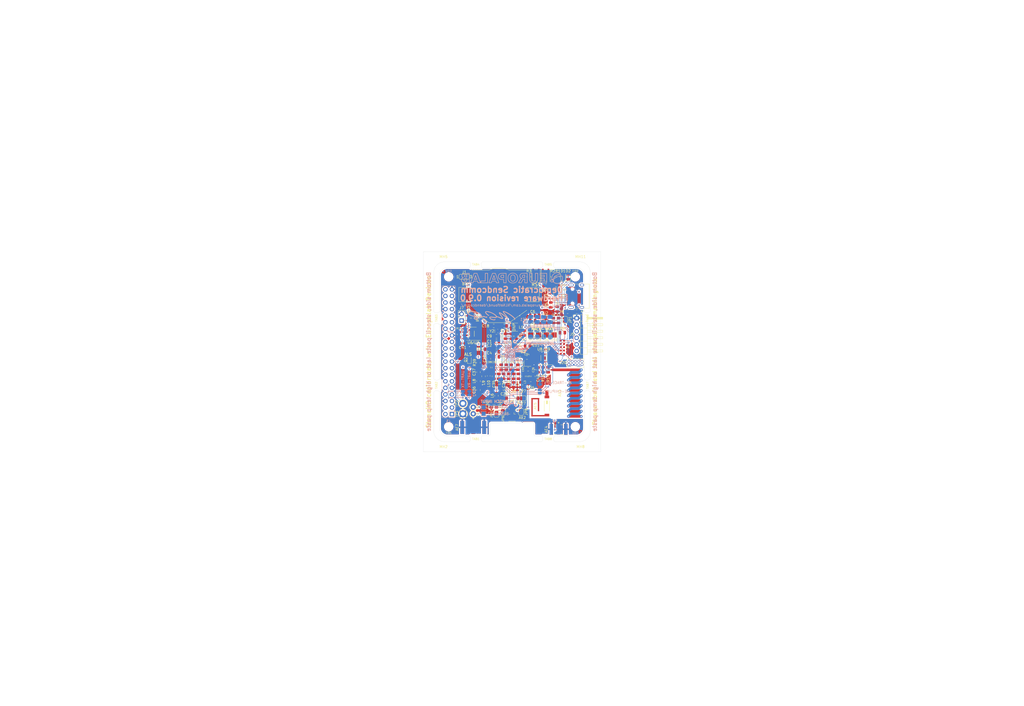
<source format=kicad_pcb>
(kicad_pcb (version 20171130) (host pcbnew 5.1.5+dfsg1-2build2)

  (general
    (thickness 1.6)
    (drawings 115)
    (tracks 1092)
    (zones 0)
    (modules 138)
    (nets 135)
  )

  (page A3)
  (title_block
    (title "Democratic Sendcomm")
    (date 2020-11-20)
    (rev 0.9.0)
    (company "Europalab Devices")
    (comment 1 "Copyright © 2020, Europalab Devices")
    (comment 2 "Fulfilling requirements of 20200210")
    (comment 3 "Pending quality assurance testing")
    (comment 4 "Release revision for manufacturing")
  )

  (layers
    (0 F.Cu signal)
    (1 In1.Cu signal)
    (2 In2.Cu signal)
    (31 B.Cu signal)
    (34 B.Paste user)
    (35 F.Paste user)
    (36 B.SilkS user)
    (37 F.SilkS user)
    (38 B.Mask user)
    (39 F.Mask user)
    (40 Dwgs.User user)
    (41 Cmts.User user)
    (44 Edge.Cuts user)
    (45 Margin user)
    (46 B.CrtYd user)
    (47 F.CrtYd user)
    (48 B.Fab user)
    (49 F.Fab user)
  )

  (setup
    (last_trace_width 0.127)
    (user_trace_width 0.1016)
    (user_trace_width 0.127)
    (user_trace_width 0.2)
    (trace_clearance 0.09)
    (zone_clearance 0.508)
    (zone_45_only no)
    (trace_min 0.09)
    (via_size 0.356)
    (via_drill 0.2)
    (via_min_size 0.356)
    (via_min_drill 0.2)
    (user_via 0.45 0.2)
    (user_via 0.6 0.3)
    (uvia_size 0.45)
    (uvia_drill 0.1)
    (uvias_allowed no)
    (uvia_min_size 0.45)
    (uvia_min_drill 0.1)
    (edge_width 0.1)
    (segment_width 0.1)
    (pcb_text_width 0.25)
    (pcb_text_size 1 1)
    (mod_edge_width 0.15)
    (mod_text_size 1 1)
    (mod_text_width 0.15)
    (pad_size 2 1.5)
    (pad_drill 0)
    (pad_to_mask_clearance 0)
    (aux_axis_origin 0 0)
    (visible_elements 7FFFFFFF)
    (pcbplotparams
      (layerselection 0x313fc_ffffffff)
      (usegerberextensions true)
      (usegerberattributes false)
      (usegerberadvancedattributes false)
      (creategerberjobfile false)
      (excludeedgelayer true)
      (linewidth 0.150000)
      (plotframeref false)
      (viasonmask false)
      (mode 1)
      (useauxorigin false)
      (hpglpennumber 1)
      (hpglpenspeed 20)
      (hpglpendiameter 15.000000)
      (psnegative false)
      (psa4output false)
      (plotreference true)
      (plotvalue true)
      (plotinvisibletext false)
      (padsonsilk false)
      (subtractmaskfromsilk false)
      (outputformat 1)
      (mirror false)
      (drillshape 0)
      (scaleselection 1)
      (outputdirectory "fabsingle"))
  )

  (net 0 "")
  (net 1 GND)
  (net 2 "Net-(AE1-Pad1)")
  (net 3 /Sheet5F53D5B4/RFSWPWR)
  (net 4 "Net-(C8-Pad1)")
  (net 5 /Sheet5F53D5B4/POWAMP)
  (net 6 "Net-(C13-Pad1)")
  (net 7 /Sheet5F53D5B4/HFOUT)
  (net 8 +3V3)
  (net 9 "Net-(C29-Pad1)")
  (net 10 /Sheet5F53D5B4/HPOUT)
  (net 11 /Sheet5F53D5B4/HFIN)
  (net 12 /Sheet5F53D5B4/BANDSEL)
  (net 13 "Net-(BT1-Pad1)")
  (net 14 /Sheet5F53D5B4/USB_BUS)
  (net 15 "Net-(C33-Pad1)")
  (net 16 "Net-(C34-Pad1)")
  (net 17 /Sheet5F53D5B4/CMDRST)
  (net 18 "Net-(D1-Pad2)")
  (net 19 "Net-(D1-Pad1)")
  (net 20 "Net-(D2-Pad1)")
  (net 21 "Net-(D2-Pad2)")
  (net 22 /Sheet5F53D5B4/USB_P)
  (net 23 /Sheet5F53D5B4/USB_N)
  (net 24 /Sheet60040980/ID_SD)
  (net 25 /Sheet60040980/ID_SC)
  (net 26 /Sheet5F53D5B4/SWDCLK)
  (net 27 "Net-(J3-Pad7)")
  (net 28 "Net-(J3-Pad8)")
  (net 29 "Net-(J4-Pad6)")
  (net 30 /Sheet5F53D5B4/CN_VBAT)
  (net 31 /Sheet5F53D5B4/XCEIV)
  (net 32 /Sheet5F53D5B4/CRYSTAL_XIN-RESERVED)
  (net 33 /Sheet5F53D5B4/CRYSTAL_XOUT-RESERVED)
  (net 34 "Net-(AE5-Pad2)")
  (net 35 "Net-(C1-Pad1)")
  (net 36 "Net-(C7-Pad1)")
  (net 37 "Net-(C14-Pad1)")
  (net 38 "Net-(C17-Pad1)")
  (net 39 "Net-(C18-Pad2)")
  (net 40 "Net-(C19-Pad2)")
  (net 41 "Net-(C23-Pad2)")
  (net 42 "Net-(C23-Pad1)")
  (net 43 "Net-(C24-Pad1)")
  (net 44 "Net-(C24-Pad2)")
  (net 45 "Net-(C29-Pad2)")
  (net 46 "Net-(C33-Pad2)")
  (net 47 "Net-(C35-Pad2)")
  (net 48 "Net-(C40-Pad1)")
  (net 49 "Net-(J2-PadB5)")
  (net 50 "Net-(J2-PadA8)")
  (net 51 "Net-(J2-PadA5)")
  (net 52 "Net-(J2-PadB8)")
  (net 53 "Net-(J2-PadA4)")
  (net 54 "Net-(J3-Pad2)")
  (net 55 "Net-(J3-Pad3)")
  (net 56 "Net-(J3-Pad4)")
  (net 57 "Net-(J3-Pad5)")
  (net 58 "Net-(J3-Pad10)")
  (net 59 "Net-(J3-Pad11)")
  (net 60 "Net-(J3-Pad12)")
  (net 61 "Net-(J3-Pad13)")
  (net 62 "Net-(J3-Pad15)")
  (net 63 "Net-(J3-Pad16)")
  (net 64 "Net-(J3-Pad18)")
  (net 65 "Net-(J3-Pad19)")
  (net 66 "Net-(J3-Pad21)")
  (net 67 "Net-(J3-Pad22)")
  (net 68 "Net-(J3-Pad23)")
  (net 69 "Net-(J3-Pad24)")
  (net 70 "Net-(J3-Pad26)")
  (net 71 "Net-(J3-Pad29)")
  (net 72 "Net-(J3-Pad31)")
  (net 73 "Net-(J3-Pad32)")
  (net 74 "Net-(J3-Pad33)")
  (net 75 "Net-(J3-Pad35)")
  (net 76 "Net-(J3-Pad36)")
  (net 77 "Net-(J3-Pad37)")
  (net 78 "Net-(J3-Pad38)")
  (net 79 "Net-(J3-Pad40)")
  (net 80 "Net-(J4-Pad7)")
  (net 81 "Net-(J4-Pad8)")
  (net 82 "Net-(J5-Pad2)")
  (net 83 "Net-(J5-Pad3)")
  (net 84 "Net-(J5-Pad6)")
  (net 85 "Net-(J6-Pad1)")
  (net 86 "Net-(L1-Pad2)")
  (net 87 "Net-(R3-Pad1)")
  (net 88 "Net-(R4-Pad1)")
  (net 89 "Net-(R4-Pad2)")
  (net 90 "Net-(U2-Pad5)")
  (net 91 "Net-(U3-PadG1)")
  (net 92 "Net-(U3-PadH1)")
  (net 93 "Net-(U3-PadE3)")
  (net 94 "Net-(U3-PadE4)")
  (net 95 "Net-(U3-PadF4)")
  (net 96 "Net-(U3-PadE5)")
  (net 97 "Net-(U3-PadC7)")
  (net 98 "Net-(U3-PadD7)")
  (net 99 "Net-(U3-PadD8)")
  (net 100 "Net-(U5-Pad3)")
  (net 101 "Net-(U5-Pad4)")
  (net 102 "Net-(U8-Pad7)")
  (net 103 "Net-(U8-Pad3)")
  (net 104 "Net-(U8-Pad2)")
  (net 105 "Net-(U8-Pad1)")
  (net 106 "Net-(U9-Pad1)")
  (net 107 "Net-(U9-Pad2)")
  (net 108 "Net-(U9-Pad3)")
  (net 109 "Net-(U9-Pad7)")
  (net 110 /Sheet5F53D5B4/SWDIO)
  (net 111 "Net-(AE2-Pad1)")
  (net 112 "Net-(AE4-Pad1)")
  (net 113 "Net-(AE5-Pad1)")
  (net 114 "Net-(AE7-Pad1)")
  (net 115 "Net-(JP10-Pad1)")
  (net 116 "Net-(J6-Pad2)")
  (net 117 "Net-(J6-Pad3)")
  (net 118 "Net-(J6-Pad4)")
  (net 119 "Net-(J6-Pad5)")
  (net 120 "Net-(J6-Pad6)")
  (net 121 "Net-(J6-Pad7)")
  (net 122 "Net-(J6-Pad8)")
  (net 123 "Net-(J7-Pad1)")
  (net 124 "Net-(C94-Pad1)")
  (net 125 "Net-(C95-Pad1)")
  (net 126 /TP_SCL)
  (net 127 /TP_SDA)
  (net 128 "Net-(J20-Pad6)")
  (net 129 "Net-(J20-Pad7)")
  (net 130 "Net-(J20-Pad8)")
  (net 131 "Net-(Q2-Pad2)")
  (net 132 "Net-(JP27-Pad3)")
  (net 133 EXT_UART_TX)
  (net 134 EXT_UART_RX)

  (net_class Default "This is the default net class."
    (clearance 0.09)
    (trace_width 0.09)
    (via_dia 0.356)
    (via_drill 0.2)
    (uvia_dia 0.45)
    (uvia_drill 0.1)
    (add_net +3V3)
    (add_net /Sheet5F53D5B4/BANDSEL)
    (add_net /Sheet5F53D5B4/CMDRST)
    (add_net /Sheet5F53D5B4/CN_VBAT)
    (add_net /Sheet5F53D5B4/CRYSTAL_XIN-RESERVED)
    (add_net /Sheet5F53D5B4/CRYSTAL_XOUT-RESERVED)
    (add_net /Sheet5F53D5B4/HFIN)
    (add_net /Sheet5F53D5B4/HFOUT)
    (add_net /Sheet5F53D5B4/HPOUT)
    (add_net /Sheet5F53D5B4/POWAMP)
    (add_net /Sheet5F53D5B4/RFSWPWR)
    (add_net /Sheet5F53D5B4/SWDCLK)
    (add_net /Sheet5F53D5B4/SWDIO)
    (add_net /Sheet5F53D5B4/USB_BUS)
    (add_net /Sheet5F53D5B4/USB_N)
    (add_net /Sheet5F53D5B4/USB_P)
    (add_net /Sheet5F53D5B4/XCEIV)
    (add_net /Sheet60040980/ID_SC)
    (add_net /Sheet60040980/ID_SD)
    (add_net /TP_SCL)
    (add_net /TP_SDA)
    (add_net EXT_UART_RX)
    (add_net EXT_UART_TX)
    (add_net GND)
    (add_net "Net-(AE1-Pad1)")
    (add_net "Net-(AE2-Pad1)")
    (add_net "Net-(AE4-Pad1)")
    (add_net "Net-(AE5-Pad1)")
    (add_net "Net-(AE5-Pad2)")
    (add_net "Net-(AE7-Pad1)")
    (add_net "Net-(BT1-Pad1)")
    (add_net "Net-(C1-Pad1)")
    (add_net "Net-(C13-Pad1)")
    (add_net "Net-(C14-Pad1)")
    (add_net "Net-(C17-Pad1)")
    (add_net "Net-(C18-Pad2)")
    (add_net "Net-(C19-Pad2)")
    (add_net "Net-(C23-Pad1)")
    (add_net "Net-(C23-Pad2)")
    (add_net "Net-(C24-Pad1)")
    (add_net "Net-(C24-Pad2)")
    (add_net "Net-(C29-Pad1)")
    (add_net "Net-(C29-Pad2)")
    (add_net "Net-(C33-Pad1)")
    (add_net "Net-(C33-Pad2)")
    (add_net "Net-(C34-Pad1)")
    (add_net "Net-(C35-Pad2)")
    (add_net "Net-(C40-Pad1)")
    (add_net "Net-(C7-Pad1)")
    (add_net "Net-(C8-Pad1)")
    (add_net "Net-(C94-Pad1)")
    (add_net "Net-(C95-Pad1)")
    (add_net "Net-(D1-Pad1)")
    (add_net "Net-(D1-Pad2)")
    (add_net "Net-(D2-Pad1)")
    (add_net "Net-(D2-Pad2)")
    (add_net "Net-(J2-PadA4)")
    (add_net "Net-(J2-PadA5)")
    (add_net "Net-(J2-PadA8)")
    (add_net "Net-(J2-PadB5)")
    (add_net "Net-(J2-PadB8)")
    (add_net "Net-(J20-Pad6)")
    (add_net "Net-(J20-Pad7)")
    (add_net "Net-(J20-Pad8)")
    (add_net "Net-(J3-Pad10)")
    (add_net "Net-(J3-Pad11)")
    (add_net "Net-(J3-Pad12)")
    (add_net "Net-(J3-Pad13)")
    (add_net "Net-(J3-Pad15)")
    (add_net "Net-(J3-Pad16)")
    (add_net "Net-(J3-Pad18)")
    (add_net "Net-(J3-Pad19)")
    (add_net "Net-(J3-Pad2)")
    (add_net "Net-(J3-Pad21)")
    (add_net "Net-(J3-Pad22)")
    (add_net "Net-(J3-Pad23)")
    (add_net "Net-(J3-Pad24)")
    (add_net "Net-(J3-Pad26)")
    (add_net "Net-(J3-Pad29)")
    (add_net "Net-(J3-Pad3)")
    (add_net "Net-(J3-Pad31)")
    (add_net "Net-(J3-Pad32)")
    (add_net "Net-(J3-Pad33)")
    (add_net "Net-(J3-Pad35)")
    (add_net "Net-(J3-Pad36)")
    (add_net "Net-(J3-Pad37)")
    (add_net "Net-(J3-Pad38)")
    (add_net "Net-(J3-Pad4)")
    (add_net "Net-(J3-Pad40)")
    (add_net "Net-(J3-Pad5)")
    (add_net "Net-(J3-Pad7)")
    (add_net "Net-(J3-Pad8)")
    (add_net "Net-(J4-Pad6)")
    (add_net "Net-(J4-Pad7)")
    (add_net "Net-(J4-Pad8)")
    (add_net "Net-(J5-Pad2)")
    (add_net "Net-(J5-Pad3)")
    (add_net "Net-(J5-Pad6)")
    (add_net "Net-(J6-Pad1)")
    (add_net "Net-(J6-Pad2)")
    (add_net "Net-(J6-Pad3)")
    (add_net "Net-(J6-Pad4)")
    (add_net "Net-(J6-Pad5)")
    (add_net "Net-(J6-Pad6)")
    (add_net "Net-(J6-Pad7)")
    (add_net "Net-(J6-Pad8)")
    (add_net "Net-(J7-Pad1)")
    (add_net "Net-(JP10-Pad1)")
    (add_net "Net-(JP27-Pad3)")
    (add_net "Net-(L1-Pad2)")
    (add_net "Net-(Q2-Pad2)")
    (add_net "Net-(R3-Pad1)")
    (add_net "Net-(R4-Pad1)")
    (add_net "Net-(R4-Pad2)")
    (add_net "Net-(U2-Pad5)")
    (add_net "Net-(U3-PadC7)")
    (add_net "Net-(U3-PadD7)")
    (add_net "Net-(U3-PadD8)")
    (add_net "Net-(U3-PadE3)")
    (add_net "Net-(U3-PadE4)")
    (add_net "Net-(U3-PadE5)")
    (add_net "Net-(U3-PadF4)")
    (add_net "Net-(U3-PadG1)")
    (add_net "Net-(U3-PadH1)")
    (add_net "Net-(U5-Pad3)")
    (add_net "Net-(U5-Pad4)")
    (add_net "Net-(U8-Pad1)")
    (add_net "Net-(U8-Pad2)")
    (add_net "Net-(U8-Pad3)")
    (add_net "Net-(U8-Pad7)")
    (add_net "Net-(U9-Pad1)")
    (add_net "Net-(U9-Pad2)")
    (add_net "Net-(U9-Pad3)")
    (add_net "Net-(U9-Pad7)")
  )

  (net_class Power ""
    (clearance 0.2)
    (trace_width 0.5)
    (via_dia 1)
    (via_drill 0.7)
    (uvia_dia 0.5)
    (uvia_drill 0.1)
  )

  (module Elabdev:Meinkuerzel_signature_480DPI (layer B.Cu) (tedit 0) (tstamp 5FBE809B)
    (at 202 134 180)
    (fp_text reference G1 (at 0 0) (layer B.SilkS) hide
      (effects (font (size 1.524 1.524) (thickness 0.3)) (justify mirror))
    )
    (fp_text value Meinkuerzel_signature (at 0.75 0) (layer B.SilkS) hide
      (effects (font (size 1.524 1.524) (thickness 0.3)) (justify mirror))
    )
    (fp_poly (pts (xy 7.849084 1.675651) (xy 8.303148 1.632827) (xy 8.685942 1.550363) (xy 8.876057 1.481326)
      (xy 9.07938 1.34976) (xy 9.204465 1.178624) (xy 9.241225 0.986809) (xy 9.210768 0.854557)
      (xy 9.078684 0.643748) (xy 8.864557 0.429964) (xy 8.589687 0.233059) (xy 8.471807 0.165759)
      (xy 8.232808 0.053863) (xy 7.923436 -0.068816) (xy 7.576824 -0.190996) (xy 7.226108 -0.301392)
      (xy 6.904421 -0.388723) (xy 6.731621 -0.426811) (xy 6.398868 -0.490816) (xy 6.556265 -0.586535)
      (xy 6.736632 -0.743549) (xy 6.819572 -0.938245) (xy 6.82625 -1.022915) (xy 6.780462 -1.15416)
      (xy 6.660466 -1.295963) (xy 6.49231 -1.424979) (xy 6.30204 -1.517866) (xy 6.258842 -1.531402)
      (xy 6.0446 -1.569955) (xy 5.805186 -1.581627) (xy 5.582286 -1.566858) (xy 5.417587 -1.526091)
      (xy 5.409578 -1.522402) (xy 5.285381 -1.409276) (xy 5.232727 -1.237525) (xy 5.243042 -1.133742)
      (xy 5.545646 -1.133742) (xy 5.569322 -1.243922) (xy 5.599007 -1.270742) (xy 5.725804 -1.30367)
      (xy 5.911501 -1.301091) (xy 6.117136 -1.267785) (xy 6.303743 -1.20853) (xy 6.368163 -1.176419)
      (xy 6.483421 -1.090411) (xy 6.547775 -1.006994) (xy 6.550669 -0.996984) (xy 6.519163 -0.903747)
      (xy 6.404517 -0.814537) (xy 6.229026 -0.742568) (xy 6.060328 -0.706358) (xy 5.903418 -0.693399)
      (xy 5.806355 -0.717484) (xy 5.726223 -0.79035) (xy 5.718194 -0.79992) (xy 5.596762 -0.979847)
      (xy 5.545646 -1.133742) (xy 5.243042 -1.133742) (xy 5.253531 -1.028227) (xy 5.344918 -0.810631)
      (xy 5.442538 -0.642303) (xy 5.295353 -0.646487) (xy 5.12125 -0.625399) (xy 5.035885 -0.550663)
      (xy 5.027083 -0.501447) (xy 5.075804 -0.410776) (xy 5.222941 -0.351671) (xy 5.469958 -0.32355)
      (xy 5.476875 -0.323261) (xy 5.599677 -0.314345) (xy 5.697993 -0.289875) (xy 5.794712 -0.235966)
      (xy 5.912725 -0.138734) (xy 6.074923 0.015705) (xy 6.138333 0.077935) (xy 6.357426 0.284825)
      (xy 6.520758 0.415811) (xy 6.63982 0.476704) (xy 6.726105 0.473318) (xy 6.791106 0.411464)
      (xy 6.792772 0.408883) (xy 6.813029 0.349999) (xy 6.787897 0.281807) (xy 6.704882 0.184844)
      (xy 6.561666 0.048946) (xy 6.270625 -0.217166) (xy 6.532899 -0.183078) (xy 6.900304 -0.115245)
      (xy 7.289474 -0.008645) (xy 7.678243 0.127507) (xy 8.044445 0.283994) (xy 8.365914 0.451601)
      (xy 8.620483 0.621112) (xy 8.749193 0.738377) (xy 8.856936 0.865956) (xy 8.92727 0.965202)
      (xy 8.942916 1.001728) (xy 8.895983 1.084773) (xy 8.773369 1.176095) (xy 8.602358 1.259484)
      (xy 8.410231 1.318727) (xy 8.408998 1.318992) (xy 8.149682 1.354937) (xy 7.8128 1.371973)
      (xy 7.424917 1.370093) (xy 7.012599 1.349291) (xy 6.686734 1.319437) (xy 6.066773 1.222977)
      (xy 5.517194 1.081213) (xy 5.043989 0.897075) (xy 4.653152 0.673494) (xy 4.350673 0.413401)
      (xy 4.142546 0.119727) (xy 4.114637 0.061443) (xy 4.047094 -0.15251) (xy 4.06025 -0.336634)
      (xy 4.160207 -0.518581) (xy 4.270456 -0.644496) (xy 4.390411 -0.79173) (xy 4.431252 -0.900383)
      (xy 4.427296 -0.922309) (xy 4.357272 -0.99719) (xy 4.242023 -0.977517) (xy 4.082983 -0.863726)
      (xy 4.010682 -0.795217) (xy 3.879838 -0.680755) (xy 3.765594 -0.608691) (xy 3.712637 -0.594925)
      (xy 3.6215 -0.594723) (xy 3.455888 -0.585507) (xy 3.246599 -0.569127) (xy 3.175 -0.562633)
      (xy 2.951086 -0.544014) (xy 2.793821 -0.54282) (xy 2.664643 -0.565021) (xy 2.524987 -0.61659)
      (xy 2.371034 -0.687127) (xy 2.100169 -0.795663) (xy 1.89262 -0.837972) (xy 1.841867 -0.837015)
      (xy 1.72083 -0.812158) (xy 1.663036 -0.745697) (xy 1.637803 -0.635) (xy 1.623821 -0.491701)
      (xy 1.628566 -0.389706) (xy 1.630235 -0.383646) (xy 1.692219 -0.322789) (xy 1.789679 -0.330876)
      (xy 1.885465 -0.399867) (xy 1.916539 -0.445597) (xy 1.984375 -0.573694) (xy 2.371569 -0.384068)
      (xy 2.758764 -0.194442) (xy 3.165319 -0.256321) (xy 3.413597 -0.293214) (xy 3.576071 -0.310583)
      (xy 3.67165 -0.304292) (xy 3.719238 -0.270208) (xy 3.737742 -0.204195) (xy 3.744012 -0.129767)
      (xy 3.817818 0.177969) (xy 3.989413 0.470621) (xy 4.251219 0.74303) (xy 4.595656 0.99004)
      (xy 5.015149 1.206492) (xy 5.502117 1.387229) (xy 6.048984 1.527094) (xy 6.228561 1.561184)
      (xy 6.794861 1.64034) (xy 7.340678 1.678326) (xy 7.849084 1.675651)) (layer B.SilkS) (width 0.01))
    (fp_poly (pts (xy -4.580024 1.756567) (xy -4.544854 1.74305) (xy -4.466016 1.67622) (xy -4.437143 1.580417)
      (xy -4.461964 1.447967) (xy -4.544204 1.271201) (xy -4.68759 1.042447) (xy -4.895848 0.754033)
      (xy -5.172705 0.39829) (xy -5.237349 0.3175) (xy -5.411926 0.098408) (xy -5.577817 -0.112809)
      (xy -5.714811 -0.290245) (xy -5.794689 -0.396875) (xy -5.948296 -0.608542) (xy -5.791961 -0.468507)
      (xy -5.700695 -0.392772) (xy -5.541009 -0.266466) (xy -5.329307 -0.10231) (xy -5.081994 0.086977)
      (xy -4.815472 0.288675) (xy -4.815417 0.288716) (xy -4.345432 0.631252) (xy -3.946225 0.897872)
      (xy -3.615767 1.089474) (xy -3.352032 1.206955) (xy -3.152989 1.251211) (xy -3.016612 1.223138)
      (xy -2.940872 1.123633) (xy -2.939055 1.118116) (xy -2.92791 1.023519) (xy -2.955738 0.908417)
      (xy -3.029742 0.759005) (xy -3.157121 0.561475) (xy -3.345079 0.302021) (xy -3.409058 0.217037)
      (xy -3.654587 -0.113597) (xy -3.860834 -0.404313) (xy -4.022275 -0.646491) (xy -4.133388 -0.831509)
      (xy -4.188652 -0.950744) (xy -4.185335 -0.994958) (xy -4.120655 -0.981486) (xy -3.976478 -0.932768)
      (xy -3.770527 -0.855371) (xy -3.520529 -0.755864) (xy -3.349225 -0.685128) (xy -3.06462 -0.570045)
      (xy -2.797019 -0.469163) (xy -2.569108 -0.390505) (xy -2.403576 -0.342097) (xy -2.349431 -0.331513)
      (xy -2.183877 -0.291941) (xy -2.07811 -0.206425) (xy -2.041672 -0.151915) (xy -1.850086 0.096101)
      (xy -1.567603 0.354844) (xy -1.207453 0.616123) (xy -0.78287 0.87175) (xy -0.307084 1.113536)
      (xy 0.206672 1.333293) (xy 0.574448 1.467145) (xy 0.853452 1.556991) (xy 1.074831 1.61415)
      (xy 1.278935 1.645957) (xy 1.506112 1.659747) (xy 1.647661 1.662241) (xy 1.89537 1.661355)
      (xy 2.061526 1.650821) (xy 2.170245 1.626908) (xy 2.245641 1.585888) (xy 2.269431 1.566069)
      (xy 2.364656 1.413892) (xy 2.378536 1.21834) (xy 2.31231 1.002224) (xy 2.231511 0.867835)
      (xy 2.055394 0.653788) (xy 1.846452 0.444397) (xy 1.622129 0.252501) (xy 1.399873 0.090942)
      (xy 1.19713 -0.02744) (xy 1.031346 -0.089804) (xy 0.931657 -0.088852) (xy 0.853749 -0.025156)
      (xy 0.874571 0.06423) (xy 0.991583 0.174246) (xy 1.09802 0.242886) (xy 1.314624 0.387246)
      (xy 1.527802 0.560014) (xy 1.72429 0.746283) (xy 1.890825 0.931146) (xy 2.014146 1.099697)
      (xy 2.080988 1.237027) (xy 2.078088 1.32823) (xy 2.071165 1.336667) (xy 1.954541 1.387475)
      (xy 1.756832 1.400928) (xy 1.494763 1.380087) (xy 1.185063 1.328013) (xy 0.844457 1.247766)
      (xy 0.489674 1.142406) (xy 0.137439 1.014995) (xy -0.00172 0.957368) (xy -0.385109 0.777304)
      (xy -0.74297 0.581237) (xy -1.065571 0.377182) (xy -1.343179 0.173152) (xy -1.566062 -0.022838)
      (xy -1.724487 -0.202776) (xy -1.808722 -0.358647) (xy -1.809035 -0.482438) (xy -1.789329 -0.514562)
      (xy -1.69188 -0.558953) (xy -1.49842 -0.578536) (xy -1.2158 -0.573404) (xy -0.850872 -0.543648)
      (xy -0.464887 -0.496867) (xy -0.056607 -0.452123) (xy 0.260382 -0.442712) (xy 0.494773 -0.469264)
      (xy 0.655256 -0.532408) (xy 0.714552 -0.58228) (xy 0.776217 -0.725165) (xy 0.746162 -0.908878)
      (xy 0.632079 -1.115352) (xy 0.45893 -1.290216) (xy 0.2117 -1.450188) (xy -0.085638 -1.588107)
      (xy -0.409112 -1.696809) (xy -0.734748 -1.769134) (xy -1.038572 -1.797919) (xy -1.296612 -1.776003)
      (xy -1.42875 -1.731015) (xy -1.546706 -1.617759) (xy -1.577815 -1.519827) (xy -1.560687 -1.389395)
      (xy -1.486335 -1.336349) (xy -1.378138 -1.369493) (xy -1.317893 -1.421952) (xy -1.19986 -1.505637)
      (xy -1.092449 -1.534584) (xy -0.859949 -1.513387) (xy -0.579373 -1.457345) (xy -0.297878 -1.377776)
      (xy -0.068589 -1.288836) (xy 0.116249 -1.181832) (xy 0.284174 -1.050661) (xy 0.411262 -0.917533)
      (xy 0.473586 -0.804658) (xy 0.47625 -0.783054) (xy 0.425256 -0.757675) (xy 0.277287 -0.748743)
      (xy 0.039858 -0.755912) (xy -0.279513 -0.778835) (xy -0.673311 -0.817167) (xy -0.956033 -0.849048)
      (xy -1.308534 -0.882196) (xy -1.57585 -0.8857) (xy -1.774982 -0.85746) (xy -1.922933 -0.795374)
      (xy -2.017888 -0.717835) (xy -2.096716 -0.653738) (xy -2.190635 -0.62131) (xy -2.313833 -0.623423)
      (xy -2.480498 -0.662945) (xy -2.704818 -0.742748) (xy -3.00098 -0.865702) (xy -3.216817 -0.960383)
      (xy -3.585839 -1.11854) (xy -3.874386 -1.227749) (xy -4.094462 -1.290524) (xy -4.258069 -1.309381)
      (xy -4.377212 -1.286836) (xy -4.463891 -1.225404) (xy -4.466704 -1.222337) (xy -4.518051 -1.14061)
      (xy -4.530831 -1.040781) (xy -4.500098 -0.912213) (xy -4.420902 -0.744269) (xy -4.288295 -0.526313)
      (xy -4.097327 -0.247708) (xy -3.863138 0.07498) (xy -3.679345 0.325213) (xy -3.519393 0.545064)
      (xy -3.393108 0.720859) (xy -3.310313 0.838921) (xy -3.280834 0.885525) (xy -3.323557 0.888476)
      (xy -3.399896 0.869711) (xy -3.542096 0.805036) (xy -3.750284 0.678102) (xy -4.027571 0.486762)
      (xy -4.377062 0.228867) (xy -4.801868 -0.097732) (xy -4.81991 -0.111817) (xy -5.187034 -0.396401)
      (xy -5.482932 -0.620081) (xy -5.717862 -0.789492) (xy -5.902078 -0.911266) (xy -6.045837 -0.99204)
      (xy -6.159396 -1.038447) (xy -6.25301 -1.057121) (xy -6.283148 -1.058333) (xy -6.40378 -1.045849)
      (xy -6.450441 -0.994435) (xy -6.455563 -0.939271) (xy -6.445942 -0.865735) (xy -6.412644 -0.776476)
      (xy -6.348546 -0.66103) (xy -6.24652 -0.508935) (xy -6.099443 -0.309727) (xy -5.90019 -0.052942)
      (xy -5.641635 0.271882) (xy -5.570553 0.360397) (xy -5.363566 0.620769) (xy -5.174974 0.863504)
      (xy -5.016826 1.072659) (xy -4.901172 1.23229) (xy -4.84006 1.326453) (xy -4.839117 1.328251)
      (xy -4.786636 1.436383) (xy -4.790145 1.473528) (xy -4.856494 1.462433) (xy -4.877731 1.456477)
      (xy -4.973599 1.420322) (xy -5.140081 1.348706) (xy -5.352621 1.252468) (xy -5.55625 1.156974)
      (xy -6.094525 0.881508) (xy -6.644499 0.565345) (xy -7.182748 0.223911) (xy -7.685848 -0.12737)
      (xy -8.130378 -0.473072) (xy -8.424687 -0.732038) (xy -8.650145 -0.95487) (xy -8.800069 -1.131002)
      (xy -8.884377 -1.276175) (xy -8.912984 -1.406131) (xy -8.905425 -1.495188) (xy -8.906488 -1.61853)
      (xy -8.964006 -1.672137) (xy -9.075823 -1.672519) (xy -9.156792 -1.593028) (xy -9.200558 -1.456755)
      (xy -9.200763 -1.286789) (xy -9.151052 -1.106218) (xy -9.131299 -1.06447) (xy -9.024915 -0.913844)
      (xy -8.843627 -0.718433) (xy -8.601654 -0.490528) (xy -8.313213 -0.242422) (xy -7.992524 0.013592)
      (xy -7.653804 0.265222) (xy -7.3545 0.471681) (xy -6.896098 0.764541) (xy -6.449337 1.028776)
      (xy -6.024338 1.259805) (xy -5.631223 1.453048) (xy -5.280112 1.603926) (xy -4.981128 1.707858)
      (xy -4.744392 1.760265) (xy -4.580024 1.756567)) (layer B.SilkS) (width 0.01))
  )

  (module Elabdev:Panel_Mousetab_25mm_Single (layer F.Cu) (tedit 5CD9E59A) (tstamp 5FBE7343)
    (at 224 114.25 270)
    (path /5CD5C3A7)
    (fp_text reference TAB5 (at 0 0 180) (layer F.SilkS)
      (effects (font (size 0.8 0.8) (thickness 0.13)))
    )
    (fp_text value Pantab (at 0 -3.5 270) (layer F.Fab)
      (effects (font (size 1 1) (thickness 0.15)))
    )
    (fp_line (start -2.1 -2.6) (end 2.1 -2.6) (layer F.CrtYd) (width 0.15))
    (fp_line (start -2.1 2.6) (end -2.1 -2.6) (layer F.CrtYd) (width 0.15))
    (fp_line (start 2.1 2.6) (end -2.1 2.6) (layer F.CrtYd) (width 0.15))
    (fp_line (start 2.1 -2.6) (end 2.1 2.6) (layer F.CrtYd) (width 0.15))
    (fp_line (start -1.25 -2.2) (end -1.25 2.2) (layer F.Fab) (width 0.15))
    (fp_line (start 1.25 -2.2) (end 1.25 2.2) (layer F.Fab) (width 0.15))
    (pad "" np_thru_hole circle (at 1.35 -2 270) (size 0.5 0.5) (drill 0.5) (layers *.Cu))
    (pad "" np_thru_hole circle (at 1.35 -1.2 270) (size 0.5 0.5) (drill 0.5) (layers *.Cu))
    (pad "" np_thru_hole circle (at 1.35 -0.4 270) (size 0.5 0.5) (drill 0.5) (layers *.Cu))
    (pad "" np_thru_hole circle (at 1.35 0.4 270) (size 0.5 0.5) (drill 0.5) (layers *.Cu))
    (pad "" np_thru_hole circle (at 1.35 1.2 270) (size 0.5 0.5) (drill 0.5) (layers *.Cu))
    (pad "" np_thru_hole circle (at 1.35 2 270) (size 0.5 0.5) (drill 0.5) (layers *.Cu))
  )

  (module Elabdev:Elablogoslk-Gfx (layer B.Cu) (tedit 0) (tstamp 5FBDF7AF)
    (at 210 119.5 180)
    (fp_text reference G** (at 0 0) (layer B.SilkS) hide
      (effects (font (size 1.524 1.524) (thickness 0.3)) (justify mirror))
    )
    (fp_text value Elablogoslk (at 0.75 0) (layer B.SilkS) hide
      (effects (font (size 1.524 1.524) (thickness 0.3)) (justify mirror))
    )
    (fp_poly (pts (xy -15.405836 -0.675184) (xy -15.287483 -0.702055) (xy -15.188143 -0.754619) (xy -15.108772 -0.827765)
      (xy -15.050327 -0.916382) (xy -15.013763 -1.015359) (xy -15.000037 -1.119584) (xy -15.010104 -1.223945)
      (xy -15.04492 -1.323332) (xy -15.105441 -1.412633) (xy -15.192623 -1.486737) (xy -15.24833 -1.517344)
      (xy -15.356716 -1.550357) (xy -15.476625 -1.557984) (xy -15.592872 -1.539403) (xy -15.602283 -1.53653)
      (xy -15.678123 -1.497127) (xy -15.752493 -1.432517) (xy -15.815972 -1.352895) (xy -15.859141 -1.268459)
      (xy -15.864155 -1.2531) (xy -15.88425 -1.176683) (xy -15.891257 -1.117668) (xy -15.885212 -1.059627)
      (xy -15.866149 -0.986134) (xy -15.864727 -0.981328) (xy -15.815988 -0.8777) (xy -15.739972 -0.790432)
      (xy -15.643773 -0.72426) (xy -15.534487 -0.683915) (xy -15.419207 -0.674131) (xy -15.405836 -0.675184)) (layer B.Mask) (width 0.01))
    (fp_poly (pts (xy 17.476107 1.827609) (xy 17.687258 1.825899) (xy 17.865618 1.824237) (xy 18.014678 1.822477)
      (xy 18.137934 1.82047) (xy 18.238879 1.818068) (xy 18.321005 1.815122) (xy 18.387806 1.811484)
      (xy 18.442776 1.807007) (xy 18.489407 1.801541) (xy 18.531194 1.794939) (xy 18.57163 1.787052)
      (xy 18.6055 1.779685) (xy 18.771822 1.733432) (xy 18.923911 1.673315) (xy 19.054677 1.602656)
      (xy 19.157033 1.524776) (xy 19.164226 1.5179) (xy 19.246251 1.417951) (xy 19.315464 1.294688)
      (xy 19.365371 1.16053) (xy 19.377923 1.109275) (xy 19.39052 1.010407) (xy 19.393203 0.893754)
      (xy 19.386762 0.771789) (xy 19.371983 0.656983) (xy 19.349655 0.561808) (xy 19.341939 0.539811)
      (xy 19.283862 0.430962) (xy 19.19941 0.326298) (xy 19.097976 0.236127) (xy 19.019624 0.185927)
      (xy 18.914298 0.12941) (xy 18.968542 0.109123) (xy 19.093064 0.054672) (xy 19.194891 -0.009335)
      (xy 19.285933 -0.089714) (xy 19.390804 -0.214403) (xy 19.467199 -0.350129) (xy 19.516977 -0.501894)
      (xy 19.541997 -0.674698) (xy 19.545898 -0.789214) (xy 19.53245 -0.987132) (xy 19.491752 -1.163006)
      (xy 19.423278 -1.317328) (xy 19.326496 -1.450588) (xy 19.200879 -1.563277) (xy 19.045898 -1.655885)
      (xy 18.861023 -1.728905) (xy 18.645726 -1.782826) (xy 18.442214 -1.81358) (xy 18.390712 -1.817354)
      (xy 18.307346 -1.820878) (xy 18.196536 -1.82407) (xy 18.062704 -1.826851) (xy 17.910272 -1.829142)
      (xy 17.743659 -1.830864) (xy 17.567287 -1.831936) (xy 17.403536 -1.83228) (xy 16.528143 -1.832429)
      (xy 16.528143 -1.197429) (xy 17.471571 -1.197429) (xy 17.812474 -1.197429) (xy 17.960507 -1.19621)
      (xy 18.077011 -1.192363) (xy 18.166668 -1.185602) (xy 18.234157 -1.175639) (xy 18.257984 -1.170182)
      (xy 18.384709 -1.1231) (xy 18.482481 -1.054854) (xy 18.552639 -0.964254) (xy 18.589417 -0.8761)
      (xy 18.611394 -0.756961) (xy 18.608994 -0.636283) (xy 18.583832 -0.523232) (xy 18.537525 -0.426977)
      (xy 18.502598 -0.383459) (xy 18.44707 -0.333771) (xy 18.385424 -0.294593) (xy 18.312843 -0.264829)
      (xy 18.22451 -0.243381) (xy 18.115607 -0.229153) (xy 17.981316 -0.221046) (xy 17.816821 -0.217964)
      (xy 17.775464 -0.217851) (xy 17.471571 -0.217714) (xy 17.471571 -1.197429) (xy 16.528143 -1.197429)
      (xy 16.528143 1.197428) (xy 17.471571 1.197428) (xy 17.471571 0.417286) (xy 17.804933 0.417286)
      (xy 17.937918 0.418126) (xy 18.040036 0.420891) (xy 18.116671 0.425945) (xy 18.173209 0.433651)
      (xy 18.215035 0.444376) (xy 18.217426 0.445205) (xy 18.319056 0.498467) (xy 18.395331 0.575146)
      (xy 18.444205 0.67085) (xy 18.463631 0.781188) (xy 18.451564 0.901769) (xy 18.443884 0.931299)
      (xy 18.396902 1.030842) (xy 18.322562 1.110813) (xy 18.227195 1.165118) (xy 18.18819 1.177399)
      (xy 18.143627 1.184049) (xy 18.070672 1.189765) (xy 17.977218 1.19415) (xy 17.871155 1.196808)
      (xy 17.790109 1.197428) (xy 17.471571 1.197428) (xy 16.528143 1.197428) (xy 16.528143 1.835008)
      (xy 17.476107 1.827609)) (layer B.Mask) (width 0.01))
    (fp_poly (pts (xy 14.119941 1.828149) (xy 14.684369 1.823357) (xy 15.359475 0) (xy 16.034582 -1.823357)
      (xy 15.571079 -1.828205) (xy 15.445094 -1.82918) (xy 15.331429 -1.829406) (xy 15.235013 -1.828925)
      (xy 15.160777 -1.827781) (xy 15.11365 -1.826018) (xy 15.098562 -1.824039) (xy 15.090052 -1.80483)
      (xy 15.071782 -1.756797) (xy 15.045759 -1.68544) (xy 15.013987 -1.59626) (xy 14.978473 -1.494759)
      (xy 14.977731 -1.49262) (xy 14.865914 -1.170214) (xy 14.120645 -1.165479) (xy 13.375375 -1.160744)
      (xy 13.306737 -1.355979) (xy 13.272699 -1.452448) (xy 13.236904 -1.553325) (xy 13.204622 -1.643779)
      (xy 13.188986 -1.687286) (xy 13.139873 -1.823357) (xy 12.664678 -1.828197) (xy 12.53823 -1.828961)
      (xy 12.425118 -1.828639) (xy 12.329969 -1.827326) (xy 12.257408 -1.825117) (xy 12.212064 -1.822108)
      (xy 12.19843 -1.818559) (xy 12.205849 -1.799875) (xy 12.225002 -1.749455) (xy 12.255032 -1.669593)
      (xy 12.295087 -1.562586) (xy 12.34431 -1.430729) (xy 12.401847 -1.276318) (xy 12.466842 -1.101648)
      (xy 12.538441 -0.909015) (xy 12.615789 -0.700714) (xy 12.69803 -0.479041) (xy 12.702348 -0.467391)
      (xy 13.614056 -0.467391) (xy 13.61958 -0.47467) (xy 13.636172 -0.480187) (xy 13.66764 -0.484184)
      (xy 13.717795 -0.486904) (xy 13.790447 -0.488587) (xy 13.889405 -0.489478) (xy 14.01848 -0.489817)
      (xy 14.115143 -0.489857) (xy 14.270607 -0.489531) (xy 14.392961 -0.488457) (xy 14.485375 -0.486493)
      (xy 14.551022 -0.483496) (xy 14.59307 -0.479323) (xy 14.614692 -0.473831) (xy 14.619171 -0.467179)
      (xy 14.611769 -0.445613) (xy 14.593892 -0.393441) (xy 14.566814 -0.314385) (xy 14.53181 -0.212168)
      (xy 14.490155 -0.090515) (xy 14.443125 0.046852) (xy 14.391994 0.196209) (xy 14.367839 0.266773)
      (xy 14.315439 0.418794) (xy 14.266379 0.559098) (xy 14.221933 0.684192) (xy 14.183374 0.790582)
      (xy 14.151976 0.874778) (xy 14.129011 0.933285) (xy 14.115754 0.96261) (xy 14.11319 0.965273)
      (xy 14.105039 0.945854) (xy 14.08648 0.895813) (xy 14.058824 0.818867) (xy 14.023386 0.718735)
      (xy 13.981478 0.599134) (xy 13.934414 0.463783) (xy 13.883507 0.316398) (xy 13.865167 0.263071)
      (xy 13.813057 0.111504) (xy 13.764295 -0.030104) (xy 13.720215 -0.157901) (xy 13.682146 -0.268036)
      (xy 13.651421 -0.356659) (xy 13.629372 -0.419918) (xy 13.617329 -0.453964) (xy 13.615787 -0.458107)
      (xy 13.614056 -0.467391) (xy 12.702348 -0.467391) (xy 12.784311 -0.246291) (xy 12.842155 -0.090148)
      (xy 12.931409 0.150825) (xy 13.017702 0.38378) (xy 13.100126 0.606258) (xy 13.177768 0.815802)
      (xy 13.249717 1.009954) (xy 13.315063 1.186256) (xy 13.372895 1.34225) (xy 13.422301 1.47548)
      (xy 13.462371 1.583486) (xy 13.492193 1.663811) (xy 13.510857 1.713998) (xy 13.516223 1.728364)
      (xy 13.555513 1.832942) (xy 14.119941 1.828149)) (layer B.Mask) (width 0.01))
    (fp_poly (pts (xy 10.359571 -1.124857) (xy 12.028714 -1.124857) (xy 12.028714 -1.832429) (xy 9.416143 -1.832429)
      (xy 9.416143 1.832429) (xy 10.359571 1.832429) (xy 10.359571 -1.124857)) (layer B.Mask) (width 0.01))
    (fp_poly (pts (xy 8.199353 0.127) (xy 8.288425 -0.113439) (xy 8.374711 -0.34635) (xy 8.457277 -0.569212)
      (xy 8.535188 -0.7795) (xy 8.607508 -0.974691) (xy 8.673302 -1.152261) (xy 8.731636 -1.309687)
      (xy 8.781574 -1.444447) (xy 8.822182 -1.554015) (xy 8.852524 -1.63587) (xy 8.871666 -1.687486)
      (xy 8.876754 -1.701194) (xy 8.925739 -1.83303) (xy 8.45225 -1.828194) (xy 7.97876 -1.823357)
      (xy 7.866169 -1.496786) (xy 7.753577 -1.170214) (xy 6.263113 -1.160744) (xy 6.215979 -1.292479)
      (xy 6.18957 -1.366538) (xy 6.156119 -1.460694) (xy 6.120643 -1.560816) (xy 6.098384 -1.623786)
      (xy 6.027922 -1.823357) (xy 5.555303 -1.828192) (xy 5.082684 -1.833026) (xy 5.109 -1.764692)
      (xy 5.118841 -1.738485) (xy 5.140399 -1.680606) (xy 5.172801 -1.59341) (xy 5.215173 -1.479255)
      (xy 5.26664 -1.3405) (xy 5.32633 -1.1795) (xy 5.393368 -0.998613) (xy 5.46688 -0.800198)
      (xy 5.545992 -0.586611) (xy 5.590624 -0.466084) (xy 6.500383 -0.466084) (xy 6.503747 -0.473226)
      (xy 6.522197 -0.478851) (xy 6.559117 -0.48312) (xy 6.617891 -0.486194) (xy 6.701902 -0.488231)
      (xy 6.814535 -0.489393) (xy 6.959172 -0.489839) (xy 7.003143 -0.489857) (xy 7.158575 -0.489532)
      (xy 7.280898 -0.488459) (xy 7.373282 -0.486498) (xy 7.438898 -0.483504) (xy 7.480918 -0.479336)
      (xy 7.502511 -0.47385) (xy 7.506956 -0.467179) (xy 7.499509 -0.445611) (xy 7.481591 -0.393437)
      (xy 7.454479 -0.31438) (xy 7.419449 -0.212163) (xy 7.377777 -0.090513) (xy 7.33074 0.046847)
      (xy 7.279613 0.196192) (xy 7.255551 0.266494) (xy 7.203171 0.418497) (xy 7.154136 0.558793)
      (xy 7.109719 0.683886) (xy 7.071192 0.790281) (xy 7.039829 0.874483) (xy 7.016902 0.932996)
      (xy 7.003686 0.962326) (xy 7.001147 0.964994) (xy 6.993017 0.945656) (xy 6.974441 0.89568)
      (xy 6.946726 0.818758) (xy 6.911178 0.718582) (xy 6.869105 0.598844) (xy 6.821814 0.463236)
      (xy 6.770613 0.31545) (xy 6.749793 0.255094) (xy 6.697385 0.103053) (xy 6.648476 -0.038716)
      (xy 6.604368 -0.166446) (xy 6.566363 -0.276369) (xy 6.535764 -0.364717) (xy 6.513876 -0.427723)
      (xy 6.502 -0.461619) (xy 6.500383 -0.466084) (xy 5.590624 -0.466084) (xy 5.629831 -0.36021)
      (xy 5.717523 -0.123352) (xy 5.786688 0.0635) (xy 6.438059 1.823357) (xy 7.570937 1.823357)
      (xy 8.199353 0.127)) (layer B.Mask) (width 0.01))
    (fp_poly (pts (xy 3.261178 1.827277) (xy 3.480979 1.825468) (xy 3.667644 1.823588) (xy 3.824324 1.821528)
      (xy 3.954168 1.819181) (xy 4.060326 1.81644) (xy 4.145949 1.813196) (xy 4.214186 1.809344)
      (xy 4.268189 1.804775) (xy 4.311106 1.799382) (xy 4.346087 1.793058) (xy 4.360384 1.789806)
      (xy 4.57993 1.722356) (xy 4.770202 1.633466) (xy 4.931207 1.523128) (xy 5.062949 1.391336)
      (xy 5.165434 1.238084) (xy 5.238668 1.063365) (xy 5.282655 0.867172) (xy 5.297401 0.6495)
      (xy 5.297399 0.645705) (xy 5.288217 0.449129) (xy 5.259944 0.278882) (xy 5.210498 0.129241)
      (xy 5.137794 -0.005519) (xy 5.039749 -0.131121) (xy 4.999026 -0.174012) (xy 4.895224 -0.267312)
      (xy 4.781879 -0.345945) (xy 4.655594 -0.410816) (xy 4.512975 -0.462831) (xy 4.350626 -0.502892)
      (xy 4.165152 -0.531906) (xy 3.953157 -0.550777) (xy 3.711246 -0.56041) (xy 3.542393 -0.562141)
      (xy 3.229428 -0.562429) (xy 3.229428 -1.832429) (xy 2.286 -1.832429) (xy 2.286 1.161143)
      (xy 3.229428 1.161143) (xy 3.229428 0.124325) (xy 3.596821 0.130257) (xy 3.723136 0.132565)
      (xy 3.819164 0.135281) (xy 3.890902 0.139038) (xy 3.944349 0.144469) (xy 3.985502 0.152208)
      (xy 4.020359 0.16289) (xy 4.054919 0.177147) (xy 4.059313 0.17912) (xy 4.169998 0.247064)
      (xy 4.252769 0.337754) (xy 4.306977 0.449997) (xy 4.331976 0.582598) (xy 4.332071 0.68209)
      (xy 4.311044 0.815987) (xy 4.265746 0.924961) (xy 4.194448 1.012525) (xy 4.152688 1.046406)
      (xy 4.091383 1.0851) (xy 4.025279 1.114474) (xy 3.948479 1.135638) (xy 3.855086 1.149702)
      (xy 3.739205 1.157776) (xy 3.594939 1.16097) (xy 3.543117 1.161143) (xy 3.229428 1.161143)
      (xy 2.286 1.161143) (xy 2.286 1.834702) (xy 3.261178 1.827277)) (layer B.Mask) (width 0.01))
    (fp_poly (pts (xy -5.021036 1.832322) (xy -4.790545 1.831953) (xy -4.592718 1.830742) (xy -4.423936 1.828439)
      (xy -4.280582 1.824796) (xy -4.15904 1.819563) (xy -4.05569 1.812491) (xy -3.966916 1.80333)
      (xy -3.8891 1.791831) (xy -3.818625 1.777744) (xy -3.751873 1.760821) (xy -3.685226 1.740812)
      (xy -3.683 1.7401) (xy -3.505143 1.668202) (xy -3.35675 1.57546) (xy -3.237033 1.461065)
      (xy -3.145204 1.32421) (xy -3.080473 1.164086) (xy -3.065095 1.106714) (xy -3.052126 1.024859)
      (xy -3.044784 0.920167) (xy -3.043076 0.805447) (xy -3.04701 0.693506) (xy -3.056593 0.597152)
      (xy -3.064765 0.553367) (xy -3.122067 0.387982) (xy -3.210124 0.241735) (xy -3.328674 0.114934)
      (xy -3.477456 0.007885) (xy -3.57383 -0.043297) (xy -3.737708 -0.121173) (xy -3.668326 -0.14196)
      (xy -3.581385 -0.180968) (xy -3.486689 -0.24535) (xy -3.393008 -0.328178) (xy -3.309114 -0.42252)
      (xy -3.302741 -0.430815) (xy -3.267184 -0.483895) (xy -3.217707 -0.567269) (xy -3.155723 -0.678343)
      (xy -3.082645 -0.814521) (xy -2.999885 -0.973211) (xy -2.908856 -1.151818) (xy -2.893023 -1.183254)
      (xy -2.82288 -1.322987) (xy -2.758127 -1.452445) (xy -2.700522 -1.56808) (xy -2.651821 -1.666341)
      (xy -2.613784 -1.743682) (xy -2.588166 -1.796552) (xy -2.576727 -1.821403) (xy -2.576286 -1.822789)
      (xy -2.593653 -1.825316) (xy -2.642652 -1.827593) (xy -2.718631 -1.829528) (xy -2.816936 -1.831032)
      (xy -2.932915 -1.832014) (xy -3.061914 -1.832384) (xy -3.070679 -1.832385) (xy -3.565072 -1.832341)
      (xy -3.841286 -1.280998) (xy -3.935266 -1.094993) (xy -4.016708 -0.93913) (xy -4.088439 -0.810677)
      (xy -4.153287 -0.706904) (xy -4.214078 -0.625078) (xy -4.27364 -0.562471) (xy -4.334799 -0.51635)
      (xy -4.400382 -0.483984) (xy -4.473218 -0.462643) (xy -4.556132 -0.449597) (xy -4.651953 -0.442113)
      (xy -4.712607 -0.439322) (xy -4.934857 -0.43053) (xy -4.934857 -1.832429) (xy -5.878286 -1.832429)
      (xy -5.878286 0.194859) (xy -4.934857 0.194859) (xy -4.640036 0.20436) (xy -4.485926 0.211499)
      (xy -4.366408 0.22194) (xy -4.279926 0.23584) (xy -4.249825 0.243746) (xy -4.144318 0.293932)
      (xy -4.063726 0.369853) (xy -4.008771 0.470198) (xy -3.980174 0.593659) (xy -3.978435 0.736049)
      (xy -3.99804 0.857385) (xy -4.035625 0.958384) (xy -4.088688 1.032538) (xy -4.094482 1.037986)
      (xy -4.130735 1.063292) (xy -4.185257 1.093514) (xy -4.218877 1.109665) (xy -4.256325 1.124906)
      (xy -4.295556 1.136159) (xy -4.3433 1.144228) (xy -4.406282 1.149916) (xy -4.491232 1.154025)
      (xy -4.604875 1.15736) (xy -4.621893 1.157773) (xy -4.934857 1.165259) (xy -4.934857 0.194859)
      (xy -5.878286 0.194859) (xy -5.878286 1.832429) (xy -5.021036 1.832322)) (layer B.Mask) (width 0.01))
    (fp_poly (pts (xy -10.867571 1.124857) (xy -12.482286 1.124857) (xy -12.482286 0.435429) (xy -10.976429 0.435429)
      (xy -10.976429 -0.272143) (xy -12.482286 -0.272143) (xy -12.482286 -1.124857) (xy -10.813143 -1.124857)
      (xy -10.813143 -1.832429) (xy -13.425714 -1.832429) (xy -13.425714 1.832429) (xy -10.867571 1.832429)
      (xy -10.867571 1.124857)) (layer B.Mask) (width 0.01))
    (fp_poly (pts (xy -0.228978 1.89448) (xy -0.078724 1.888371) (xy 0.055719 1.876762) (xy 0.151065 1.86234)
      (xy 0.390616 1.801445) (xy 0.605048 1.717288) (xy 0.798897 1.607509) (xy 0.976703 1.469751)
      (xy 1.061357 1.38929) (xy 1.213795 1.212223) (xy 1.337717 1.01768) (xy 1.433707 0.804035)
      (xy 1.502349 0.569664) (xy 1.544225 0.31294) (xy 1.559919 0.032239) (xy 1.560072 0)
      (xy 1.5472 -0.283492) (xy 1.5082 -0.542822) (xy 1.442499 -0.779588) (xy 1.349522 -0.99539)
      (xy 1.228695 -1.191828) (xy 1.079444 -1.370501) (xy 1.061357 -1.389048) (xy 0.896512 -1.53709)
      (xy 0.720815 -1.65755) (xy 0.53061 -1.751843) (xy 0.322238 -1.821386) (xy 0.092042 -1.867598)
      (xy -0.163636 -1.891894) (xy -0.244929 -1.895095) (xy -0.344247 -1.897272) (xy -0.433738 -1.898118)
      (xy -0.505666 -1.897644) (xy -0.552295 -1.895858) (xy -0.562429 -1.894726) (xy -0.602523 -1.888187)
      (xy -0.665462 -1.878473) (xy -0.738175 -1.867598) (xy -0.743857 -1.866762) (xy -0.987164 -1.813977)
      (xy -1.214974 -1.730312) (xy -1.424808 -1.617574) (xy -1.614186 -1.477568) (xy -1.78063 -1.3121)
      (xy -1.92166 -1.122975) (xy -2.025001 -0.933616) (xy -2.105385 -0.721719) (xy -2.162321 -0.489395)
      (xy -2.195876 -0.243481) (xy -2.205744 0) (xy -1.222288 0) (xy -1.221796 -0.128993)
      (xy -1.219948 -0.228802) (xy -1.216185 -0.306517) (xy -1.20995 -0.369231) (xy -1.200684 -0.424036)
      (xy -1.187828 -0.478023) (xy -1.183354 -0.494518) (xy -1.114887 -0.688703) (xy -1.025572 -0.853973)
      (xy -0.916566 -0.989615) (xy -0.789032 -1.09492) (xy -0.644127 -1.169176) (xy -0.483013 -1.211671)
      (xy -0.306849 -1.221694) (xy -0.116795 -1.198534) (xy -0.057367 -1.18504) (xy 0.084118 -1.131346)
      (xy 0.213032 -1.045953) (xy 0.326853 -0.932026) (xy 0.423063 -0.79273) (xy 0.499138 -0.631233)
      (xy 0.55256 -0.450698) (xy 0.56112 -0.408214) (xy 0.584828 -0.229692) (xy 0.593933 -0.038244)
      (xy 0.588859 0.15539) (xy 0.57003 0.340473) (xy 0.537873 0.506266) (xy 0.522796 0.560199)
      (xy 0.450801 0.743853) (xy 0.357363 0.898533) (xy 0.243303 1.023688) (xy 0.109438 1.118771)
      (xy -0.043412 1.183232) (xy -0.214428 1.216521) (xy -0.402793 1.218089) (xy -0.451366 1.213587)
      (xy -0.615554 1.178187) (xy -0.763149 1.110952) (xy -0.893253 1.012766) (xy -1.004968 0.884509)
      (xy -1.097397 0.727063) (xy -1.169644 0.541309) (xy -1.183354 0.494518) (xy -1.197354 0.439443)
      (xy -1.207603 0.385605) (xy -1.214658 0.325911) (xy -1.21908 0.25327) (xy -1.221425 0.160591)
      (xy -1.222252 0.04078) (xy -1.222288 0) (xy -2.205744 0) (xy -2.206117 0.009184)
      (xy -2.193113 0.261761) (xy -2.156929 0.507413) (xy -2.097634 0.739303) (xy -2.015294 0.95059)
      (xy -2.006273 0.969348) (xy -1.884663 1.178429) (xy -1.737221 1.362156) (xy -1.564379 1.520214)
      (xy -1.366569 1.652289) (xy -1.144222 1.758066) (xy -0.897769 1.837229) (xy -0.781432 1.863623)
      (xy -0.671269 1.87966) (xy -0.535583 1.890138) (xy -0.384709 1.895074) (xy -0.228978 1.89448)) (layer B.Mask) (width 0.01))
    (fp_poly (pts (xy -6.826317 0.53975) (xy -6.827566 0.291846) (xy -6.828746 0.077441) (xy -6.829948 -0.106249)
      (xy -6.831263 -0.262012) (xy -6.83278 -0.392631) (xy -6.834591 -0.500893) (xy -6.836785 -0.589584)
      (xy -6.839454 -0.661489) (xy -6.842688 -0.719394) (xy -6.846576 -0.766085) (xy -6.85121 -0.804347)
      (xy -6.856681 -0.836965) (xy -6.863077 -0.866726) (xy -6.870491 -0.896416) (xy -6.8733 -0.907143)
      (xy -6.945951 -1.121606) (xy -7.044066 -1.310445) (xy -7.167245 -1.473259) (xy -7.315092 -1.609643)
      (xy -7.487208 -1.719196) (xy -7.683195 -1.801513) (xy -7.78606 -1.831342) (xy -7.99491 -1.872121)
      (xy -8.223254 -1.895786) (xy -8.458202 -1.901599) (xy -8.686866 -1.888819) (xy -8.721534 -1.885054)
      (xy -8.963638 -1.84308) (xy -9.179163 -1.776508) (xy -9.368393 -1.685132) (xy -9.531612 -1.568747)
      (xy -9.669105 -1.427148) (xy -9.781154 -1.260129) (xy -9.868045 -1.067486) (xy -9.873312 -1.052694)
      (xy -9.89064 -1.002703) (xy -9.90567 -0.956653) (xy -9.918583 -0.911642) (xy -9.929558 -0.86477)
      (xy -9.938774 -0.813136) (xy -9.94641 -0.75384) (xy -9.952646 -0.68398) (xy -9.957661 -0.600657)
      (xy -9.961634 -0.500969) (xy -9.964745 -0.382017) (xy -9.967173 -0.240898) (xy -9.969097 -0.074714)
      (xy -9.970696 0.119438) (xy -9.972151 0.344458) (xy -9.973434 0.566964) (xy -9.980598 1.832428)
      (xy -9.50787 1.832428) (xy -9.035143 1.832429) (xy -9.035006 0.639536) (xy -9.034686 0.395346)
      (xy -9.033808 0.170485) (xy -9.032401 -0.032809) (xy -9.030499 -0.2123) (xy -9.028133 -0.365749)
      (xy -9.025336 -0.490919) (xy -9.022138 -0.585571) (xy -9.018573 -0.647469) (xy -9.01636 -0.667414)
      (xy -8.977519 -0.830688) (xy -8.918726 -0.963883) (xy -8.839697 -1.067414) (xy -8.740148 -1.141696)
      (xy -8.670648 -1.172329) (xy -8.573978 -1.195565) (xy -8.459225 -1.207176) (xy -8.338386 -1.207365)
      (xy -8.223459 -1.196337) (xy -8.126439 -1.174296) (xy -8.095567 -1.162546) (xy -7.993559 -1.101899)
      (xy -7.911492 -1.018493) (xy -7.848023 -0.909845) (xy -7.801809 -0.773475) (xy -7.771504 -0.606899)
      (xy -7.765546 -0.553072) (xy -7.762345 -0.501945) (xy -7.759316 -0.41837) (xy -7.756513 -0.306182)
      (xy -7.75399 -0.169219) (xy -7.7518 -0.011318) (xy -7.749999 0.163684) (xy -7.748639 0.351952)
      (xy -7.747776 0.549647) (xy -7.747468 0.73025) (xy -7.747 1.832429) (xy -6.819926 1.832429)
      (xy -6.826317 0.53975)) (layer B.Mask) (width 0.01))
    (fp_poly (pts (xy -17.270857 2.058311) (xy -17.102743 2.039596) (xy -16.954974 2.011439) (xy -16.938388 2.007237)
      (xy -16.682976 1.922338) (xy -16.444847 1.807365) (xy -16.225908 1.664916) (xy -16.028068 1.497588)
      (xy -15.853234 1.30798) (xy -15.703315 1.098689) (xy -15.580218 0.872311) (xy -15.48585 0.631446)
      (xy -15.422121 0.37869) (xy -15.390938 0.116641) (xy -15.390801 -0.099786) (xy -15.397211 -0.193957)
      (xy -15.406041 -0.286438) (xy -15.415923 -0.364098) (xy -15.4221 -0.39964) (xy -15.442959 -0.499923)
      (xy -15.566749 -0.492929) (xy -15.69629 -0.496243) (xy -15.806108 -0.524692) (xy -15.905682 -0.581873)
      (xy -15.985309 -0.651692) (xy -16.069093 -0.751088) (xy -16.120703 -0.853346) (xy -16.143679 -0.967732)
      (xy -16.144231 -1.067409) (xy -16.120321 -1.203444) (xy -16.066076 -1.323863) (xy -16.008031 -1.399469)
      (xy -15.962886 -1.447295) (xy -16.094134 -1.560257) (xy -16.310437 -1.72361) (xy -16.545788 -1.859063)
      (xy -16.794158 -1.963425) (xy -16.940397 -2.008082) (xy -17.019918 -2.027472) (xy -17.094181 -2.041279)
      (xy -17.17315 -2.05063) (xy -17.266789 -2.056652) (xy -17.385063 -2.060472) (xy -17.408072 -2.060978)
      (xy -17.582144 -2.061629) (xy -17.721649 -2.055588) (xy -17.826043 -2.042881) (xy -17.828434 -2.042434)
      (xy -18.09035 -1.975071) (xy -18.339379 -1.875706) (xy -18.57251 -1.74658) (xy -18.786736 -1.589936)
      (xy -18.979046 -1.408016) (xy -19.14643 -1.203063) (xy -19.285879 -0.977319) (xy -19.303382 -0.943429)
      (xy -19.40388 -0.716746) (xy -19.473153 -0.493719) (xy -19.513584 -0.264321) (xy -19.527555 -0.018526)
      (xy -19.527603 0) (xy -19.523937 0.15642) (xy -19.511711 0.292381) (xy -19.488713 0.423151)
      (xy -19.452732 0.563998) (xy -19.439294 0.609771) (xy -19.395104 0.7569) (xy -19.299659 0.768363)
      (xy -19.217327 0.774864) (xy -19.109125 0.778584) (xy -18.985357 0.77962) (xy -18.856324 0.778069)
      (xy -18.73233 0.774028) (xy -18.623675 0.767594) (xy -18.559667 0.761405) (xy -18.346158 0.726115)
      (xy -18.114459 0.671283) (xy -17.874767 0.599973) (xy -17.637277 0.515246) (xy -17.412186 0.420167)
      (xy -17.391389 0.410506) (xy -17.192189 0.309102) (xy -16.979233 0.186332) (xy -16.762202 0.04853)
      (xy -16.550777 -0.09797) (xy -16.354639 -0.246832) (xy -16.234754 -0.346335) (xy -16.182789 -0.389353)
      (xy -16.140243 -0.420967) (xy -16.115285 -0.435171) (xy -16.113595 -0.435429) (xy -16.098753 -0.418839)
      (xy -16.08788 -0.374973) (xy -16.081591 -0.312682) (xy -16.080498 -0.240821) (xy -16.085215 -0.168243)
      (xy -16.09198 -0.123374) (xy -16.144244 0.049757) (xy -16.231957 0.220297) (xy -16.354341 0.387676)
      (xy -16.510616 0.551322) (xy -16.700002 0.710665) (xy -16.92172 0.865135) (xy -17.17499 1.014159)
      (xy -17.459033 1.157168) (xy -17.773069 1.293591) (xy -18.116318 1.422856) (xy -18.278929 1.47815)
      (xy -18.388878 1.514177) (xy -18.490967 1.547257) (xy -18.578701 1.575313) (xy -18.645583 1.596269)
      (xy -18.68512 1.608052) (xy -18.687143 1.608599) (xy -18.750643 1.625466) (xy -18.659929 1.691696)
      (xy -18.496644 1.795397) (xy -18.30896 1.88838) (xy -18.108236 1.966085) (xy -17.905832 2.023954)
      (xy -17.765054 2.050834) (xy -17.615233 2.064627) (xy -17.446094 2.066887) (xy -17.270857 2.058311)) (layer B.Mask) (width 0.01))
    (fp_poly (pts (xy 17.917836 1.28629) (xy 18.054785 1.279804) (xy 18.165087 1.267294) (xy 18.253486 1.247368)
      (xy 18.324731 1.218633) (xy 18.383566 1.179699) (xy 18.434739 1.129175) (xy 18.476528 1.07498)
      (xy 18.504025 1.031532) (xy 18.521261 0.989192) (xy 18.531376 0.93622) (xy 18.537511 0.86088)
      (xy 18.538464 0.84349) (xy 18.537958 0.720191) (xy 18.520204 0.622334) (xy 18.482677 0.542196)
      (xy 18.422848 0.472055) (xy 18.414344 0.464209) (xy 18.370632 0.426221) (xy 18.330198 0.396654)
      (xy 18.287703 0.374358) (xy 18.237806 0.358182) (xy 18.175166 0.346978) (xy 18.094443 0.339595)
      (xy 17.990296 0.334883) (xy 17.857385 0.331693) (xy 17.793607 0.330563) (xy 17.380857 0.323601)
      (xy 17.380857 0.729383) (xy 17.56512 0.729383) (xy 17.565212 0.64451) (xy 17.566495 0.578701)
      (xy 17.568875 0.538977) (xy 17.570281 0.531476) (xy 17.592055 0.520343) (xy 17.642672 0.512548)
      (xy 17.714852 0.507986) (xy 17.801316 0.506549) (xy 17.894785 0.50813) (xy 17.98798 0.512623)
      (xy 18.073622 0.519919) (xy 18.14443 0.529914) (xy 18.187794 0.540544) (xy 18.272117 0.582877)
      (xy 18.327185 0.643869) (xy 18.355424 0.727116) (xy 18.360543 0.796433) (xy 18.348404 0.904009)
      (xy 18.311217 0.986622) (xy 18.247726 1.046703) (xy 18.2245 1.060112) (xy 18.193142 1.074475)
      (xy 18.159093 1.084668) (xy 18.115636 1.091387) (xy 18.056053 1.095326) (xy 17.973626 1.097179)
      (xy 17.861643 1.097643) (xy 17.571357 1.097643) (xy 17.566315 0.826297) (xy 17.56512 0.729383)
      (xy 17.380857 0.729383) (xy 17.380857 1.288143) (xy 17.749493 1.288143) (xy 17.917836 1.28629)) (layer B.SilkS) (width 0.01))
    (fp_poly (pts (xy 17.68475 -0.127322) (xy 17.877097 -0.129458) (xy 18.03749 -0.136052) (xy 18.170089 -0.14805)
      (xy 18.279056 -0.166399) (xy 18.36855 -0.192045) (xy 18.442734 -0.225937) (xy 18.505768 -0.269019)
      (xy 18.561812 -0.322239) (xy 18.567122 -0.328076) (xy 18.630512 -0.413985) (xy 18.670957 -0.50888)
      (xy 18.691232 -0.621399) (xy 18.694842 -0.725714) (xy 18.677935 -0.871409) (xy 18.630791 -0.9974)
      (xy 18.554075 -1.102703) (xy 18.448456 -1.186334) (xy 18.350027 -1.234497) (xy 18.313242 -1.247952)
      (xy 18.276743 -1.258357) (xy 18.235037 -1.266222) (xy 18.182629 -1.272051) (xy 18.114025 -1.276354)
      (xy 18.023731 -1.279637) (xy 17.906251 -1.282407) (xy 17.81175 -1.284191) (xy 17.380857 -1.291917)
      (xy 17.380857 -0.704548) (xy 17.562286 -0.704548) (xy 17.562912 -0.818333) (xy 17.564662 -0.919775)
      (xy 17.56734 -1.003282) (xy 17.570755 -1.063261) (xy 17.57471 -1.09412) (xy 17.575893 -1.096785)
      (xy 17.599123 -1.10204) (xy 17.651483 -1.104745) (xy 17.725926 -1.10518) (xy 17.815407 -1.103622)
      (xy 17.912878 -1.100348) (xy 18.011294 -1.095636) (xy 18.103609 -1.089763) (xy 18.182776 -1.083008)
      (xy 18.24175 -1.075649) (xy 18.269857 -1.069441) (xy 18.372131 -1.019227) (xy 18.445362 -0.949066)
      (xy 18.490921 -0.856888) (xy 18.510181 -0.740622) (xy 18.51105 -0.705457) (xy 18.497542 -0.583062)
      (xy 18.456802 -0.484556) (xy 18.388504 -0.409483) (xy 18.292323 -0.357388) (xy 18.253848 -0.345005)
      (xy 18.213991 -0.338923) (xy 18.14545 -0.333689) (xy 18.055824 -0.329671) (xy 17.952712 -0.327237)
      (xy 17.87525 -0.326673) (xy 17.562286 -0.326572) (xy 17.562286 -0.704548) (xy 17.380857 -0.704548)
      (xy 17.380857 -0.127) (xy 17.68475 -0.127322)) (layer B.SilkS) (width 0.01))
    (fp_poly (pts (xy 14.121277 1.222939) (xy 14.139569 1.177499) (xy 14.167285 1.103946) (xy 14.203299 1.005403)
      (xy 14.246485 0.884992) (xy 14.29572 0.745835) (xy 14.349877 0.591055) (xy 14.407831 0.423773)
      (xy 14.432643 0.351674) (xy 14.491932 0.179065) (xy 14.547704 0.016714) (xy 14.598838 -0.132122)
      (xy 14.644217 -0.264186) (xy 14.68272 -0.376222) (xy 14.713228 -0.464971) (xy 14.734623 -0.527178)
      (xy 14.745784 -0.559586) (xy 14.747119 -0.563436) (xy 14.731103 -0.568092) (xy 14.681055 -0.572105)
      (xy 14.599223 -0.575414) (xy 14.487856 -0.577957) (xy 14.349204 -0.579674) (xy 14.185514 -0.580502)
      (xy 14.117417 -0.580571) (xy 13.481668 -0.580571) (xy 13.550179 -0.382995) (xy 13.752286 -0.382995)
      (xy 13.769527 -0.387914) (xy 13.817649 -0.392225) (xy 13.891247 -0.39569) (xy 13.984918 -0.398066)
      (xy 14.093258 -0.399114) (xy 14.115143 -0.399143) (xy 14.245154 -0.398608) (xy 14.342499 -0.396854)
      (xy 14.410781 -0.393655) (xy 14.453605 -0.388786) (xy 14.474576 -0.382022) (xy 14.478196 -0.376464)
      (xy 14.472592 -0.350253) (xy 14.456769 -0.296749) (xy 14.432498 -0.220971) (xy 14.401551 -0.127939)
      (xy 14.365696 -0.022673) (xy 14.326704 0.089808) (xy 14.286347 0.204483) (xy 14.246393 0.316334)
      (xy 14.208614 0.42034) (xy 14.174779 0.511481) (xy 14.14666 0.584739) (xy 14.126026 0.635093)
      (xy 14.114648 0.657524) (xy 14.11333 0.658087) (xy 14.104503 0.638312) (xy 14.085886 0.589371)
      (xy 14.059288 0.516479) (xy 14.02652 0.424854) (xy 13.989388 0.31971) (xy 13.949703 0.206264)
      (xy 13.909273 0.089732) (xy 13.869907 -0.02467) (xy 13.833414 -0.131725) (xy 13.801604 -0.226219)
      (xy 13.776283 -0.302935) (xy 13.759263 -0.356657) (xy 13.752351 -0.382169) (xy 13.752286 -0.382995)
      (xy 13.550179 -0.382995) (xy 13.596483 -0.249464) (xy 13.632184 -0.146279) (xy 13.676964 -0.016496)
      (xy 13.72816 0.132149) (xy 13.78311 0.29192) (xy 13.839153 0.455081) (xy 13.893627 0.613895)
      (xy 13.907075 0.653143) (xy 13.954158 0.790045) (xy 13.997809 0.915927) (xy 14.036575 1.026684)
      (xy 14.069005 1.118214) (xy 14.09365 1.186412) (xy 14.109057 1.227174) (xy 14.113533 1.237145)
      (xy 14.121277 1.222939)) (layer B.SilkS) (width 0.01))
    (fp_poly (pts (xy 7.009104 1.222935) (xy 7.027411 1.177482) (xy 7.055126 1.103908) (xy 7.091127 1.005334)
      (xy 7.134289 0.884879) (xy 7.183489 0.745666) (xy 7.237604 0.590814) (xy 7.29551 0.423444)
      (xy 7.320643 0.350304) (xy 7.379884 0.177599) (xy 7.435614 0.015195) (xy 7.486717 -0.133657)
      (xy 7.532076 -0.265709) (xy 7.570575 -0.377713) (xy 7.601097 -0.46642) (xy 7.622526 -0.528581)
      (xy 7.633746 -0.560946) (xy 7.635119 -0.564806) (xy 7.619103 -0.568506) (xy 7.570757 -0.571889)
      (xy 7.494034 -0.574854) (xy 7.392888 -0.577303) (xy 7.271274 -0.579136) (xy 7.133146 -0.580256)
      (xy 7.005309 -0.580571) (xy 6.369451 -0.580571) (xy 6.437761 -0.382739) (xy 6.640286 -0.382739)
      (xy 6.657585 -0.387871) (xy 6.706114 -0.392305) (xy 6.780819 -0.395812) (xy 6.876647 -0.398163)
      (xy 6.988546 -0.399131) (xy 7.003143 -0.399143) (xy 7.133127 -0.398609) (xy 7.230445 -0.396857)
      (xy 7.298702 -0.393662) (xy 7.341504 -0.388798) (xy 7.362457 -0.38204) (xy 7.366067 -0.376464)
      (xy 7.360381 -0.350266) (xy 7.344441 -0.296776) (xy 7.320027 -0.221016) (xy 7.288918 -0.128009)
      (xy 7.252894 -0.022775) (xy 7.213731 0.089663) (xy 7.173211 0.204285) (xy 7.133111 0.316067)
      (xy 7.09521 0.419989) (xy 7.061287 0.511028) (xy 7.033121 0.584164) (xy 7.012492 0.634373)
      (xy 7.001177 0.656636) (xy 6.999915 0.657173) (xy 6.991125 0.637536) (xy 6.972575 0.588723)
      (xy 6.94607 0.515949) (xy 6.913413 0.424431) (xy 6.876408 0.319386) (xy 6.83686 0.206031)
      (xy 6.796572 0.089582) (xy 6.757349 -0.024744) (xy 6.720994 -0.13173) (xy 6.689313 -0.22616)
      (xy 6.664108 -0.302817) (xy 6.647184 -0.356485) (xy 6.640345 -0.381947) (xy 6.640286 -0.382739)
      (xy 6.437761 -0.382739) (xy 6.515103 -0.15875) (xy 6.56389 -0.017316) (xy 6.620546 0.147163)
      (xy 6.681187 0.3234) (xy 6.741931 0.500109) (xy 6.798896 0.666004) (xy 6.825601 0.743857)
      (xy 6.868787 0.869149) (xy 6.908519 0.98316) (xy 6.943194 1.081393) (xy 6.971211 1.159348)
      (xy 6.990966 1.212526) (xy 7.000856 1.236427) (xy 7.001331 1.237146) (xy 7.009104 1.222935)) (layer B.SilkS) (width 0.01))
    (fp_poly (pts (xy 3.469821 1.25172) (xy 3.639453 1.249943) (xy 3.777717 1.244388) (xy 3.889387 1.234487)
      (xy 3.97924 1.219671) (xy 4.05205 1.199373) (xy 4.107012 1.175919) (xy 4.20351 1.119377)
      (xy 4.274558 1.057688) (xy 4.330625 0.980547) (xy 4.358698 0.928143) (xy 4.386927 0.867671)
      (xy 4.404373 0.817864) (xy 4.413558 0.766132) (xy 4.417003 0.699888) (xy 4.417343 0.635381)
      (xy 4.415033 0.54058) (xy 4.40758 0.470903) (xy 4.393344 0.415356) (xy 4.379391 0.381)
      (xy 4.30689 0.260497) (xy 4.21178 0.167276) (xy 4.160013 0.132901) (xy 4.101562 0.102304)
      (xy 4.03976 0.07869) (xy 3.969016 0.061238) (xy 3.883741 0.049123) (xy 3.778344 0.041522)
      (xy 3.647235 0.037612) (xy 3.506107 0.036569) (xy 3.138714 0.036286) (xy 3.138714 0.217714)
      (xy 3.319474 0.217714) (xy 3.588658 0.217714) (xy 3.724055 0.219535) (xy 3.828565 0.225268)
      (xy 3.907418 0.235318) (xy 3.952931 0.245952) (xy 4.064296 0.295777) (xy 4.149888 0.369752)
      (xy 4.207908 0.464789) (xy 4.236555 0.577799) (xy 4.23403 0.705695) (xy 4.231259 0.7236)
      (xy 4.196708 0.839804) (xy 4.13642 0.930844) (xy 4.049545 0.997964) (xy 4.040041 1.003057)
      (xy 3.966856 1.029431) (xy 3.864473 1.049521) (xy 3.739561 1.062525) (xy 3.598793 1.067643)
      (xy 3.510643 1.066628) (xy 3.329214 1.061357) (xy 3.324344 0.639536) (xy 3.319474 0.217714)
      (xy 3.138714 0.217714) (xy 3.138714 1.251857) (xy 3.469821 1.25172)) (layer B.SilkS) (width 0.01))
    (fp_poly (pts (xy -4.748893 1.25172) (xy -4.559352 1.248116) (xy -4.401825 1.236609) (xy -4.272639 1.215848)
      (xy -4.168118 1.184484) (xy -4.08459 1.141166) (xy -4.018379 1.084545) (xy -3.965811 1.013271)
      (xy -3.934517 0.9525) (xy -3.912616 0.894379) (xy -3.899826 0.832542) (xy -3.894092 0.754357)
      (xy -3.893196 0.6985) (xy -3.901781 0.551017) (xy -3.929914 0.430791) (xy -3.97935 0.33346)
      (xy -4.051842 0.254657) (xy -4.080489 0.23243) (xy -4.134998 0.197795) (xy -4.193639 0.171348)
      (xy -4.262099 0.152095) (xy -4.346064 0.139043) (xy -4.451222 0.131199) (xy -4.583258 0.12757)
      (xy -4.68415 0.127) (xy -5.025572 0.127) (xy -5.025572 0.308429) (xy -4.844879 0.308429)
      (xy -4.611947 0.308429) (xy -4.463964 0.311908) (xy -4.351524 0.32235) (xy -4.286369 0.335941)
      (xy -4.200675 0.373113) (xy -4.138882 0.428683) (xy -4.098966 0.506327) (xy -4.078909 0.609718)
      (xy -4.075915 0.718603) (xy -4.09141 0.834003) (xy -4.132387 0.923963) (xy -4.199746 0.989733)
      (xy -4.294387 1.03256) (xy -4.303907 1.035233) (xy -4.350131 1.04304) (xy -4.422652 1.049937)
      (xy -4.511483 1.055172) (xy -4.605431 1.057973) (xy -4.835072 1.061357) (xy -4.839975 0.684893)
      (xy -4.844879 0.308429) (xy -5.025572 0.308429) (xy -5.025572 1.251857) (xy -4.748893 1.25172)) (layer B.SilkS) (width 0.01))
    (fp_poly (pts (xy -0.142398 1.293463) (xy 0.024867 1.254036) (xy 0.172149 1.186568) (xy 0.302524 1.089623)
      (xy 0.41907 0.961765) (xy 0.426631 0.951832) (xy 0.519148 0.804754) (xy 0.58968 0.63735)
      (xy 0.63892 0.446978) (xy 0.667562 0.230994) (xy 0.676323 0) (xy 0.673196 -0.168269)
      (xy 0.662767 -0.310503) (xy 0.643462 -0.436496) (xy 0.613709 -0.556043) (xy 0.571936 -0.67894)
      (xy 0.563982 -0.699699) (xy 0.481161 -0.86925) (xy 0.375 -1.014254) (xy 0.247987 -1.13247)
      (xy 0.102613 -1.221656) (xy -0.058636 -1.279569) (xy -0.087072 -1.286064) (xy -0.181882 -1.299098)
      (xy -0.295056 -1.304288) (xy -0.412669 -1.301865) (xy -0.520799 -1.29206) (xy -0.596816 -1.277574)
      (xy -0.758614 -1.215966) (xy -0.902124 -1.123795) (xy -1.026333 -1.002409) (xy -1.13023 -0.853154)
      (xy -1.212801 -0.677376) (xy -1.273035 -0.476423) (xy -1.297973 -0.344714) (xy -1.317523 -0.157129)
      (xy -1.321776 0.03894) (xy -1.319088 0.089237) (xy -1.138305 0.089237) (xy -1.137369 -0.126739)
      (xy -1.114624 -0.332425) (xy -1.070915 -0.522167) (xy -1.007084 -0.690309) (xy -0.952748 -0.789214)
      (xy -0.856844 -0.910573) (xy -0.740847 -1.00905) (xy -0.611589 -1.079515) (xy -0.53096 -1.106099)
      (xy -0.446071 -1.118252) (xy -0.339824 -1.120426) (xy -0.225476 -1.113529) (xy -0.116285 -1.098471)
      (xy -0.025507 -1.07616) (xy -0.009205 -1.070323) (xy 0.108861 -1.006051) (xy 0.216671 -0.910803)
      (xy 0.310638 -0.789269) (xy 0.387179 -0.646139) (xy 0.442709 -0.486103) (xy 0.445453 -0.475435)
      (xy 0.469064 -0.352468) (xy 0.485322 -0.206355) (xy 0.493409 -0.049644) (xy 0.492509 0.105118)
      (xy 0.48822 0.180613) (xy 0.461955 0.388456) (xy 0.416876 0.567864) (xy 0.351698 0.72217)
      (xy 0.265138 0.85471) (xy 0.200713 0.926871) (xy 0.117737 1.001173) (xy 0.034832 1.054148)
      (xy -0.056426 1.088811) (xy -0.16446 1.108173) (xy -0.297696 1.115247) (xy -0.326571 1.115451)
      (xy -0.420698 1.114782) (xy -0.488437 1.111445) (xy -0.539668 1.103929) (xy -0.584269 1.090725)
      (xy -0.63212 1.070321) (xy -0.637177 1.067961) (xy -0.775729 0.984032) (xy -0.891719 0.872529)
      (xy -0.985388 0.733071) (xy -1.05698 0.565273) (xy -1.106737 0.368752) (xy -1.11659 0.309848)
      (xy -1.138305 0.089237) (xy -1.319088 0.089237) (xy -1.311373 0.233595) (xy -1.286953 0.416943)
      (xy -1.249159 0.579086) (xy -1.2354 0.621852) (xy -1.154666 0.810239) (xy -1.053645 0.96897)
      (xy -0.932844 1.097662) (xy -0.792773 1.195926) (xy -0.633939 1.263379) (xy -0.456853 1.299633)
      (xy -0.332724 1.306286) (xy -0.142398 1.293463)) (layer B.SilkS) (width 0.01))
    (fp_poly (pts (xy 17.376321 1.936112) (xy 17.575843 1.93377) (xy 17.763562 1.930852) (xy 17.935943 1.927453)
      (xy 18.089453 1.923672) (xy 18.220558 1.919605) (xy 18.325725 1.915347) (xy 18.401419 1.910997)
      (xy 18.442214 1.906961) (xy 18.670522 1.862132) (xy 18.866845 1.803284) (xy 19.033238 1.728967)
      (xy 19.171756 1.637729) (xy 19.284455 1.52812) (xy 19.37339 1.398687) (xy 19.440615 1.24798)
      (xy 19.459863 1.188357) (xy 19.480984 1.083762) (xy 19.491611 0.958021) (xy 19.491764 0.824715)
      (xy 19.481464 0.697427) (xy 19.460729 0.58974) (xy 19.458962 0.583541) (xy 19.418042 0.476828)
      (xy 19.360429 0.370567) (xy 19.293466 0.276554) (xy 19.224493 0.206584) (xy 19.224207 0.206356)
      (xy 19.185345 0.173472) (xy 19.161942 0.150046) (xy 19.158858 0.144704) (xy 19.172423 0.130162)
      (xy 19.208156 0.10075) (xy 19.25861 0.062563) (xy 19.263795 0.058775) (xy 19.39463 -0.05863)
      (xy 19.499534 -0.201191) (xy 19.578146 -0.368319) (xy 19.624026 -0.529259) (xy 19.639187 -0.638775)
      (xy 19.644323 -0.767829) (xy 19.639906 -0.902915) (xy 19.626408 -1.030522) (xy 19.6043 -1.137144)
      (xy 19.602584 -1.143) (xy 19.532238 -1.318415) (xy 19.433044 -1.471932) (xy 19.305321 -1.603238)
      (xy 19.149388 -1.71202) (xy 18.965565 -1.797967) (xy 18.915968 -1.81562) (xy 18.848076 -1.837521)
      (xy 18.782367 -1.856262) (xy 18.715456 -1.872085) (xy 18.643952 -1.885232) (xy 18.564469 -1.895946)
      (xy 18.473618 -1.904467) (xy 18.368011 -1.911039) (xy 18.244261 -1.915902) (xy 18.09898 -1.9193)
      (xy 17.92878 -1.921473) (xy 17.730272 -1.922664) (xy 17.500068 -1.923115) (xy 17.410279 -1.923143)
      (xy 16.437429 -1.923143) (xy 16.437429 -1.744294) (xy 16.618857 -1.744294) (xy 17.566821 -1.736325)
      (xy 17.824538 -1.73372) (xy 18.046591 -1.730539) (xy 18.232874 -1.726785) (xy 18.383283 -1.722461)
      (xy 18.497712 -1.71757) (xy 18.576056 -1.712115) (xy 18.614571 -1.706958) (xy 18.808199 -1.65522)
      (xy 18.978908 -1.588644) (xy 19.122995 -1.509047) (xy 19.236758 -1.418246) (xy 19.265852 -1.387464)
      (xy 19.350709 -1.264489) (xy 19.412342 -1.119965) (xy 19.450079 -0.960769) (xy 19.463245 -0.79378)
      (xy 19.451169 -0.625877) (xy 19.413176 -0.463938) (xy 19.367336 -0.350672) (xy 19.299338 -0.235825)
      (xy 19.215789 -0.140697) (xy 19.111879 -0.061808) (xy 18.982799 0.004323) (xy 18.823736 0.061175)
      (xy 18.780629 0.073808) (xy 18.718223 0.091052) (xy 18.676877 0.103954) (xy 18.658558 0.115602)
      (xy 18.665235 0.129083) (xy 18.698876 0.147485) (xy 18.761447 0.173895) (xy 18.854919 0.211401)
      (xy 18.87296 0.218673) (xy 19.012121 0.289833) (xy 19.126957 0.379746) (xy 19.213055 0.484642)
      (xy 19.239234 0.531538) (xy 19.287613 0.669318) (xy 19.309412 0.822107) (xy 19.30552 0.9812)
      (xy 19.276823 1.137895) (xy 19.224209 1.283489) (xy 19.149919 1.40751) (xy 19.084229 1.473537)
      (xy 18.991644 1.538818) (xy 18.881229 1.597746) (xy 18.771379 1.641635) (xy 18.702495 1.663597)
      (xy 18.634955 1.682139) (xy 18.565031 1.697543) (xy 18.489 1.710091) (xy 18.403135 1.720064)
      (xy 18.30371 1.727744) (xy 18.187 1.733412) (xy 18.049278 1.73735) (xy 17.886821 1.73984)
      (xy 17.695901 1.741163) (xy 17.472793 1.741601) (xy 17.448893 1.741607) (xy 16.618857 1.741714)
      (xy 16.618857 -1.744294) (xy 16.437429 -1.744294) (xy 16.437429 1.945407) (xy 17.376321 1.936112)) (layer B.SilkS) (width 0.01))
    (fp_poly (pts (xy 10.454715 0.458107) (xy 10.459357 -1.025071) (xy 11.289393 -1.02979) (xy 12.119428 -1.034509)
      (xy 12.12071 -1.383576) (xy 12.121228 -1.503872) (xy 12.12207 -1.591663) (xy 12.123689 -1.650731)
      (xy 12.126534 -1.684855) (xy 12.131057 -1.697816) (xy 12.13771 -1.693396) (xy 12.146943 -1.675374)
      (xy 12.153705 -1.660071) (xy 12.164282 -1.633274) (xy 12.186537 -1.574796) (xy 12.219591 -1.487001)
      (xy 12.262565 -1.37225) (xy 12.314579 -1.232908) (xy 12.374755 -1.071336) (xy 12.442212 -0.889897)
      (xy 12.516072 -0.690955) (xy 12.595455 -0.476873) (xy 12.679481 -0.250012) (xy 12.767271 -0.012736)
      (xy 12.837317 0.176754) (xy 13.489214 1.941008) (xy 14.116691 1.941147) (xy 14.744167 1.941286)
      (xy 15.454739 0.022679) (xy 15.548293 -0.230044) (xy 15.638246 -0.473272) (xy 15.723803 -0.70484)
      (xy 15.804167 -0.922583) (xy 15.878542 -1.124338) (xy 15.946132 -1.307939) (xy 16.006142 -1.471221)
      (xy 16.057775 -1.612021) (xy 16.100234 -1.728172) (xy 16.132725 -1.817512) (xy 16.154451 -1.877875)
      (xy 16.164616 -1.907096) (xy 16.165298 -1.909536) (xy 16.147875 -1.912871) (xy 16.098501 -1.915909)
      (xy 16.021512 -1.918549) (xy 15.921242 -1.920684) (xy 15.802026 -1.922213) (xy 15.6682 -1.923032)
      (xy 15.595626 -1.923143) (xy 15.025967 -1.923143) (xy 14.978944 -1.791607) (xy 14.952683 -1.717525)
      (xy 14.9196 -1.623298) (xy 14.884658 -1.523097) (xy 14.862962 -1.4605) (xy 14.794004 -1.260929)
      (xy 13.447698 -1.251419) (xy 13.400558 -1.383174) (xy 13.374144 -1.457242) (xy 13.340689 -1.551404)
      (xy 13.305208 -1.651531) (xy 13.282947 -1.7145) (xy 13.212477 -1.914072) (xy 11.268953 -1.918689)
      (xy 9.325428 -1.923306) (xy 9.325428 1.741714) (xy 9.506857 1.741714) (xy 9.506857 -1.741714)
      (xy 11.938 -1.741714) (xy 12.332911 -1.741714) (xy 13.077053 -1.741714) (xy 13.14562 -1.546679)
      (xy 13.17965 -1.450233) (xy 13.215443 -1.349365) (xy 13.247723 -1.258924) (xy 13.263305 -1.215571)
      (xy 13.312424 -1.0795) (xy 14.11893 -1.07478) (xy 14.925436 -1.070059) (xy 15.040853 -1.405887)
      (xy 15.156269 -1.741714) (xy 15.909676 -1.741714) (xy 15.885285 -1.673679) (xy 15.87531 -1.646414)
      (xy 15.853944 -1.588431) (xy 15.822241 -1.502571) (xy 15.78125 -1.391673) (xy 15.732026 -1.258578)
      (xy 15.67562 -1.106126) (xy 15.613084 -0.937156) (xy 15.54547 -0.75451) (xy 15.473831 -0.561026)
      (xy 15.399218 -0.359546) (xy 15.322684 -0.15291) (xy 15.245281 0.056043) (xy 15.168061 0.264473)
      (xy 15.092076 0.469538) (xy 15.018378 0.668399) (xy 14.94802 0.858216) (xy 14.882053 1.036149)
      (xy 14.82153 1.199357) (xy 14.767504 1.345001) (xy 14.721025 1.47024) (xy 14.683146 1.572234)
      (xy 14.654919 1.648143) (xy 14.637397 1.695127) (xy 14.6318 1.709964) (xy 14.625672 1.719356)
      (xy 14.612887 1.726701) (xy 14.589407 1.732247) (xy 14.551193 1.736242) (xy 14.494207 1.738937)
      (xy 14.414409 1.740578) (xy 14.30776 1.741417) (xy 14.170223 1.7417) (xy 14.116367 1.741714)
      (xy 13.613473 1.741714) (xy 12.98366 0.040031) (xy 12.895445 -0.198432) (xy 12.810696 -0.42775)
      (xy 12.730277 -0.645574) (xy 12.655051 -0.849555) (xy 12.585882 -1.037343) (xy 12.523634 -1.206589)
      (xy 12.469169 -1.354944) (xy 12.423353 -1.480059) (xy 12.387048 -1.579585) (xy 12.361118 -1.651173)
      (xy 12.346426 -1.692473) (xy 12.343379 -1.701683) (xy 12.332911 -1.741714) (xy 11.938 -1.741714)
      (xy 11.938 -1.215571) (xy 10.268857 -1.215571) (xy 10.268857 1.741714) (xy 9.506857 1.741714)
      (xy 9.325428 1.741714) (xy 9.325428 1.941286) (xy 10.450074 1.941286) (xy 10.454715 0.458107)) (layer B.SilkS) (width 0.01))
    (fp_poly (pts (xy 8.342452 0.021647) (xy 8.436013 -0.231131) (xy 8.525975 -0.474401) (xy 8.611541 -0.706002)
      (xy 8.691918 -0.92377) (xy 8.766308 -1.125542) (xy 8.833916 -1.309155) (xy 8.893946 -1.472446)
      (xy 8.945603 -1.613253) (xy 8.988092 -1.729411) (xy 9.020616 -1.818759) (xy 9.04238 -1.879132)
      (xy 9.052588 -1.908369) (xy 9.053286 -1.910822) (xy 9.035864 -1.913811) (xy 8.986479 -1.916255)
      (xy 8.90945 -1.918095) (xy 8.809096 -1.919271) (xy 8.689735 -1.91972) (xy 8.555688 -1.919384)
      (xy 8.479625 -1.918862) (xy 7.905965 -1.914072) (xy 7.794095 -1.5875) (xy 7.682226 -1.260929)
      (xy 6.335026 -1.251419) (xy 6.306359 -1.328745) (xy 6.289966 -1.373987) (xy 6.264728 -1.44487)
      (xy 6.233702 -1.532758) (xy 6.199945 -1.629015) (xy 6.189101 -1.660071) (xy 6.100509 -1.914072)
      (xy 5.524715 -1.918865) (xy 5.359581 -1.91997) (xy 5.22763 -1.920176) (xy 5.125771 -1.919385)
      (xy 5.050909 -1.917498) (xy 4.999952 -1.914416) (xy 4.969807 -1.910039) (xy 4.957381 -1.90427)
      (xy 4.956883 -1.900722) (xy 4.964112 -1.880991) (xy 4.983121 -1.829413) (xy 5.013103 -1.748173)
      (xy 5.015488 -1.741714) (xy 5.210541 -1.741714) (xy 5.964912 -1.741714) (xy 6.051638 -1.49225)
      (xy 6.085521 -1.395336) (xy 6.117973 -1.303485) (xy 6.145812 -1.225647) (xy 6.165851 -1.170771)
      (xy 6.169476 -1.161143) (xy 6.200588 -1.0795) (xy 7.813222 -1.07006) (xy 8.041564 -1.741714)
      (xy 8.798373 -1.741714) (xy 8.746266 -1.601107) (xy 8.732295 -1.56342) (xy 8.706701 -1.494393)
      (xy 8.670479 -1.396707) (xy 8.624623 -1.273045) (xy 8.570128 -1.126089) (xy 8.507988 -0.958519)
      (xy 8.439198 -0.773018) (xy 8.364751 -0.572267) (xy 8.285643 -0.358948) (xy 8.202868 -0.135743)
      (xy 8.118886 0.090714) (xy 8.034396 0.318552) (xy 7.953255 0.537389) (xy 7.876384 0.744738)
      (xy 7.804705 0.938109) (xy 7.73914 1.115016) (xy 7.680611 1.272969) (xy 7.630039 1.409481)
      (xy 7.588348 1.522064) (xy 7.556458 1.608229) (xy 7.535292 1.665488) (xy 7.525772 1.691353)
      (xy 7.525603 1.691821) (xy 7.507593 1.741714) (xy 6.501027 1.741714) (xy 5.941841 0.231321)
      (xy 5.856713 0.001399) (xy 5.773565 -0.223154) (xy 5.693483 -0.4394) (xy 5.617556 -0.644403)
      (xy 5.546871 -0.835226) (xy 5.482518 -1.008933) (xy 5.425583 -1.162587) (xy 5.377155 -1.293252)
      (xy 5.338321 -1.39799) (xy 5.31017 -1.473865) (xy 5.296598 -1.510393) (xy 5.210541 -1.741714)
      (xy 5.015488 -1.741714) (xy 5.05325 -1.639457) (xy 5.102755 -1.505448) (xy 5.160811 -1.348333)
      (xy 5.226609 -1.170296) (xy 5.299343 -0.973523) (xy 5.378205 -0.760198) (xy 5.462387 -0.532508)
      (xy 5.551082 -0.292636) (xy 5.643482 -0.042768) (xy 5.67103 0.031723) (xy 6.377214 1.941231)
      (xy 7.004416 1.941258) (xy 7.631618 1.941286) (xy 8.342452 0.021647)) (layer B.SilkS) (width 0.01))
    (fp_poly (pts (xy 3.01625 1.940874) (xy 3.273532 1.940293) (xy 3.497801 1.93864) (xy 3.69232 1.935636)
      (xy 3.860351 1.931003) (xy 4.005159 1.924463) (xy 4.130006 1.915738) (xy 4.238156 1.904548)
      (xy 4.332872 1.890616) (xy 4.417418 1.873663) (xy 4.495056 1.853411) (xy 4.569051 1.829582)
      (xy 4.641912 1.802196) (xy 4.83296 1.707983) (xy 4.99948 1.588044) (xy 5.139894 1.444131)
      (xy 5.252628 1.277999) (xy 5.336106 1.091401) (xy 5.364595 0.997857) (xy 5.381743 0.903857)
      (xy 5.392195 0.785541) (xy 5.395952 0.654256) (xy 5.393017 0.521348) (xy 5.383393 0.398164)
      (xy 5.367082 0.29605) (xy 5.364449 0.284827) (xy 5.299106 0.089679) (xy 5.204644 -0.084037)
      (xy 5.081605 -0.235786) (xy 4.930534 -0.365033) (xy 4.751975 -0.471244) (xy 4.546471 -0.553883)
      (xy 4.495588 -0.56946) (xy 4.379476 -0.599033) (xy 4.257194 -0.621449) (xy 4.122218 -0.637368)
      (xy 3.968024 -0.647451) (xy 3.788088 -0.652357) (xy 3.669393 -0.653092) (xy 3.320143 -0.653143)
      (xy 3.320143 -1.923143) (xy 2.195286 -1.923143) (xy 2.195286 1.741714) (xy 2.376714 1.741714)
      (xy 2.376714 -1.741714) (xy 3.138714 -1.741714) (xy 3.138714 -0.471714) (xy 3.551464 -0.471565)
      (xy 3.750681 -0.470056) (xy 3.919196 -0.465375) (xy 4.062495 -0.457059) (xy 4.18606 -0.444643)
      (xy 4.295375 -0.427666) (xy 4.395924 -0.405662) (xy 4.426857 -0.397561) (xy 4.588037 -0.344679)
      (xy 4.723943 -0.278599) (xy 4.844805 -0.193617) (xy 4.927176 -0.118598) (xy 5.035118 0.0047)
      (xy 5.115454 0.13495) (xy 5.170407 0.278089) (xy 5.202203 0.440055) (xy 5.213069 0.626783)
      (xy 5.213099 0.644071) (xy 5.201054 0.842512) (xy 5.1649 1.017155) (xy 5.103218 1.17252)
      (xy 5.014587 1.313128) (xy 4.995097 1.337915) (xy 4.915652 1.418759) (xy 4.811885 1.499503)
      (xy 4.694959 1.57246) (xy 4.576038 1.629948) (xy 4.563923 1.634761) (xy 4.502246 1.657776)
      (xy 4.442968 1.677258) (xy 4.382504 1.693498) (xy 4.31727 1.706785) (xy 4.243679 1.717411)
      (xy 4.158148 1.725667) (xy 4.057091 1.731843) (xy 3.936922 1.736231) (xy 3.794058 1.73912)
      (xy 3.624913 1.740802) (xy 3.425901 1.741567) (xy 3.245195 1.741714) (xy 2.376714 1.741714)
      (xy 2.195286 1.741714) (xy 2.195286 1.941286) (xy 3.01625 1.940874)) (layer B.SilkS) (width 0.01))
    (fp_poly (pts (xy -5.021036 1.935852) (xy -4.793119 1.933396) (xy -4.597931 1.93078) (xy -4.431914 1.92773)
      (xy -4.291511 1.923976) (xy -4.173166 1.919243) (xy -4.073321 1.913259) (xy -3.988418 1.905752)
      (xy -3.914902 1.896449) (xy -3.849214 1.885076) (xy -3.787798 1.871363) (xy -3.727097 1.855035)
      (xy -3.663553 1.83582) (xy -3.646714 1.830504) (xy -3.460903 1.755335) (xy -3.302861 1.656943)
      (xy -3.172953 1.535885) (xy -3.071538 1.392716) (xy -2.998981 1.227994) (xy -2.955642 1.042274)
      (xy -2.941883 0.836113) (xy -2.944535 0.751664) (xy -2.970788 0.549618) (xy -3.02521 0.369394)
      (xy -3.10744 0.211664) (xy -3.217114 0.077101) (xy -3.35387 -0.033624) (xy -3.375691 -0.047515)
      (xy -3.483201 -0.113874) (xy -3.366217 -0.221069) (xy -3.298153 -0.289678) (xy -3.228775 -0.369677)
      (xy -3.172279 -0.444616) (xy -3.168753 -0.449882) (xy -3.143002 -0.492801) (xy -3.103432 -0.564026)
      (xy -3.052268 -0.659315) (xy -2.991732 -0.774428) (xy -2.924049 -0.905124) (xy -2.851443 -1.047161)
      (xy -2.776138 -1.196299) (xy -2.750589 -1.247321) (xy -2.412905 -1.923143) (xy -3.025274 -1.92205)
      (xy -3.637643 -1.920956) (xy -3.900714 -1.383645) (xy -3.967594 -1.248649) (xy -4.033121 -1.119355)
      (xy -4.094697 -1.000671) (xy -4.149724 -0.897503) (xy -4.195605 -0.814757) (xy -4.229743 -0.75734)
      (xy -4.241768 -0.739427) (xy -4.311228 -0.65759) (xy -4.385523 -0.600761) (xy -4.472559 -0.565391)
      (xy -4.580244 -0.547934) (xy -4.676322 -0.544463) (xy -4.844143 -0.544286) (xy -4.844143 -1.923143)
      (xy -5.969 -1.923143) (xy -5.969 1.741714) (xy -5.787572 1.741714) (xy -5.787572 -1.741714)
      (xy -5.025572 -1.741714) (xy -5.025572 -0.339443) (xy -4.757964 -0.349293) (xy -4.615205 -0.356806)
      (xy -4.501654 -0.369184) (xy -4.41032 -0.388818) (xy -4.33421 -0.418097) (xy -4.266333 -0.459414)
      (xy -4.199696 -0.515158) (xy -4.160212 -0.553672) (xy -4.128038 -0.587342) (xy -4.098819 -0.621326)
      (xy -4.070192 -0.659671) (xy -4.039793 -0.706426) (xy -4.005259 -0.765639) (xy -3.964226 -0.84136)
      (xy -3.914332 -0.937635) (xy -3.853212 -1.058514) (xy -3.78022 -1.204601) (xy -3.512659 -1.741714)
      (xy -3.117044 -1.741714) (xy -3.001632 -1.741413) (xy -2.899484 -1.74057) (xy -2.815804 -1.739275)
      (xy -2.755791 -1.737619) (xy -2.724649 -1.735693) (xy -2.721429 -1.734814) (xy -2.729312 -1.714735)
      (xy -2.751416 -1.666979) (xy -2.785428 -1.596169) (xy -2.829029 -1.506927) (xy -2.879906 -1.403874)
      (xy -2.935743 -1.291632) (xy -2.994223 -1.174823) (xy -3.053031 -1.058069) (xy -3.109852 -0.945991)
      (xy -3.16237 -0.843212) (xy -3.20827 -0.754353) (xy -3.245234 -0.684036) (xy -3.270949 -0.636883)
      (xy -3.275267 -0.629395) (xy -3.328852 -0.547567) (xy -3.393496 -0.462195) (xy -3.456371 -0.390068)
      (xy -3.464272 -0.382014) (xy -3.52968 -0.322374) (xy -3.59628 -0.276035) (xy -3.672386 -0.239122)
      (xy -3.766312 -0.207756) (xy -3.88637 -0.178064) (xy -3.915147 -0.171793) (xy -3.981172 -0.15591)
      (xy -4.028904 -0.141053) (xy -4.05115 -0.129617) (xy -4.051219 -0.126459) (xy -4.029411 -0.116167)
      (xy -3.979986 -0.097286) (xy -3.909871 -0.07234) (xy -3.82599 -0.043852) (xy -3.809547 -0.038405)
      (xy -3.624817 0.032779) (xy -3.473046 0.114728) (xy -3.351849 0.209977) (xy -3.258843 0.321064)
      (xy -3.191644 0.450527) (xy -3.147871 0.600903) (xy -3.134627 0.680158) (xy -3.123922 0.86667)
      (xy -3.142164 1.040976) (xy -3.187999 1.19989) (xy -3.260074 1.340225) (xy -3.357033 1.458799)
      (xy -3.477523 1.552423) (xy -3.514224 1.573174) (xy -3.584489 1.608523) (xy -3.652391 1.638616)
      (xy -3.721475 1.663869) (xy -3.795287 1.684694) (xy -3.877373 1.701508) (xy -3.971278 1.714725)
      (xy -4.080549 1.724759) (xy -4.208732 1.732026) (xy -4.359372 1.73694) (xy -4.536016 1.739916)
      (xy -4.74221 1.741367) (xy -4.955377 1.741714) (xy -5.787572 1.741714) (xy -5.969 1.741714)
      (xy -5.969 1.94538) (xy -5.021036 1.935852)) (layer B.SilkS) (width 0.01))
    (fp_poly (pts (xy -10.776857 1.034143) (xy -12.391572 1.034143) (xy -12.391572 0.526143) (xy -10.867571 0.526143)
      (xy -10.867571 -0.362459) (xy -11.625036 -0.367194) (xy -12.3825 -0.371929) (xy -12.3825 -1.025071)
      (xy -11.552464 -1.02979) (xy -10.722429 -1.034509) (xy -10.722429 -1.923143) (xy -13.516429 -1.923143)
      (xy -13.516429 1.741714) (xy -13.335 1.741714) (xy -13.335 -1.741714) (xy -10.903857 -1.741714)
      (xy -10.903857 -1.215571) (xy -12.573 -1.215571) (xy -12.573 -0.181429) (xy -11.067143 -0.181429)
      (xy -11.067143 0.344714) (xy -12.573 0.344714) (xy -12.573 1.215571) (xy -10.958286 1.215571)
      (xy -10.958286 1.741714) (xy -13.335 1.741714) (xy -13.516429 1.741714) (xy -13.516429 1.941286)
      (xy -10.776857 1.941286) (xy -10.776857 1.034143)) (layer B.SilkS) (width 0.01))
    (fp_poly (pts (xy -0.046283 1.984082) (xy 0.206367 1.948594) (xy 0.438248 1.888182) (xy 0.653008 1.801885)
      (xy 0.854296 1.688741) (xy 0.863269 1.68289) (xy 1.060133 1.532969) (xy 1.229056 1.359949)
      (xy 1.369982 1.163952) (xy 1.482853 0.945099) (xy 1.567611 0.703512) (xy 1.624201 0.439313)
      (xy 1.652563 0.152623) (xy 1.656141 0) (xy 1.650921 -0.206425) (xy 1.634193 -0.389393)
      (xy 1.60436 -0.560355) (xy 1.559824 -0.730762) (xy 1.549429 -0.764462) (xy 1.457142 -0.999911)
      (xy 1.336272 -1.213596) (xy 1.188095 -1.40437) (xy 1.013888 -1.571083) (xy 0.81493 -1.712588)
      (xy 0.592497 -1.827734) (xy 0.347866 -1.915375) (xy 0.237793 -1.943941) (xy 0.138714 -1.961261)
      (xy 0.012862 -1.974747) (xy -0.130428 -1.984159) (xy -0.281823 -1.989257) (xy -0.431987 -1.989801)
      (xy -0.571587 -1.985551) (xy -0.691288 -1.976269) (xy -0.743857 -1.969163) (xy -1.007432 -1.90967)
      (xy -1.249849 -1.821488) (xy -1.470339 -1.705094) (xy -1.668133 -1.560968) (xy -1.842461 -1.389587)
      (xy -1.991658 -1.192804) (xy -2.102886 -0.99137) (xy -2.190391 -0.766757) (xy -2.253579 -0.523747)
      (xy -2.291856 -0.267119) (xy -2.304115 -0.012316) (xy -2.120384 -0.012316) (xy -2.10703 -0.264384)
      (xy -2.068583 -0.509321) (xy -2.005038 -0.74061) (xy -1.923837 -0.936898) (xy -1.804176 -1.139844)
      (xy -1.658886 -1.317388) (xy -1.488809 -1.468943) (xy -1.294788 -1.593923) (xy -1.077667 -1.691741)
      (xy -0.838287 -1.761812) (xy -0.700337 -1.787863) (xy -0.580115 -1.801343) (xy -0.43776 -1.809191)
      (xy -0.287005 -1.811256) (xy -0.141586 -1.807386) (xy -0.015238 -1.797433) (xy 0 -1.795564)
      (xy 0.255898 -1.746905) (xy 0.489644 -1.670102) (xy 0.70078 -1.565372) (xy 0.888852 -1.432931)
      (xy 1.016957 -1.312949) (xy 1.150303 -1.153665) (xy 1.258198 -0.982405) (xy 1.344639 -0.791805)
      (xy 1.409617 -0.589489) (xy 1.425642 -0.528394) (xy 1.437741 -0.475056) (xy 1.446463 -0.422873)
      (xy 1.452357 -0.365243) (xy 1.455973 -0.295562) (xy 1.45786 -0.20723) (xy 1.458566 -0.093645)
      (xy 1.458653 0) (xy 1.45843 0.134227) (xy 1.457396 0.238771) (xy 1.455001 0.320235)
      (xy 1.450695 0.38522) (xy 1.443931 0.440328) (xy 1.434158 0.492163) (xy 1.420828 0.547325)
      (xy 1.409617 0.589488) (xy 1.330888 0.824444) (xy 1.228367 1.033318) (xy 1.10063 1.218603)
      (xy 0.96659 1.363777) (xy 0.796652 1.50436) (xy 0.610401 1.617267) (xy 0.405269 1.703477)
      (xy 0.178686 1.763968) (xy -0.071918 1.799717) (xy -0.201375 1.808371) (xy -0.485139 1.807121)
      (xy -0.749468 1.777341) (xy -0.993452 1.719492) (xy -1.216179 1.634035) (xy -1.416738 1.521431)
      (xy -1.594219 1.382141) (xy -1.747709 1.216626) (xy -1.876299 1.025348) (xy -1.922927 0.936897)
      (xy -2.009916 0.721489) (xy -2.071824 0.487139) (xy -2.108647 0.240364) (xy -2.120384 -0.012316)
      (xy -2.304115 -0.012316) (xy -2.304629 -0.001654) (xy -2.291303 0.267869) (xy -2.251285 0.536669)
      (xy -2.222335 0.664371) (xy -2.143763 0.906369) (xy -2.03683 1.126522) (xy -1.902794 1.32395)
      (xy -1.742912 1.49777) (xy -1.558442 1.647103) (xy -1.35064 1.771065) (xy -1.120765 1.868776)
      (xy -0.870073 1.939355) (xy -0.599822 1.981919) (xy -0.323349 1.995607) (xy -0.046283 1.984082)) (layer B.SilkS) (width 0.01))
    (fp_poly (pts (xy -8.944429 0.736098) (xy -8.944112 0.469691) (xy -8.943175 0.22854) (xy -8.941642 0.014178)
      (xy -8.939534 -0.171866) (xy -8.936874 -0.32806) (xy -8.933683 -0.452872) (xy -8.929984 -0.544772)
      (xy -8.925799 -0.602229) (xy -8.9249 -0.609497) (xy -8.894127 -0.764874) (xy -8.848 -0.888581)
      (xy -8.784047 -0.982869) (xy -8.699797 -1.049988) (xy -8.592782 -1.09219) (xy -8.460531 -1.111725)
      (xy -8.3717 -1.113562) (xy -8.230369 -1.099565) (xy -8.114949 -1.061226) (xy -8.023084 -0.996955)
      (xy -7.95242 -0.905164) (xy -7.905397 -0.798877) (xy -7.897745 -0.775735) (xy -7.891118 -0.752839)
      (xy -7.885433 -0.727499) (xy -7.880603 -0.697025) (xy -7.876541 -0.658725) (xy -7.873164 -0.609909)
      (xy -7.870384 -0.547887) (xy -7.868116 -0.469968) (xy -7.866275 -0.373462) (xy -7.864774 -0.255677)
      (xy -7.863528 -0.113923) (xy -7.862452 0.05449) (xy -7.861459 0.252253) (xy -7.860463 0.482057)
      (xy -7.859853 0.630464) (xy -7.854505 1.941286) (xy -6.71032 1.941286) (xy -6.717671 0.630464)
      (xy -6.719101 0.380417) (xy -6.720449 0.163838) (xy -6.721804 -0.022093) (xy -6.723258 -0.180193)
      (xy -6.7249 -0.313281) (xy -6.726822 -0.424175) (xy -6.729113 -0.515692) (xy -6.731864 -0.590652)
      (xy -6.735166 -0.651872) (xy -6.739108 -0.702172) (xy -6.743782 -0.744368) (xy -6.749277 -0.781279)
      (xy -6.755685 -0.815723) (xy -6.763094 -0.850519) (xy -6.765534 -0.861484) (xy -6.831907 -1.092178)
      (xy -6.922 -1.295665) (xy -7.036305 -1.472392) (xy -7.175311 -1.622807) (xy -7.33951 -1.747357)
      (xy -7.529392 -1.846491) (xy -7.745446 -1.920656) (xy -7.978294 -1.968833) (xy -8.080355 -1.980171)
      (xy -8.205972 -1.987973) (xy -8.344559 -1.992153) (xy -8.485529 -1.992624) (xy -8.6183 -1.989298)
      (xy -8.732284 -1.982089) (xy -8.789849 -1.975491) (xy -8.998041 -1.933704) (xy -9.197776 -1.871663)
      (xy -9.343571 -1.809514) (xy -9.426175 -1.765523) (xy -9.497696 -1.718116) (xy -9.569306 -1.658969)
      (xy -9.652177 -1.579757) (xy -9.652888 -1.579047) (xy -9.763125 -1.459018) (xy -9.847845 -1.341565)
      (xy -9.914735 -1.214624) (xy -9.962166 -1.093566) (xy -9.979549 -1.04346) (xy -9.994677 -0.998219)
      (xy -10.007717 -0.955029) (xy -10.018841 -0.911078) (xy -10.028218 -0.863551) (xy -10.036019 -0.809638)
      (xy -10.042413 -0.746523) (xy -10.04757 -0.671395) (xy -10.051661 -0.58144) (xy -10.054855 -0.473846)
      (xy -10.057322 -0.345799) (xy -10.059233 -0.194487) (xy -10.060758 -0.017096) (xy -10.062066 0.189187)
      (xy -10.063328 0.427174) (xy -10.064173 0.594179) (xy -10.069997 1.741714) (xy -9.887857 1.741714)
      (xy -9.887498 0.594179) (xy -9.887252 0.330067) (xy -9.886506 0.099291) (xy -9.884988 -0.101098)
      (xy -9.882422 -0.274051) (xy -9.878534 -0.422515) (xy -9.87305 -0.549441) (xy -9.865696 -0.657778)
      (xy -9.856197 -0.750475) (xy -9.84428 -0.830481) (xy -9.829669 -0.900746) (xy -9.812091 -0.96422)
      (xy -9.791271 -1.02385) (xy -9.766935 -1.082587) (xy -9.738809 -1.14338) (xy -9.722857 -1.17625)
      (xy -9.622798 -1.340714) (xy -9.496 -1.480897) (xy -9.343029 -1.596417) (xy -9.16445 -1.68689)
      (xy -8.960829 -1.751935) (xy -8.834548 -1.77736) (xy -8.76535 -1.788773) (xy -8.708167 -1.798409)
      (xy -8.674236 -1.804371) (xy -8.672286 -1.804745) (xy -8.621839 -1.809934) (xy -8.543992 -1.812402)
      (xy -8.447511 -1.812375) (xy -8.341161 -1.810082) (xy -8.233709 -1.805752) (xy -8.133921 -1.799613)
      (xy -8.050561 -1.791894) (xy -8.019143 -1.787723) (xy -7.825211 -1.750306) (xy -7.659695 -1.700352)
      (xy -7.515997 -1.634843) (xy -7.387517 -1.550762) (xy -7.267657 -1.44509) (xy -7.265663 -1.443097)
      (xy -7.172119 -1.339238) (xy -7.097465 -1.231086) (xy -7.035893 -1.108541) (xy -6.981594 -0.961502)
      (xy -6.972832 -0.933869) (xy -6.922192 -0.771071) (xy -6.916499 0.485321) (xy -6.910807 1.741714)
      (xy -7.674429 1.741714) (xy -7.674429 0.570735) (xy -7.674536 0.328702) (xy -7.674898 0.120105)
      (xy -7.675579 -0.057905) (xy -7.67664 -0.208177) (xy -7.678144 -0.33356) (xy -7.680153 -0.436904)
      (xy -7.68273 -0.521057) (xy -7.685936 -0.588868) (xy -7.689834 -0.643187) (xy -7.694487 -0.686863)
      (xy -7.699957 -0.722745) (xy -7.703092 -0.739014) (xy -7.74847 -0.900361) (xy -7.812822 -1.031644)
      (xy -7.898198 -1.134895) (xy -8.006645 -1.212145) (xy -8.14021 -1.265426) (xy -8.259536 -1.291101)
      (xy -8.425952 -1.302754) (xy -8.581471 -1.286201) (xy -8.722266 -1.243122) (xy -8.844506 -1.175194)
      (xy -8.944364 -1.084096) (xy -9.01801 -0.971509) (xy -9.025519 -0.955246) (xy -9.042376 -0.916514)
      (xy -9.056941 -0.880311) (xy -9.069398 -0.843761) (xy -9.079932 -0.803987) (xy -9.088726 -0.758115)
      (xy -9.095964 -0.703267) (xy -9.101833 -0.636568) (xy -9.106515 -0.555142) (xy -9.110194 -0.456113)
      (xy -9.113057 -0.336606) (xy -9.115285 -0.193743) (xy -9.117065 -0.02465) (xy -9.11858 0.173549)
      (xy -9.120014 0.403732) (xy -9.120753 0.530679) (xy -9.127749 1.741714) (xy -9.887857 1.741714)
      (xy -10.069997 1.741714) (xy -10.07101 1.941286) (xy -8.944429 1.941286) (xy -8.944429 0.736098)) (layer B.SilkS) (width 0.01))
    (fp_poly (pts (xy -17.296013 2.160559) (xy -17.146955 2.147625) (xy -17.01788 2.127067) (xy -17.011837 2.125773)
      (xy -16.745147 2.049925) (xy -16.492279 1.942406) (xy -16.256146 1.805414) (xy -16.039659 1.641144)
      (xy -15.84573 1.451794) (xy -15.677272 1.23956) (xy -15.542936 1.0177) (xy -15.432149 0.7745)
      (xy -15.354991 0.53052) (xy -15.309681 0.278492) (xy -15.29444 0.01115) (xy -15.294429 0.003282)
      (xy -15.298471 -0.139348) (xy -15.3098 -0.280217) (xy -15.32722 -0.409001) (xy -15.349537 -0.515371)
      (xy -15.357739 -0.543688) (xy -15.355416 -0.564047) (xy -15.329992 -0.582366) (xy -15.275454 -0.602783)
      (xy -15.268804 -0.604899) (xy -15.162741 -0.655064) (xy -15.06468 -0.732155) (xy -14.984955 -0.826886)
      (xy -14.948096 -0.893002) (xy -14.915202 -1.001259) (xy -14.903988 -1.121411) (xy -14.914464 -1.239923)
      (xy -14.946639 -1.343257) (xy -14.947804 -1.345701) (xy -15.022979 -1.461189) (xy -15.124166 -1.554603)
      (xy -15.246006 -1.622102) (xy -15.38314 -1.659847) (xy -15.387074 -1.660428) (xy -15.491406 -1.659995)
      (xy -15.604795 -1.633404) (xy -15.715456 -1.5842) (xy -15.779665 -1.542285) (xy -15.870979 -1.473172)
      (xy -15.950097 -1.555302) (xy -16.081266 -1.674272) (xy -16.23939 -1.789717) (xy -16.415182 -1.896314)
      (xy -16.599354 -1.98874) (xy -16.78262 -2.061672) (xy -16.891 -2.094578) (xy -17.047658 -2.129727)
      (xy -17.209836 -2.155371) (xy -17.367777 -2.17058) (xy -17.511725 -2.174422) (xy -17.631925 -2.165967)
      (xy -17.634857 -2.165544) (xy -17.674946 -2.159671) (xy -17.737875 -2.150465) (xy -17.81058 -2.139838)
      (xy -17.816286 -2.139004) (xy -18.064866 -2.084852) (xy -18.308663 -1.997087) (xy -18.54328 -1.878379)
      (xy -18.764318 -1.7314) (xy -18.967378 -1.558819) (xy -19.148062 -1.363308) (xy -19.197318 -1.300487)
      (xy -19.279292 -1.179057) (xy -19.361727 -1.034591) (xy -19.438347 -0.879707) (xy -19.502877 -0.727026)
      (xy -19.546388 -0.598593) (xy -19.596363 -0.372839) (xy -19.622134 -0.135568) (xy -19.623294 0.015294)
      (xy -19.438684 0.015294) (xy -19.435462 -0.11985) (xy -19.426996 -0.248532) (xy -19.413417 -0.360178)
      (xy -19.406283 -0.399143) (xy -19.335194 -0.653214) (xy -19.23167 -0.893807) (xy -19.098013 -1.11793)
      (xy -18.936525 -1.322597) (xy -18.749507 -1.504818) (xy -18.53926 -1.661604) (xy -18.3515 -1.768912)
      (xy -18.102407 -1.87556) (xy -17.852172 -1.946261) (xy -17.598514 -1.981337) (xy -17.339147 -1.981111)
      (xy -17.0815 -1.94776) (xy -16.85852 -1.892837) (xy -16.65007 -1.81372) (xy -16.448808 -1.706971)
      (xy -16.24739 -1.569152) (xy -16.207859 -1.53867) (xy -16.096218 -1.451093) (xy -16.160605 -1.325598)
      (xy -16.213366 -1.187745) (xy -16.234458 -1.048571) (xy -16.052281 -1.048571) (xy -16.031838 -1.168768)
      (xy -16.00986 -1.224633) (xy -15.989545 -1.265059) (xy -15.97637 -1.286894) (xy -15.974808 -1.288143)
      (xy -15.9736 -1.271673) (xy -15.975278 -1.228665) (xy -15.9791 -1.17344) (xy -15.976769 -1.114912)
      (xy -15.798888 -1.114912) (xy -15.782507 -1.219803) (xy -15.733025 -1.319033) (xy -15.69601 -1.364734)
      (xy -15.609118 -1.433166) (xy -15.508967 -1.469377) (xy -15.40059 -1.472484) (xy -15.289022 -1.441604)
      (xy -15.280192 -1.437677) (xy -15.201936 -1.383432) (xy -15.139246 -1.304623) (xy -15.097557 -1.211528)
      (xy -15.082299 -1.114425) (xy -15.085859 -1.069994) (xy -15.119357 -0.965711) (xy -15.177402 -0.881608)
      (xy -15.254047 -0.819151) (xy -15.343345 -0.779808) (xy -15.439348 -0.765044) (xy -15.536107 -0.776325)
      (xy -15.627675 -0.815118) (xy -15.708105 -0.882888) (xy -15.7306 -0.911048) (xy -15.781731 -1.010086)
      (xy -15.798888 -1.114912) (xy -15.976769 -1.114912) (xy -15.973468 -1.032067) (xy -15.935024 -0.901205)
      (xy -15.866385 -0.785474) (xy -15.770167 -0.689499) (xy -15.670136 -0.62762) (xy -15.620299 -0.602204)
      (xy -15.600929 -0.587963) (xy -15.609046 -0.582006) (xy -15.622304 -0.581234) (xy -15.707408 -0.594049)
      (xy -15.799509 -0.630575) (xy -15.885003 -0.684656) (xy -15.921248 -0.716578) (xy -15.995745 -0.815363)
      (xy -16.039837 -0.928398) (xy -16.052281 -1.048571) (xy -16.234458 -1.048571) (xy -16.234934 -1.045431)
      (xy -16.225692 -0.905079) (xy -16.186024 -0.773113) (xy -16.120934 -0.66192) (xy -16.07517 -0.60192)
      (xy -16.197335 -0.494486) (xy -16.495715 -0.249344) (xy -16.806412 -0.026992) (xy -17.123796 0.168963)
      (xy -17.44224 0.334918) (xy -17.607894 0.408797) (xy -17.925188 0.527413) (xy -18.235479 0.613419)
      (xy -18.544775 0.668075) (xy -18.859088 0.692643) (xy -18.968731 0.694366) (xy -19.0705 0.693682)
      (xy -19.161697 0.691696) (xy -19.235145 0.688669) (xy -19.283667 0.684863) (xy -19.297591 0.682391)
      (xy -19.318647 0.668168) (xy -19.338512 0.636698) (xy -19.358733 0.583669) (xy -19.380857 0.504772)
      (xy -19.406432 0.395695) (xy -19.415582 0.353786) (xy -19.428875 0.262684) (xy -19.436532 0.146329)
      (xy -19.438684 0.015294) (xy -19.623294 0.015294) (xy -19.623985 0.105038) (xy -19.602197 0.340797)
      (xy -19.557055 0.563525) (xy -19.500205 0.737314) (xy -19.476014 0.795271) (xy -19.455127 0.828398)
      (xy -19.427735 0.8457) (xy -19.384028 0.856181) (xy -19.367489 0.859127) (xy -19.318903 0.8645)
      (xy -19.242269 0.869218) (xy -19.145823 0.872939) (xy -19.037803 0.875323) (xy -18.959286 0.876015)
      (xy -18.816862 0.875149) (xy -18.699029 0.871032) (xy -18.594173 0.862823) (xy -18.490677 0.849678)
      (xy -18.405929 0.835895) (xy -18.051516 0.756421) (xy -17.697254 0.64199) (xy -17.34584 0.493844)
      (xy -16.999974 0.313221) (xy -16.662353 0.101362) (xy -16.412386 -0.080203) (xy -16.345574 -0.131743)
      (xy -16.284702 -0.178695) (xy -16.23877 -0.214119) (xy -16.223508 -0.225886) (xy -16.177602 -0.261271)
      (xy -16.18817 -0.158877) (xy -16.220167 -0.017945) (xy -16.286538 0.12666) (xy -16.385758 0.273345)
      (xy -16.516299 0.420513) (xy -16.676635 0.56657) (xy -16.865239 0.709919) (xy -17.080585 0.848966)
      (xy -17.238136 0.938422) (xy -17.429229 1.035044) (xy -17.646671 1.133785) (xy -17.880988 1.230988)
      (xy -18.122704 1.322994) (xy -18.362346 1.406146) (xy -18.59044 1.476785) (xy -18.7325 1.515397)
      (xy -18.813249 1.536528) (xy -18.880746 1.555404) (xy -18.927359 1.569812) (xy -18.945054 1.577045)
      (xy -18.937656 1.592075) (xy -18.905115 1.622661) (xy -18.853973 1.663963) (xy -18.548229 1.663963)
      (xy -18.195864 1.542899) (xy -17.818042 1.404312) (xy -17.475922 1.260402) (xy -17.169295 1.111041)
      (xy -16.89795 0.956099) (xy -16.661679 0.795448) (xy -16.460271 0.628959) (xy -16.293516 0.456502)
      (xy -16.177146 0.30254) (xy -16.095717 0.157981) (xy -16.037163 0.007634) (xy -16.002429 -0.142528)
      (xy -15.992458 -0.28653) (xy -16.008192 -0.418399) (xy -16.04657 -0.52462) (xy -16.064244 -0.563339)
      (xy -16.062768 -0.577274) (xy -16.039718 -0.566483) (xy -15.992667 -0.531025) (xy -15.986472 -0.526063)
      (xy -15.893478 -0.468732) (xy -15.780852 -0.425622) (xy -15.664129 -0.402007) (xy -15.612728 -0.399143)
      (xy -15.554885 -0.397723) (xy -15.523059 -0.39047) (xy -15.507008 -0.372895) (xy -15.498881 -0.34925)
      (xy -15.494292 -0.314813) (xy -15.490482 -0.251324) (xy -15.48771 -0.166011) (xy -15.486234 -0.066104)
      (xy -15.486111 0.009071) (xy -15.487144 0.128679) (xy -15.489794 0.220872) (xy -15.494959 0.294516)
      (xy -15.503535 0.358476) (xy -15.516419 0.421616) (xy -15.534507 0.492801) (xy -15.53536 0.495975)
      (xy -15.620774 0.748075) (xy -15.734233 0.980107) (xy -15.873059 1.190961) (xy -16.034572 1.379529)
      (xy -16.216093 1.544699) (xy -16.414942 1.685361) (xy -16.62844 1.800407) (xy -16.853908 1.888725)
      (xy -17.088666 1.949206) (xy -17.330035 1.980741) (xy -17.575336 1.982218) (xy -17.821889 1.952528)
      (xy -18.067015 1.890561) (xy -18.308035 1.795208) (xy -18.468007 1.710853) (xy -18.548229 1.663963)
      (xy -18.853973 1.663963) (xy -18.852879 1.664846) (xy -18.7864 1.714674) (xy -18.711126 1.768191)
      (xy -18.632507 1.821439) (xy -18.555994 1.870464) (xy -18.487035 1.911309) (xy -18.476607 1.917072)
      (xy -18.332118 1.986283) (xy -18.164027 2.050685) (xy -17.985016 2.105739) (xy -17.870714 2.133941)
      (xy -17.752406 2.152558) (xy -17.609807 2.16313) (xy -17.453987 2.165762) (xy -17.296013 2.160559)) (layer B.SilkS) (width 0.01))
  )

  (module Jumper:SolderJumper-2_P1.3mm_Bridged_RoundedPad1.0x1.5mm (layer B.Cu) (tedit 5C745284) (tstamp 5FBED780)
    (at 220.75 160 270)
    (descr "SMD Solder Jumper, 1x1.5mm, rounded Pads, 0.3mm gap, bridged with 1 copper strip")
    (tags "solder jumper open")
    (path /5F5C0728/5F989558)
    (attr virtual)
    (fp_text reference JP4 (at 0 -1.5 unlocked) (layer B.SilkS)
      (effects (font (size 1 1) (thickness 0.15)) (justify right mirror))
    )
    (fp_text value SolderBridge (at 0 -1.9 90) (layer B.Fab)
      (effects (font (size 1 1) (thickness 0.15)) (justify mirror))
    )
    (fp_poly (pts (xy 0.25 0.3) (xy -0.25 0.3) (xy -0.25 -0.3) (xy 0.25 -0.3)) (layer B.Cu) (width 0))
    (fp_line (start 1.65 -1.25) (end -1.65 -1.25) (layer B.CrtYd) (width 0.05))
    (fp_line (start 1.65 -1.25) (end 1.65 1.25) (layer B.CrtYd) (width 0.05))
    (fp_line (start -1.65 1.25) (end -1.65 -1.25) (layer B.CrtYd) (width 0.05))
    (fp_line (start -1.65 1.25) (end 1.65 1.25) (layer B.CrtYd) (width 0.05))
    (fp_line (start -0.7 1) (end 0.7 1) (layer B.SilkS) (width 0.12))
    (fp_line (start 1.4 0.3) (end 1.4 -0.3) (layer B.SilkS) (width 0.12))
    (fp_line (start 0.7 -1) (end -0.7 -1) (layer B.SilkS) (width 0.12))
    (fp_line (start -1.4 -0.3) (end -1.4 0.3) (layer B.SilkS) (width 0.12))
    (fp_arc (start -0.7 0.3) (end -0.7 1) (angle 90) (layer B.SilkS) (width 0.12))
    (fp_arc (start -0.7 -0.3) (end -1.4 -0.3) (angle 90) (layer B.SilkS) (width 0.12))
    (fp_arc (start 0.7 -0.3) (end 0.7 -1) (angle 90) (layer B.SilkS) (width 0.12))
    (fp_arc (start 0.7 0.3) (end 1.4 0.3) (angle 90) (layer B.SilkS) (width 0.12))
    (pad 1 smd custom (at -0.65 0 270) (size 1 0.5) (layers B.Cu B.Mask)
      (net 2 "Net-(AE1-Pad1)") (zone_connect 2)
      (options (clearance outline) (anchor rect))
      (primitives
        (gr_circle (center 0 -0.25) (end 0.5 -0.25) (width 0))
        (gr_circle (center 0 0.25) (end 0.5 0.25) (width 0))
        (gr_poly (pts
           (xy 0 0.75) (xy 0.5 0.75) (xy 0.5 -0.75) (xy 0 -0.75)) (width 0))
      ))
    (pad 2 smd custom (at 0.65 0 270) (size 1 0.5) (layers B.Cu B.Mask)
      (net 115 "Net-(JP10-Pad1)") (zone_connect 2)
      (options (clearance outline) (anchor rect))
      (primitives
        (gr_circle (center 0 -0.25) (end 0.5 -0.25) (width 0))
        (gr_circle (center 0 0.25) (end 0.5 0.25) (width 0))
        (gr_poly (pts
           (xy 0 0.75) (xy -0.5 0.75) (xy -0.5 -0.75) (xy 0 -0.75)) (width 0))
      ))
  )

  (module Elabdev:TFBGA-64_8x8_6.0x6.0mm_P0.65mm (layer F.Cu) (tedit 5F6BA77A) (tstamp 5F68786E)
    (at 210 148)
    (path /5F53D5B5/6052EF69)
    (solder_mask_margin 0.025)
    (clearance 0.0508)
    (attr smd)
    (fp_text reference U3 (at 4.25 0) (layer F.SilkS)
      (effects (font (size 1 1) (thickness 0.15)))
    )
    (fp_text value ATSAMR34 (at 0 4) (layer F.Fab)
      (effects (font (size 1 1) (thickness 0.15)))
    )
    (fp_line (start -2 -3) (end -3 -2) (layer F.Fab) (width 0.1))
    (fp_line (start -3 -2) (end -3 3) (layer F.Fab) (width 0.1))
    (fp_line (start -3 3) (end 3 3) (layer F.Fab) (width 0.1))
    (fp_line (start 3 3) (end 3 -3) (layer F.Fab) (width 0.1))
    (fp_line (start 3 -3) (end -2 -3) (layer F.Fab) (width 0.1))
    (fp_line (start 1.62 -3.12) (end 3.12 -3.12) (layer F.SilkS) (width 0.12))
    (fp_line (start 3.12 -3.12) (end 3.12 -1.62) (layer F.SilkS) (width 0.12))
    (fp_line (start 1.62 -3.12) (end 3.12 -3.12) (layer F.SilkS) (width 0.12))
    (fp_line (start 3.12 -3.12) (end 3.12 -1.62) (layer F.SilkS) (width 0.12))
    (fp_line (start 1.62 3.12) (end 3.12 3.12) (layer F.SilkS) (width 0.12))
    (fp_line (start 3.12 3.12) (end 3.12 1.62) (layer F.SilkS) (width 0.12))
    (fp_line (start 1.62 -3.12) (end 3.12 -3.12) (layer F.SilkS) (width 0.12))
    (fp_line (start 3.12 -3.12) (end 3.12 -1.62) (layer F.SilkS) (width 0.12))
    (fp_line (start -1.62 3.12) (end -3.12 3.12) (layer F.SilkS) (width 0.12))
    (fp_line (start -3.12 3.12) (end -3.12 1.62) (layer F.SilkS) (width 0.12))
    (fp_line (start -1.62 -3.12) (end -2 -3.12) (layer F.SilkS) (width 0.12))
    (fp_line (start -2 -3.12) (end -3.12 -2) (layer F.SilkS) (width 0.12))
    (fp_line (start -3.12 -2) (end -3.12 -1.62) (layer F.SilkS) (width 0.12))
    (fp_circle (center -3 -3) (end -3 -2.9) (layer F.SilkS) (width 0.2))
    (fp_line (start -4 -4) (end 4 -4) (layer F.CrtYd) (width 0.05))
    (fp_line (start 4 -4) (end 4 4) (layer F.CrtYd) (width 0.05))
    (fp_line (start 4 4) (end -4 4) (layer F.CrtYd) (width 0.05))
    (fp_line (start -4 4) (end -4 -4) (layer F.CrtYd) (width 0.05))
    (pad A1 smd circle (at -2.275 -2.275) (size 0.32 0.32) (layers F.Cu F.Paste F.Mask)
      (net 11 /Sheet5F53D5B4/HFIN))
    (pad B1 smd circle (at -2.275 -1.625) (size 0.32 0.32) (layers F.Cu F.Paste F.Mask)
      (net 7 /Sheet5F53D5B4/HFOUT))
    (pad C1 smd circle (at -2.275 -0.975) (size 0.32 0.32) (layers F.Cu F.Paste F.Mask)
      (net 35 "Net-(C1-Pad1)"))
    (pad D1 smd circle (at -2.275 -0.325) (size 0.32 0.32) (layers F.Cu F.Paste F.Mask)
      (net 5 /Sheet5F53D5B4/POWAMP))
    (pad E1 smd circle (at -2.275 0.325) (size 0.32 0.32) (layers F.Cu F.Paste F.Mask)
      (net 1 GND))
    (pad F1 smd circle (at -2.275 0.975) (size 0.32 0.32) (layers F.Cu F.Paste F.Mask)
      (net 10 /Sheet5F53D5B4/HPOUT))
    (pad G1 smd circle (at -2.275 1.625) (size 0.32 0.32) (layers F.Cu F.Paste F.Mask)
      (net 91 "Net-(U3-PadG1)"))
    (pad H1 smd circle (at -2.275 2.275) (size 0.32 0.32) (layers F.Cu F.Paste F.Mask)
      (net 92 "Net-(U3-PadH1)"))
    (pad A2 smd circle (at -1.625 -2.275) (size 0.32 0.32) (layers F.Cu F.Paste F.Mask)
      (net 1 GND))
    (pad B2 smd circle (at -1.625 -1.625) (size 0.32 0.32) (layers F.Cu F.Paste F.Mask)
      (net 1 GND))
    (pad C2 smd circle (at -1.625 -0.975) (size 0.32 0.32) (layers F.Cu F.Paste F.Mask)
      (net 35 "Net-(C1-Pad1)"))
    (pad D2 smd circle (at -1.625 -0.325) (size 0.32 0.32) (layers F.Cu F.Paste F.Mask)
      (net 31 /Sheet5F53D5B4/XCEIV))
    (pad E2 smd circle (at -1.625 0.325) (size 0.32 0.32) (layers F.Cu F.Paste F.Mask)
      (net 1 GND))
    (pad F2 smd circle (at -1.625 0.975) (size 0.32 0.32) (layers F.Cu F.Paste F.Mask)
      (net 1 GND))
    (pad G2 smd circle (at -1.625 1.625) (size 0.32 0.32) (layers F.Cu F.Paste F.Mask)
      (net 1 GND))
    (pad H2 smd circle (at -1.625 2.275) (size 0.32 0.32) (layers F.Cu F.Paste F.Mask)
      (net 37 "Net-(C14-Pad1)"))
    (pad A3 smd circle (at -0.975 -2.275) (size 0.32 0.32) (layers F.Cu F.Paste F.Mask)
      (net 39 "Net-(C18-Pad2)"))
    (pad B3 smd circle (at -0.975 -1.625) (size 0.32 0.32) (layers F.Cu F.Paste F.Mask)
      (net 1 GND))
    (pad C3 smd circle (at -0.975 -0.975) (size 0.32 0.32) (layers F.Cu F.Paste F.Mask)
      (net 30 /Sheet5F53D5B4/CN_VBAT))
    (pad D3 smd circle (at -0.975 -0.325) (size 0.32 0.32) (layers F.Cu F.Paste F.Mask)
      (net 133 EXT_UART_TX))
    (pad E3 smd circle (at -0.975 0.325) (size 0.32 0.32) (layers F.Cu F.Paste F.Mask)
      (net 93 "Net-(U3-PadE3)"))
    (pad F3 smd circle (at -0.975 0.975) (size 0.32 0.32) (layers F.Cu F.Paste F.Mask)
      (net 14 /Sheet5F53D5B4/USB_BUS))
    (pad G3 smd circle (at -0.975 1.625) (size 0.32 0.32) (layers F.Cu F.Paste F.Mask)
      (net 1 GND))
    (pad H3 smd circle (at -0.975 2.275) (size 0.32 0.32) (layers F.Cu F.Paste F.Mask)
      (net 35 "Net-(C1-Pad1)"))
    (pad A4 smd circle (at -0.325 -2.275) (size 0.32 0.32) (layers F.Cu F.Paste F.Mask)
      (net 40 "Net-(C19-Pad2)"))
    (pad B4 smd circle (at -0.325 -1.625) (size 0.32 0.32) (layers F.Cu F.Paste F.Mask)
      (net 131 "Net-(Q2-Pad2)"))
    (pad C4 smd circle (at -0.325 -0.975) (size 0.32 0.32) (layers F.Cu F.Paste F.Mask)
      (net 134 EXT_UART_RX))
    (pad D4 smd circle (at -0.325 -0.325) (size 0.32 0.32) (layers F.Cu F.Paste F.Mask)
      (net 1 GND))
    (pad E4 smd circle (at -0.325 0.325) (size 0.32 0.32) (layers F.Cu F.Paste F.Mask)
      (net 94 "Net-(U3-PadE4)"))
    (pad F4 smd circle (at -0.325 0.975) (size 0.32 0.32) (layers F.Cu F.Paste F.Mask)
      (net 95 "Net-(U3-PadF4)"))
    (pad G4 smd circle (at -0.325 1.625) (size 0.32 0.32) (layers F.Cu F.Paste F.Mask)
      (net 8 +3V3))
    (pad H4 smd circle (at -0.325 2.275) (size 0.32 0.32) (layers F.Cu F.Paste F.Mask)
      (net 6 "Net-(C13-Pad1)"))
    (pad A5 smd circle (at 0.325 -2.275) (size 0.32 0.32) (layers F.Cu F.Paste F.Mask)
      (net 38 "Net-(C17-Pad1)"))
    (pad B5 smd circle (at 0.325 -1.625) (size 0.32 0.32) (layers F.Cu F.Paste F.Mask)
      (net 1 GND))
    (pad C5 smd circle (at 0.325 -0.975) (size 0.32 0.32) (layers F.Cu F.Paste F.Mask)
      (net 26 /Sheet5F53D5B4/SWDCLK))
    (pad D5 smd circle (at 0.325 -0.325) (size 0.32 0.32) (layers F.Cu F.Paste F.Mask)
      (net 110 /Sheet5F53D5B4/SWDIO))
    (pad E5 smd circle (at 0.325 0.325) (size 0.32 0.32) (layers F.Cu F.Paste F.Mask)
      (net 96 "Net-(U3-PadE5)"))
    (pad F5 smd circle (at 0.325 0.975) (size 0.32 0.32) (layers F.Cu F.Paste F.Mask)
      (net 132 "Net-(JP27-Pad3)"))
    (pad G5 smd circle (at 0.325 1.625) (size 0.32 0.32) (layers F.Cu F.Paste F.Mask)
      (net 1 GND))
    (pad H5 smd circle (at 0.325 2.275) (size 0.32 0.32) (layers F.Cu F.Paste F.Mask)
      (net 1 GND))
    (pad A6 smd circle (at 0.975 -2.275) (size 0.32 0.32) (layers F.Cu F.Paste F.Mask)
      (net 86 "Net-(L1-Pad2)"))
    (pad B6 smd circle (at 0.975 -1.625) (size 0.32 0.32) (layers F.Cu F.Paste F.Mask)
      (net 17 /Sheet5F53D5B4/CMDRST))
    (pad C6 smd circle (at 0.975 -0.975) (size 0.32 0.32) (layers F.Cu F.Paste F.Mask)
      (net 88 "Net-(R4-Pad1)"))
    (pad D6 smd circle (at 0.975 -0.325) (size 0.32 0.32) (layers F.Cu F.Paste F.Mask)
      (net 1 GND))
    (pad E6 smd circle (at 0.975 0.325) (size 0.32 0.32) (layers F.Cu F.Paste F.Mask)
      (net 126 /TP_SCL))
    (pad F6 smd circle (at 0.975 0.975) (size 0.32 0.32) (layers F.Cu F.Paste F.Mask)
      (net 12 /Sheet5F53D5B4/BANDSEL))
    (pad G6 smd circle (at 0.975 1.625) (size 0.32 0.32) (layers F.Cu F.Paste F.Mask)
      (net 1 GND))
    (pad H6 smd circle (at 0.975 2.275) (size 0.32 0.32) (layers F.Cu F.Paste F.Mask)
      (net 124 "Net-(C94-Pad1)"))
    (pad A7 smd circle (at 1.625 -2.275) (size 0.32 0.32) (layers F.Cu F.Paste F.Mask)
      (net 8 +3V3))
    (pad B7 smd circle (at 1.625 -1.625) (size 0.32 0.32) (layers F.Cu F.Paste F.Mask)
      (net 1 GND))
    (pad C7 smd circle (at 1.625 -0.975) (size 0.32 0.32) (layers F.Cu F.Paste F.Mask)
      (net 97 "Net-(U3-PadC7)"))
    (pad D7 smd circle (at 1.625 -0.325) (size 0.32 0.32) (layers F.Cu F.Paste F.Mask)
      (net 98 "Net-(U3-PadD7)"))
    (pad E7 smd circle (at 1.625 0.325) (size 0.32 0.32) (layers F.Cu F.Paste F.Mask)
      (net 19 "Net-(D1-Pad1)"))
    (pad F7 smd circle (at 1.625 0.975) (size 0.32 0.32) (layers F.Cu F.Paste F.Mask)
      (net 127 /TP_SDA))
    (pad G7 smd circle (at 1.625 1.625) (size 0.32 0.32) (layers F.Cu F.Paste F.Mask)
      (net 1 GND))
    (pad H7 smd circle (at 1.625 2.275) (size 0.32 0.32) (layers F.Cu F.Paste F.Mask)
      (net 125 "Net-(C95-Pad1)"))
    (pad A8 smd circle (at 2.275 -2.275) (size 0.32 0.32) (layers F.Cu F.Paste F.Mask)
      (net 8 +3V3))
    (pad B8 smd circle (at 2.275 -1.625) (size 0.32 0.32) (layers F.Cu F.Paste F.Mask)
      (net 23 /Sheet5F53D5B4/USB_N))
    (pad C8 smd circle (at 2.275 -0.975) (size 0.32 0.32) (layers F.Cu F.Paste F.Mask)
      (net 22 /Sheet5F53D5B4/USB_P))
    (pad D8 smd circle (at 2.275 -0.325) (size 0.32 0.32) (layers F.Cu F.Paste F.Mask)
      (net 99 "Net-(U3-PadD8)"))
    (pad E8 smd circle (at 2.275 0.325) (size 0.32 0.32) (layers F.Cu F.Paste F.Mask)
      (net 20 "Net-(D2-Pad1)"))
    (pad F8 smd circle (at 2.275 0.975) (size 0.32 0.32) (layers F.Cu F.Paste F.Mask)
      (net 32 /Sheet5F53D5B4/CRYSTAL_XIN-RESERVED))
    (pad G8 smd circle (at 2.275 1.625) (size 0.32 0.32) (layers F.Cu F.Paste F.Mask)
      (net 33 /Sheet5F53D5B4/CRYSTAL_XOUT-RESERVED))
    (pad H8 smd circle (at 2.275 2.275) (size 0.32 0.32) (layers F.Cu F.Paste F.Mask)
      (net 8 +3V3))
    (model ${KISYS3DMOD}/Package_BGA.3dshapes/TFBGA-64_5x5mm_Layout8x8_P0.5mm.wrl
      (at (xyz 0 0 0))
      (scale (xyz 1.2 1.2 1.2))
      (rotate (xyz 0 0 0))
    )
  )

  (module TestPoint:TestPoint_THTPad_D2.0mm_Drill1.0mm (layer F.Cu) (tedit 5A0F774F) (tstamp 5FBA0BE2)
    (at 195 172)
    (descr "THT pad as test Point, diameter 2.0mm, hole diameter 1.0mm")
    (tags "test point THT pad")
    (path /5F97637F)
    (attr virtual)
    (fp_text reference TP5 (at 2 0 90) (layer F.SilkS)
      (effects (font (size 0.7 0.7) (thickness 0.1)))
    )
    (fp_text value Probe (at 0 2.25) (layer F.Fab)
      (effects (font (size 1 1) (thickness 0.15)))
    )
    (fp_circle (center 0 0) (end 0 1.2) (layer F.SilkS) (width 0.12))
    (fp_circle (center 0 0) (end 1.5 0) (layer F.CrtYd) (width 0.05))
    (fp_text user %R (at 0 -2.15) (layer F.Fab)
      (effects (font (size 1 1) (thickness 0.15)))
    )
    (pad 1 thru_hole circle (at 0 0) (size 2 2) (drill 1) (layers *.Cu *.Mask)
      (net 126 /TP_SCL))
  )

  (module TestPoint:TestPoint_THTPad_D2.0mm_Drill1.0mm (layer F.Cu) (tedit 5A0F774F) (tstamp 5FBA0BEA)
    (at 195 169.46)
    (descr "THT pad as test Point, diameter 2.0mm, hole diameter 1.0mm")
    (tags "test point THT pad")
    (path /5F97786E)
    (attr virtual)
    (fp_text reference TP6 (at 2 0.04 90) (layer F.SilkS)
      (effects (font (size 0.7 0.7) (thickness 0.1)))
    )
    (fp_text value Probe (at 0 2.25) (layer F.Fab)
      (effects (font (size 1 1) (thickness 0.15)))
    )
    (fp_circle (center 0 0) (end 0 1.2) (layer F.SilkS) (width 0.12))
    (fp_circle (center 0 0) (end 1.5 0) (layer F.CrtYd) (width 0.05))
    (fp_text user %R (at 0 -2.15) (layer F.Fab)
      (effects (font (size 1 1) (thickness 0.15)))
    )
    (pad 1 thru_hole circle (at 0 0) (size 2 2) (drill 1) (layers *.Cu *.Mask)
      (net 127 /TP_SDA))
  )

  (module Inductor_SMD:L_0603_1608Metric (layer F.Cu) (tedit 5B301BBE) (tstamp 5F687507)
    (at 201 157.35 270)
    (descr "Inductor SMD 0603 (1608 Metric), square (rectangular) end terminal, IPC_7351 nominal, (Body size source: http://www.tortai-tech.com/upload/download/2011102023233369053.pdf), generated with kicad-footprint-generator")
    (tags inductor)
    (path /5F5C0728/5F5D6DC7)
    (attr smd)
    (fp_text reference L10 (at 3 0 90) (layer F.SilkS)
      (effects (font (size 1 1) (thickness 0.15)))
    )
    (fp_text value 11nH (at 0 1.65 90) (layer F.Fab)
      (effects (font (size 1 1) (thickness 0.15)))
    )
    (fp_text user %R (at 0 0 90) (layer F.Fab)
      (effects (font (size 0.5 0.5) (thickness 0.08)))
    )
    (fp_line (start 1.48 0.73) (end -1.48 0.73) (layer F.CrtYd) (width 0.05))
    (fp_line (start 1.48 -0.73) (end 1.48 0.73) (layer F.CrtYd) (width 0.05))
    (fp_line (start -1.48 -0.73) (end 1.48 -0.73) (layer F.CrtYd) (width 0.05))
    (fp_line (start -1.48 0.73) (end -1.48 -0.73) (layer F.CrtYd) (width 0.05))
    (fp_line (start -0.162779 0.51) (end 0.162779 0.51) (layer F.SilkS) (width 0.12))
    (fp_line (start -0.162779 -0.51) (end 0.162779 -0.51) (layer F.SilkS) (width 0.12))
    (fp_line (start 0.8 0.4) (end -0.8 0.4) (layer F.Fab) (width 0.1))
    (fp_line (start 0.8 -0.4) (end 0.8 0.4) (layer F.Fab) (width 0.1))
    (fp_line (start -0.8 -0.4) (end 0.8 -0.4) (layer F.Fab) (width 0.1))
    (fp_line (start -0.8 0.4) (end -0.8 -0.4) (layer F.Fab) (width 0.1))
    (pad 2 smd roundrect (at 0.7875 0 270) (size 0.875 0.95) (layers F.Cu F.Paste F.Mask) (roundrect_rratio 0.25)
      (net 47 "Net-(C35-Pad2)"))
    (pad 1 smd roundrect (at -0.7875 0 270) (size 0.875 0.95) (layers F.Cu F.Paste F.Mask) (roundrect_rratio 0.25)
      (net 16 "Net-(C34-Pad1)"))
    (model ${KISYS3DMOD}/Inductor_SMD.3dshapes/L_0603_1608Metric.wrl
      (at (xyz 0 0 0))
      (scale (xyz 1 1 1))
      (rotate (xyz 0 0 0))
    )
  )

  (module Elabdev:L_Murata_LQH3NPN (layer F.Cu) (tedit 5FADCCA6) (tstamp 5F68751C)
    (at 210.75 138.5)
    (descr https://www.murata.com/~/media/webrenewal/products/inductor/chip/tokoproducts/wirewoundferritetypeforpl/m_dem3518c.ashx)
    (tags "Inductor SMD DEM35xxC")
    (path /5F53D5B5/5F643B51)
    (attr smd)
    (fp_text reference L1 (at 2.75 0) (layer F.SilkS)
      (effects (font (size 1 1) (thickness 0.15)))
    )
    (fp_text value LQH3NPN100MJRL (at 0 3.024) (layer F.Fab)
      (effects (font (size 1 1) (thickness 0.15)))
    )
    (fp_line (start -1.75 -1.6) (end -1.75 1.6) (layer F.CrtYd) (width 0.05))
    (fp_line (start -1.75 1.6) (end 1.75 1.6) (layer F.CrtYd) (width 0.05))
    (fp_line (start 1.75 1.6) (end 1.75 -1.6) (layer F.CrtYd) (width 0.05))
    (fp_line (start 1.75 -1.6) (end -1.75 -1.6) (layer F.CrtYd) (width 0.05))
    (fp_line (start -1.5 -1.35) (end 1.5 -1.35) (layer F.Fab) (width 0.1))
    (fp_line (start 1.5 -1.35) (end 1.5 1.35) (layer F.Fab) (width 0.1))
    (fp_line (start 1.5 1.35) (end -1.5 1.35) (layer F.Fab) (width 0.1))
    (fp_line (start -1.5 1.35) (end -1.5 -1.35) (layer F.Fab) (width 0.1))
    (fp_line (start -1.5 -1.6) (end 1.5 -1.6) (layer F.SilkS) (width 0.12))
    (fp_line (start -1.5 1.6) (end 1.5 1.6) (layer F.SilkS) (width 0.12))
    (fp_text user %R (at 0 0) (layer F.Fab)
      (effects (font (size 0.7 0.7) (thickness 0.105)))
    )
    (pad 1 smd rect (at -1.1 0) (size 0.8 2.7) (layers F.Cu F.Paste F.Mask)
      (net 38 "Net-(C17-Pad1)"))
    (pad 2 smd rect (at 1.1 0) (size 0.8 2.7) (layers F.Cu F.Paste F.Mask)
      (net 86 "Net-(L1-Pad2)"))
    (model ${KISYS3DMOD}/Inductor_SMD.3dshapes/L_Murata_DEM35xxC.wrl
      (at (xyz 0 0 0))
      (scale (xyz 1 1 1))
      (rotate (xyz 0 0 0))
    )
  )

  (module Elabdev:Panel_Mousetab_25mm_Single (layer F.Cu) (tedit 5CD9E502) (tstamp 5F680FEC)
    (at 224 181.75 90)
    (path /5CD9EB0D)
    (fp_text reference TAB8 (at 0 0) (layer F.SilkS)
      (effects (font (size 0.8 0.8) (thickness 0.13)))
    )
    (fp_text value Pantab (at 0 3.5 90) (layer F.Fab)
      (effects (font (size 1 1) (thickness 0.15)))
    )
    (fp_line (start 1.25 -2.2) (end 1.25 2.2) (layer F.Fab) (width 0.15))
    (fp_line (start -1.25 -2.2) (end -1.25 2.2) (layer F.Fab) (width 0.15))
    (fp_line (start 2.1 -2.6) (end 2.1 2.6) (layer F.CrtYd) (width 0.15))
    (fp_line (start 2.1 2.6) (end -2.1 2.6) (layer F.CrtYd) (width 0.15))
    (fp_line (start -2.1 2.6) (end -2.1 -2.6) (layer F.CrtYd) (width 0.15))
    (fp_line (start -2.1 -2.6) (end 2.1 -2.6) (layer F.CrtYd) (width 0.15))
    (pad "" np_thru_hole circle (at 1.35 2 90) (size 0.5 0.5) (drill 0.5) (layers *.Cu))
    (pad "" np_thru_hole circle (at 1.35 1.2 90) (size 0.5 0.5) (drill 0.5) (layers *.Cu))
    (pad "" np_thru_hole circle (at 1.35 0.4 90) (size 0.5 0.5) (drill 0.5) (layers *.Cu))
    (pad "" np_thru_hole circle (at 1.35 -0.4 90) (size 0.5 0.5) (drill 0.5) (layers *.Cu))
    (pad "" np_thru_hole circle (at 1.35 -1.2 90) (size 0.5 0.5) (drill 0.5) (layers *.Cu))
    (pad "" np_thru_hole circle (at 1.35 -2 90) (size 0.5 0.5) (drill 0.5) (layers *.Cu))
  )

  (module Elabdev:Panel_Mousetab_25mm_Single (layer F.Cu) (tedit 5CD9E59A) (tstamp 5F4C0A71)
    (at 196 114.25 270)
    (path /5CD5C3A7)
    (fp_text reference TAB4 (at 0 0 180) (layer F.SilkS)
      (effects (font (size 0.8 0.8) (thickness 0.13)))
    )
    (fp_text value Pantab (at 0 -3.5 270) (layer F.Fab)
      (effects (font (size 1 1) (thickness 0.15)))
    )
    (fp_line (start 1.25 -2.2) (end 1.25 2.2) (layer F.Fab) (width 0.15))
    (fp_line (start -1.25 -2.2) (end -1.25 2.2) (layer F.Fab) (width 0.15))
    (fp_line (start 2.1 -2.6) (end 2.1 2.6) (layer F.CrtYd) (width 0.15))
    (fp_line (start 2.1 2.6) (end -2.1 2.6) (layer F.CrtYd) (width 0.15))
    (fp_line (start -2.1 2.6) (end -2.1 -2.6) (layer F.CrtYd) (width 0.15))
    (fp_line (start -2.1 -2.6) (end 2.1 -2.6) (layer F.CrtYd) (width 0.15))
    (pad "" np_thru_hole circle (at 1.35 2 270) (size 0.5 0.5) (drill 0.5) (layers *.Cu))
    (pad "" np_thru_hole circle (at 1.35 1.2 270) (size 0.5 0.5) (drill 0.5) (layers *.Cu))
    (pad "" np_thru_hole circle (at 1.35 0.4 270) (size 0.5 0.5) (drill 0.5) (layers *.Cu))
    (pad "" np_thru_hole circle (at 1.35 -0.4 270) (size 0.5 0.5) (drill 0.5) (layers *.Cu))
    (pad "" np_thru_hole circle (at 1.35 -1.2 270) (size 0.5 0.5) (drill 0.5) (layers *.Cu))
    (pad "" np_thru_hole circle (at 1.35 -2 270) (size 0.5 0.5) (drill 0.5) (layers *.Cu))
  )

  (module Elabdev:Panel_Mousetab_25mm_Single (layer F.Cu) (tedit 5CD9E502) (tstamp 5CE1C45C)
    (at 196 181.75 90)
    (path /5CD9EB0D)
    (fp_text reference TAB1 (at 0 0) (layer F.SilkS)
      (effects (font (size 0.8 0.8) (thickness 0.13)))
    )
    (fp_text value Pantab (at 0 3.5 90) (layer F.Fab)
      (effects (font (size 1 1) (thickness 0.15)))
    )
    (fp_line (start -2.1 -2.6) (end 2.1 -2.6) (layer F.CrtYd) (width 0.15))
    (fp_line (start -2.1 2.6) (end -2.1 -2.6) (layer F.CrtYd) (width 0.15))
    (fp_line (start 2.1 2.6) (end -2.1 2.6) (layer F.CrtYd) (width 0.15))
    (fp_line (start 2.1 -2.6) (end 2.1 2.6) (layer F.CrtYd) (width 0.15))
    (fp_line (start -1.25 -2.2) (end -1.25 2.2) (layer F.Fab) (width 0.15))
    (fp_line (start 1.25 -2.2) (end 1.25 2.2) (layer F.Fab) (width 0.15))
    (pad "" np_thru_hole circle (at 1.35 -2 90) (size 0.5 0.5) (drill 0.5) (layers *.Cu))
    (pad "" np_thru_hole circle (at 1.35 -1.2 90) (size 0.5 0.5) (drill 0.5) (layers *.Cu))
    (pad "" np_thru_hole circle (at 1.35 -0.4 90) (size 0.5 0.5) (drill 0.5) (layers *.Cu))
    (pad "" np_thru_hole circle (at 1.35 0.4 90) (size 0.5 0.5) (drill 0.5) (layers *.Cu))
    (pad "" np_thru_hole circle (at 1.35 1.2 90) (size 0.5 0.5) (drill 0.5) (layers *.Cu))
    (pad "" np_thru_hole circle (at 1.35 2 90) (size 0.5 0.5) (drill 0.5) (layers *.Cu))
  )

  (module Elabdev:Panel_Mousetab_25mm_Single (layer F.Cu) (tedit 5CD5AA6C) (tstamp 5F4C1007)
    (at 180.75 161)
    (path /5CD5C074)
    (fp_text reference TAB2 (at 0 0 90) (layer F.SilkS)
      (effects (font (size 0.8 0.8) (thickness 0.13)))
    )
    (fp_text value Pantab (at -2.5 0 -270) (layer F.Fab)
      (effects (font (size 1 1) (thickness 0.15)))
    )
    (fp_line (start -2.1 -2.6) (end 2.1 -2.6) (layer F.CrtYd) (width 0.15))
    (fp_line (start -2.1 2.6) (end -2.1 -2.6) (layer F.CrtYd) (width 0.15))
    (fp_line (start 2.1 2.6) (end -2.1 2.6) (layer F.CrtYd) (width 0.15))
    (fp_line (start 2.1 -2.6) (end 2.1 2.6) (layer F.CrtYd) (width 0.15))
    (fp_line (start -1.25 -2.2) (end -1.25 2.2) (layer F.Fab) (width 0.15))
    (fp_line (start 1.25 -2.2) (end 1.25 2.2) (layer F.Fab) (width 0.15))
    (pad "" np_thru_hole circle (at 1.35 -2) (size 0.5 0.5) (drill 0.5) (layers *.Cu))
    (pad "" np_thru_hole circle (at 1.35 -1.2) (size 0.5 0.5) (drill 0.5) (layers *.Cu))
    (pad "" np_thru_hole circle (at 1.35 -0.4) (size 0.5 0.5) (drill 0.5) (layers *.Cu))
    (pad "" np_thru_hole circle (at 1.35 0.4) (size 0.5 0.5) (drill 0.5) (layers *.Cu))
    (pad "" np_thru_hole circle (at 1.35 1.2) (size 0.5 0.5) (drill 0.5) (layers *.Cu))
    (pad "" np_thru_hole circle (at 1.35 2) (size 0.5 0.5) (drill 0.5) (layers *.Cu))
  )

  (module Elabdev:Panel_Mousetab_25mm_Single (layer F.Cu) (tedit 5CD5AA6C) (tstamp 5F4C1047)
    (at 180.75 135)
    (path /5CD5C074)
    (fp_text reference TAB3 (at 0 0 90) (layer F.SilkS)
      (effects (font (size 0.8 0.8) (thickness 0.13)))
    )
    (fp_text value Pantab (at -2.5 0 -270) (layer F.Fab)
      (effects (font (size 1 1) (thickness 0.15)))
    )
    (fp_line (start 1.25 -2.2) (end 1.25 2.2) (layer F.Fab) (width 0.15))
    (fp_line (start -1.25 -2.2) (end -1.25 2.2) (layer F.Fab) (width 0.15))
    (fp_line (start 2.1 -2.6) (end 2.1 2.6) (layer F.CrtYd) (width 0.15))
    (fp_line (start 2.1 2.6) (end -2.1 2.6) (layer F.CrtYd) (width 0.15))
    (fp_line (start -2.1 2.6) (end -2.1 -2.6) (layer F.CrtYd) (width 0.15))
    (fp_line (start -2.1 -2.6) (end 2.1 -2.6) (layer F.CrtYd) (width 0.15))
    (pad "" np_thru_hole circle (at 1.35 2) (size 0.5 0.5) (drill 0.5) (layers *.Cu))
    (pad "" np_thru_hole circle (at 1.35 1.2) (size 0.5 0.5) (drill 0.5) (layers *.Cu))
    (pad "" np_thru_hole circle (at 1.35 0.4) (size 0.5 0.5) (drill 0.5) (layers *.Cu))
    (pad "" np_thru_hole circle (at 1.35 -0.4) (size 0.5 0.5) (drill 0.5) (layers *.Cu))
    (pad "" np_thru_hole circle (at 1.35 -1.2) (size 0.5 0.5) (drill 0.5) (layers *.Cu))
    (pad "" np_thru_hole circle (at 1.35 -2) (size 0.5 0.5) (drill 0.5) (layers *.Cu))
  )

  (module Elabdev:Panel_Mousetab_25mm_Single (layer F.Cu) (tedit 5CD5AA6C) (tstamp 5F4C108A)
    (at 239.25 135 180)
    (path /5CD5C074)
    (fp_text reference TAB6 (at 0 0 90) (layer F.SilkS)
      (effects (font (size 0.8 0.8) (thickness 0.13)))
    )
    (fp_text value Pantab (at -2.5 0 90) (layer F.Fab)
      (effects (font (size 1 1) (thickness 0.15)))
    )
    (fp_line (start 1.25 -2.2) (end 1.25 2.2) (layer F.Fab) (width 0.15))
    (fp_line (start -1.25 -2.2) (end -1.25 2.2) (layer F.Fab) (width 0.15))
    (fp_line (start 2.1 -2.6) (end 2.1 2.6) (layer F.CrtYd) (width 0.15))
    (fp_line (start 2.1 2.6) (end -2.1 2.6) (layer F.CrtYd) (width 0.15))
    (fp_line (start -2.1 2.6) (end -2.1 -2.6) (layer F.CrtYd) (width 0.15))
    (fp_line (start -2.1 -2.6) (end 2.1 -2.6) (layer F.CrtYd) (width 0.15))
    (pad "" np_thru_hole circle (at 1.35 2 180) (size 0.5 0.5) (drill 0.5) (layers *.Cu))
    (pad "" np_thru_hole circle (at 1.35 1.2 180) (size 0.5 0.5) (drill 0.5) (layers *.Cu))
    (pad "" np_thru_hole circle (at 1.35 0.4 180) (size 0.5 0.5) (drill 0.5) (layers *.Cu))
    (pad "" np_thru_hole circle (at 1.35 -0.4 180) (size 0.5 0.5) (drill 0.5) (layers *.Cu))
    (pad "" np_thru_hole circle (at 1.35 -1.2 180) (size 0.5 0.5) (drill 0.5) (layers *.Cu))
    (pad "" np_thru_hole circle (at 1.35 -2 180) (size 0.5 0.5) (drill 0.5) (layers *.Cu))
  )

  (module Elabdev:Panel_Mousetab_25mm_Single (layer F.Cu) (tedit 5CD5AA6C) (tstamp 5F4C1067)
    (at 239.25 161 180)
    (path /5CD5C074)
    (fp_text reference TAB7 (at 0 0 90) (layer F.SilkS)
      (effects (font (size 0.8 0.8) (thickness 0.13)))
    )
    (fp_text value Pantab (at -2.5 0 90) (layer F.Fab)
      (effects (font (size 1 1) (thickness 0.15)))
    )
    (fp_line (start -2.1 -2.6) (end 2.1 -2.6) (layer F.CrtYd) (width 0.15))
    (fp_line (start -2.1 2.6) (end -2.1 -2.6) (layer F.CrtYd) (width 0.15))
    (fp_line (start 2.1 2.6) (end -2.1 2.6) (layer F.CrtYd) (width 0.15))
    (fp_line (start 2.1 -2.6) (end 2.1 2.6) (layer F.CrtYd) (width 0.15))
    (fp_line (start -1.25 -2.2) (end -1.25 2.2) (layer F.Fab) (width 0.15))
    (fp_line (start 1.25 -2.2) (end 1.25 2.2) (layer F.Fab) (width 0.15))
    (pad "" np_thru_hole circle (at 1.35 -2 180) (size 0.5 0.5) (drill 0.5) (layers *.Cu))
    (pad "" np_thru_hole circle (at 1.35 -1.2 180) (size 0.5 0.5) (drill 0.5) (layers *.Cu))
    (pad "" np_thru_hole circle (at 1.35 -0.4 180) (size 0.5 0.5) (drill 0.5) (layers *.Cu))
    (pad "" np_thru_hole circle (at 1.35 0.4 180) (size 0.5 0.5) (drill 0.5) (layers *.Cu))
    (pad "" np_thru_hole circle (at 1.35 1.2 180) (size 0.5 0.5) (drill 0.5) (layers *.Cu))
    (pad "" np_thru_hole circle (at 1.35 2 180) (size 0.5 0.5) (drill 0.5) (layers *.Cu))
  )

  (module Connector_PinSocket_2.54mm:PinSocket_2x20_P2.54mm_Vertical (layer B.Cu) (tedit 5A19A433) (tstamp 5F683F15)
    (at 186.77 172.13)
    (descr "Through hole straight socket strip, 2x20, 2.54mm pitch, double cols (from Kicad 4.0.7), script generated")
    (tags "Through hole socket strip THT 2x20 2.54mm double row")
    (path /60040981/5F6A7FD9)
    (fp_text reference J3 (at -1.27 2.77) (layer B.SilkS)
      (effects (font (size 1 1) (thickness 0.15)) (justify mirror))
    )
    (fp_text value RPIHAT-40W (at -1.27 -51.03) (layer B.Fab)
      (effects (font (size 1 1) (thickness 0.15)) (justify mirror))
    )
    (fp_line (start -3.81 1.27) (end 0.27 1.27) (layer B.Fab) (width 0.1))
    (fp_line (start 0.27 1.27) (end 1.27 0.27) (layer B.Fab) (width 0.1))
    (fp_line (start 1.27 0.27) (end 1.27 -49.53) (layer B.Fab) (width 0.1))
    (fp_line (start 1.27 -49.53) (end -3.81 -49.53) (layer B.Fab) (width 0.1))
    (fp_line (start -3.81 -49.53) (end -3.81 1.27) (layer B.Fab) (width 0.1))
    (fp_line (start -3.87 1.33) (end -1.27 1.33) (layer B.SilkS) (width 0.12))
    (fp_line (start -3.87 1.33) (end -3.87 -49.59) (layer B.SilkS) (width 0.12))
    (fp_line (start -3.87 -49.59) (end 1.33 -49.59) (layer B.SilkS) (width 0.12))
    (fp_line (start 1.33 -1.27) (end 1.33 -49.59) (layer B.SilkS) (width 0.12))
    (fp_line (start -1.27 -1.27) (end 1.33 -1.27) (layer B.SilkS) (width 0.12))
    (fp_line (start -1.27 1.33) (end -1.27 -1.27) (layer B.SilkS) (width 0.12))
    (fp_line (start 1.33 1.33) (end 1.33 0) (layer B.SilkS) (width 0.12))
    (fp_line (start 0 1.33) (end 1.33 1.33) (layer B.SilkS) (width 0.12))
    (fp_line (start -4.34 1.8) (end 1.76 1.8) (layer B.CrtYd) (width 0.05))
    (fp_line (start 1.76 1.8) (end 1.76 -50) (layer B.CrtYd) (width 0.05))
    (fp_line (start 1.76 -50) (end -4.34 -50) (layer B.CrtYd) (width 0.05))
    (fp_line (start -4.34 -50) (end -4.34 1.8) (layer B.CrtYd) (width 0.05))
    (fp_text user %R (at -1.27 -24.13 -90) (layer B.Fab)
      (effects (font (size 1 1) (thickness 0.15)) (justify mirror))
    )
    (pad 1 thru_hole rect (at 0 0) (size 1.7 1.7) (drill 1) (layers *.Cu *.Mask)
      (net 8 +3V3))
    (pad 2 thru_hole oval (at -2.54 0) (size 1.7 1.7) (drill 1) (layers *.Cu *.Mask)
      (net 54 "Net-(J3-Pad2)"))
    (pad 3 thru_hole oval (at 0 -2.54) (size 1.7 1.7) (drill 1) (layers *.Cu *.Mask)
      (net 55 "Net-(J3-Pad3)"))
    (pad 4 thru_hole oval (at -2.54 -2.54) (size 1.7 1.7) (drill 1) (layers *.Cu *.Mask)
      (net 56 "Net-(J3-Pad4)"))
    (pad 5 thru_hole oval (at 0 -5.08) (size 1.7 1.7) (drill 1) (layers *.Cu *.Mask)
      (net 57 "Net-(J3-Pad5)"))
    (pad 6 thru_hole oval (at -2.54 -5.08) (size 1.7 1.7) (drill 1) (layers *.Cu *.Mask)
      (net 1 GND))
    (pad 7 thru_hole oval (at 0 -7.62) (size 1.7 1.7) (drill 1) (layers *.Cu *.Mask)
      (net 27 "Net-(J3-Pad7)"))
    (pad 8 thru_hole oval (at -2.54 -7.62) (size 1.7 1.7) (drill 1) (layers *.Cu *.Mask)
      (net 28 "Net-(J3-Pad8)"))
    (pad 9 thru_hole oval (at 0 -10.16) (size 1.7 1.7) (drill 1) (layers *.Cu *.Mask)
      (net 1 GND))
    (pad 10 thru_hole oval (at -2.54 -10.16) (size 1.7 1.7) (drill 1) (layers *.Cu *.Mask)
      (net 58 "Net-(J3-Pad10)"))
    (pad 11 thru_hole oval (at 0 -12.7) (size 1.7 1.7) (drill 1) (layers *.Cu *.Mask)
      (net 59 "Net-(J3-Pad11)"))
    (pad 12 thru_hole oval (at -2.54 -12.7) (size 1.7 1.7) (drill 1) (layers *.Cu *.Mask)
      (net 60 "Net-(J3-Pad12)"))
    (pad 13 thru_hole oval (at 0 -15.24) (size 1.7 1.7) (drill 1) (layers *.Cu *.Mask)
      (net 61 "Net-(J3-Pad13)"))
    (pad 14 thru_hole oval (at -2.54 -15.24) (size 1.7 1.7) (drill 1) (layers *.Cu *.Mask)
      (net 1 GND))
    (pad 15 thru_hole oval (at 0 -17.78) (size 1.7 1.7) (drill 1) (layers *.Cu *.Mask)
      (net 62 "Net-(J3-Pad15)"))
    (pad 16 thru_hole oval (at -2.54 -17.78) (size 1.7 1.7) (drill 1) (layers *.Cu *.Mask)
      (net 63 "Net-(J3-Pad16)"))
    (pad 17 thru_hole oval (at 0 -20.32) (size 1.7 1.7) (drill 1) (layers *.Cu *.Mask)
      (net 8 +3V3))
    (pad 18 thru_hole oval (at -2.54 -20.32) (size 1.7 1.7) (drill 1) (layers *.Cu *.Mask)
      (net 64 "Net-(J3-Pad18)"))
    (pad 19 thru_hole oval (at 0 -22.86) (size 1.7 1.7) (drill 1) (layers *.Cu *.Mask)
      (net 65 "Net-(J3-Pad19)"))
    (pad 20 thru_hole oval (at -2.54 -22.86) (size 1.7 1.7) (drill 1) (layers *.Cu *.Mask)
      (net 1 GND))
    (pad 21 thru_hole oval (at 0 -25.4) (size 1.7 1.7) (drill 1) (layers *.Cu *.Mask)
      (net 66 "Net-(J3-Pad21)"))
    (pad 22 thru_hole oval (at -2.54 -25.4) (size 1.7 1.7) (drill 1) (layers *.Cu *.Mask)
      (net 67 "Net-(J3-Pad22)"))
    (pad 23 thru_hole oval (at 0 -27.94) (size 1.7 1.7) (drill 1) (layers *.Cu *.Mask)
      (net 68 "Net-(J3-Pad23)"))
    (pad 24 thru_hole oval (at -2.54 -27.94) (size 1.7 1.7) (drill 1) (layers *.Cu *.Mask)
      (net 69 "Net-(J3-Pad24)"))
    (pad 25 thru_hole oval (at 0 -30.48) (size 1.7 1.7) (drill 1) (layers *.Cu *.Mask)
      (net 1 GND))
    (pad 26 thru_hole oval (at -2.54 -30.48) (size 1.7 1.7) (drill 1) (layers *.Cu *.Mask)
      (net 70 "Net-(J3-Pad26)"))
    (pad 27 thru_hole oval (at 0 -33.02) (size 1.7 1.7) (drill 1) (layers *.Cu *.Mask)
      (net 24 /Sheet60040980/ID_SD))
    (pad 28 thru_hole oval (at -2.54 -33.02) (size 1.7 1.7) (drill 1) (layers *.Cu *.Mask)
      (net 25 /Sheet60040980/ID_SC))
    (pad 29 thru_hole oval (at 0 -35.56) (size 1.7 1.7) (drill 1) (layers *.Cu *.Mask)
      (net 71 "Net-(J3-Pad29)"))
    (pad 30 thru_hole oval (at -2.54 -35.56) (size 1.7 1.7) (drill 1) (layers *.Cu *.Mask)
      (net 1 GND))
    (pad 31 thru_hole oval (at 0 -38.1) (size 1.7 1.7) (drill 1) (layers *.Cu *.Mask)
      (net 72 "Net-(J3-Pad31)"))
    (pad 32 thru_hole oval (at -2.54 -38.1) (size 1.7 1.7) (drill 1) (layers *.Cu *.Mask)
      (net 73 "Net-(J3-Pad32)"))
    (pad 33 thru_hole oval (at 0 -40.64) (size 1.7 1.7) (drill 1) (layers *.Cu *.Mask)
      (net 74 "Net-(J3-Pad33)"))
    (pad 34 thru_hole oval (at -2.54 -40.64) (size 1.7 1.7) (drill 1) (layers *.Cu *.Mask)
      (net 1 GND))
    (pad 35 thru_hole oval (at 0 -43.18) (size 1.7 1.7) (drill 1) (layers *.Cu *.Mask)
      (net 75 "Net-(J3-Pad35)"))
    (pad 36 thru_hole oval (at -2.54 -43.18) (size 1.7 1.7) (drill 1) (layers *.Cu *.Mask)
      (net 76 "Net-(J3-Pad36)"))
    (pad 37 thru_hole oval (at 0 -45.72) (size 1.7 1.7) (drill 1) (layers *.Cu *.Mask)
      (net 77 "Net-(J3-Pad37)"))
    (pad 38 thru_hole oval (at -2.54 -45.72) (size 1.7 1.7) (drill 1) (layers *.Cu *.Mask)
      (net 78 "Net-(J3-Pad38)"))
    (pad 39 thru_hole oval (at 0 -48.26) (size 1.7 1.7) (drill 1) (layers *.Cu *.Mask)
      (net 1 GND))
    (pad 40 thru_hole oval (at -2.54 -48.26) (size 1.7 1.7) (drill 1) (layers *.Cu *.Mask)
      (net 79 "Net-(J3-Pad40)"))
    (model ${KISYS3DMOD}/Connector_PinSocket_2.54mm.3dshapes/PinSocket_2x20_P2.54mm_Vertical.wrl
      (at (xyz 0 0 0))
      (scale (xyz 1 1 1))
      (rotate (xyz 0 0 0))
    )
  )

  (module RF_Antenna:Texas_SWRA416_868MHz_915MHz (layer F.Cu) (tedit 5CF40AFD) (tstamp 5F686F31)
    (at 231 164 270)
    (descr http://www.ti.com/lit/an/swra416/swra416.pdf)
    (tags "PCB antenna")
    (path /5F5C0728/60008187)
    (attr smd)
    (fp_text reference AE1 (at 0 2.5 90) (layer F.SilkS)
      (effects (font (size 1 1) (thickness 0.15)))
    )
    (fp_text value Antenna (at 0.1 -7.6 90) (layer F.Fab)
      (effects (font (size 1 1) (thickness 0.15)))
    )
    (fp_line (start 9.7 2.1) (end 6.2 5.7) (layer Dwgs.User) (width 0.12))
    (fp_line (start 9.7 0.1) (end 4.3 5.7) (layer Dwgs.User) (width 0.12))
    (fp_line (start 9.7 -1.9) (end 2.3 5.7) (layer Dwgs.User) (width 0.12))
    (fp_line (start 9.7 -3.9) (end 0.2 5.7) (layer Dwgs.User) (width 0.12))
    (fp_line (start 9.7 -5.9) (end -1.8 5.7) (layer Dwgs.User) (width 0.12))
    (fp_line (start 8.3 -6.5) (end -3.8 5.7) (layer Dwgs.User) (width 0.12))
    (fp_line (start 6.3 -6.5) (end -5.8 5.7) (layer Dwgs.User) (width 0.12))
    (fp_line (start 4.3 -6.5) (end -7.8 5.7) (layer Dwgs.User) (width 0.12))
    (fp_line (start -9.7 5.5) (end 2.3 -6.5) (layer Dwgs.User) (width 0.12))
    (fp_line (start -9.7 3.5) (end 0.3 -6.5) (layer Dwgs.User) (width 0.12))
    (fp_line (start -9.7 1.5) (end -1.7 -6.5) (layer Dwgs.User) (width 0.12))
    (fp_line (start -9.7 -0.5) (end -3.7 -6.5) (layer Dwgs.User) (width 0.12))
    (fp_line (start -9.7 -2.5) (end -5.7 -6.5) (layer Dwgs.User) (width 0.12))
    (fp_line (start -9.7 -4.5) (end -7.7 -6.5) (layer Dwgs.User) (width 0.12))
    (fp_line (start 9.7 -6.5) (end -9.7 -6.5) (layer Dwgs.User) (width 0.15))
    (fp_line (start 9.7 5.7) (end 9.7 -6.5) (layer Dwgs.User) (width 0.15))
    (fp_line (start -9.7 5.7) (end 9.7 5.7) (layer Dwgs.User) (width 0.15))
    (fp_line (start -9.7 -6.5) (end -9.7 5.7) (layer Dwgs.User) (width 0.15))
    (fp_line (start 7 -5.8) (end 8 -4.8) (layer B.Cu) (width 1))
    (fp_line (start 8 -1.8) (end 9 -0.8) (layer B.Cu) (width 1))
    (fp_line (start 8 -4.8) (end 8 -1.8) (layer B.Cu) (width 1))
    (fp_line (start 9 -5.8) (end 9 -0.8) (layer F.Cu) (width 1))
    (fp_line (start 5 -5.8) (end 6 -4.8) (layer B.Cu) (width 1))
    (fp_line (start 6 -1.8) (end 7 -0.8) (layer B.Cu) (width 1))
    (fp_line (start 6 -4.8) (end 6 -1.8) (layer B.Cu) (width 1))
    (fp_line (start 7 -5.8) (end 7 -0.8) (layer F.Cu) (width 1))
    (fp_line (start 3 -5.8) (end 4 -4.8) (layer B.Cu) (width 1))
    (fp_line (start 4 -1.8) (end 5 -0.8) (layer B.Cu) (width 1))
    (fp_line (start 4 -4.8) (end 4 -1.8) (layer B.Cu) (width 1))
    (fp_line (start 5 -5.8) (end 5 -0.8) (layer F.Cu) (width 1))
    (fp_line (start 1 -5.8) (end 2 -4.8) (layer B.Cu) (width 1))
    (fp_line (start 2 -1.8) (end 3 -0.8) (layer B.Cu) (width 1))
    (fp_line (start 2 -4.8) (end 2 -1.8) (layer B.Cu) (width 1))
    (fp_line (start 3 -5.8) (end 3 -0.8) (layer F.Cu) (width 1))
    (fp_line (start -1 -5.8) (end 0 -4.8) (layer B.Cu) (width 1))
    (fp_line (start 0 -1.8) (end 1 -0.8) (layer B.Cu) (width 1))
    (fp_line (start 0 -4.8) (end 0 -1.8) (layer B.Cu) (width 1))
    (fp_line (start 1 -5.8) (end 1 -0.8) (layer F.Cu) (width 1))
    (fp_line (start -3 -5.8) (end -2 -4.8) (layer B.Cu) (width 1))
    (fp_line (start -2 -1.8) (end -1 -0.8) (layer B.Cu) (width 1))
    (fp_line (start -2 -4.8) (end -2 -1.8) (layer B.Cu) (width 1))
    (fp_line (start -1 -5.8) (end -1 -0.8) (layer F.Cu) (width 1))
    (fp_line (start -4 -4.8) (end -4 -1.8) (layer B.Cu) (width 1))
    (fp_line (start -5 -5.8) (end -4 -4.8) (layer B.Cu) (width 1))
    (fp_line (start -4 -1.8) (end -3 -0.8) (layer B.Cu) (width 1))
    (fp_line (start -3 -5.8) (end -3 -0.8) (layer F.Cu) (width 1))
    (fp_line (start -6 -4.8) (end -6 -1.8) (layer B.Cu) (width 1))
    (fp_line (start -7 -5.8) (end -6 -4.8) (layer B.Cu) (width 1))
    (fp_line (start -6 -1.8) (end -5 -0.8) (layer B.Cu) (width 1))
    (fp_line (start -5 -5.8) (end -5 -0.8) (layer F.Cu) (width 1))
    (fp_line (start -7 -5.8) (end -7 -0.8) (layer F.Cu) (width 1))
    (fp_line (start -9 5.2) (end -9 -5.8) (layer F.Cu) (width 1))
    (fp_line (start -9 -5.8) (end -8 -4.8) (layer B.Cu) (width 1))
    (fp_line (start -8 -4.8) (end -8 -1.8) (layer B.Cu) (width 1))
    (fp_line (start -8 -1.8) (end -7 -0.8) (layer B.Cu) (width 1))
    (fp_line (start 9.7 4.1) (end 8.2 5.7) (layer Dwgs.User) (width 0.12))
    (fp_line (start -9.9 -6.7) (end -9.9 5.9) (layer F.CrtYd) (width 0.05))
    (fp_line (start -9.9 5.9) (end 9.9 5.9) (layer F.CrtYd) (width 0.05))
    (fp_line (start 9.9 5.9) (end 9.9 -6.7) (layer F.CrtYd) (width 0.05))
    (fp_line (start 9.9 -6.7) (end -9.9 -6.7) (layer F.CrtYd) (width 0.05))
    (fp_line (start 9.9 -6.7) (end -9.9 -6.7) (layer B.CrtYd) (width 0.05))
    (fp_line (start 9.9 5.9) (end 9.9 -6.7) (layer B.CrtYd) (width 0.05))
    (fp_line (start -9.9 -6.7) (end -9.9 5.9) (layer B.CrtYd) (width 0.05))
    (fp_line (start -9.9 5.9) (end 9.9 5.9) (layer B.CrtYd) (width 0.05))
    (fp_text user "KEEP-OUT ZONE" (at 1 -2.8 90) (layer Cmts.User)
      (effects (font (size 1 1) (thickness 0.15)))
    )
    (fp_text user "No metal, traces or " (at 1 0.2 90) (layer Cmts.User)
      (effects (font (size 1 1) (thickness 0.15)))
    )
    (fp_text user "any components on" (at 1 2.2 90) (layer Cmts.User)
      (effects (font (size 1 1) (thickness 0.15)))
    )
    (fp_text user " any PCB layer." (at 1 4.2 90) (layer Cmts.User)
      (effects (font (size 1 1) (thickness 0.15)))
    )
    (fp_text user %R (at -0.4 6.6 90) (layer F.Fab)
      (effects (font (size 1 1) (thickness 0.15)))
    )
    (pad "" thru_hole circle (at 9 -0.8 90) (size 1 1) (drill 0.4) (layers *.Cu))
    (pad "" thru_hole circle (at 9 -5.8 90) (size 1 1) (drill 0.4) (layers *.Cu))
    (pad "" thru_hole circle (at 7 -5.8 90) (size 1 1) (drill 0.4) (layers *.Cu))
    (pad "" thru_hole circle (at 7 -0.8 90) (size 1 1) (drill 0.4) (layers *.Cu))
    (pad "" thru_hole circle (at 5 -0.8 90) (size 1 1) (drill 0.4) (layers *.Cu))
    (pad "" thru_hole circle (at 5 -5.8 90) (size 1 1) (drill 0.4) (layers *.Cu))
    (pad "" thru_hole circle (at 3 -0.8 90) (size 1 1) (drill 0.4) (layers *.Cu))
    (pad "" thru_hole circle (at 3 -5.8 90) (size 1 1) (drill 0.4) (layers *.Cu))
    (pad "" thru_hole circle (at 1 -5.8 90) (size 1 1) (drill 0.4) (layers *.Cu))
    (pad "" thru_hole circle (at 1 -0.8 90) (size 1 1) (drill 0.4) (layers *.Cu))
    (pad "" thru_hole circle (at -1 -0.8 90) (size 1 1) (drill 0.4) (layers *.Cu))
    (pad "" thru_hole circle (at -1 -5.8 90) (size 1 1) (drill 0.4) (layers *.Cu))
    (pad "" thru_hole circle (at -3 -5.8 90) (size 1 1) (drill 0.4) (layers *.Cu))
    (pad "" thru_hole circle (at -3 -0.8 90) (size 1 1) (drill 0.4) (layers *.Cu))
    (pad "" thru_hole circle (at -5 -0.8 90) (size 1 1) (drill 0.4) (layers *.Cu))
    (pad "" thru_hole circle (at -5 -5.8 90) (size 1 1) (drill 0.4) (layers *.Cu))
    (pad "" thru_hole circle (at -7 -5.8 90) (size 1 1) (drill 0.4) (layers *.Cu))
    (pad "" thru_hole circle (at -7 -0.8 90) (size 1 1) (drill 0.4) (layers *.Cu))
    (pad "" thru_hole circle (at -9 -5.8 90) (size 1 1) (drill 0.4) (layers *.Cu))
    (pad 1 smd trapezoid (at -9 5.9 90) (size 0.4 0.8) (rect_delta 0 0.3 ) (layers F.Cu)
      (net 2 "Net-(AE1-Pad1)"))
  )

  (module Connector_Coaxial:U.FL_Hirose_U.FL-R-SMT-1_Vertical (layer F.Cu) (tedit 5A1DBFC3) (tstamp 5F686F5E)
    (at 210 173 270)
    (descr "Hirose U.FL Coaxial https://www.hirose.com/product/en/products/U.FL/U.FL-R-SMT-1%2810%29/")
    (tags "Hirose U.FL Coaxial")
    (path /5F5C0728/5F5D6D7C)
    (attr smd)
    (fp_text reference AE2 (at 0.5 -4 180) (layer F.SilkS)
      (effects (font (size 1 1) (thickness 0.15)))
    )
    (fp_text value Antenna_Shield (at 0.475 3.2 90) (layer F.Fab)
      (effects (font (size 1 1) (thickness 0.15)))
    )
    (fp_text user %R (at 0.475 0) (layer F.Fab)
      (effects (font (size 0.6 0.6) (thickness 0.09)))
    )
    (fp_line (start -2.02 1) (end -2.02 -1) (layer F.CrtYd) (width 0.05))
    (fp_line (start -1.32 1) (end -2.02 1) (layer F.CrtYd) (width 0.05))
    (fp_line (start 2.08 1.8) (end 2.28 1.8) (layer F.CrtYd) (width 0.05))
    (fp_line (start 2.08 2.5) (end 2.08 1.8) (layer F.CrtYd) (width 0.05))
    (fp_line (start 2.28 1.8) (end 2.28 -1.8) (layer F.CrtYd) (width 0.05))
    (fp_line (start -1.32 1.8) (end -1.12 1.8) (layer F.CrtYd) (width 0.05))
    (fp_line (start -1.12 2.5) (end -1.12 1.8) (layer F.CrtYd) (width 0.05))
    (fp_line (start 2.08 2.5) (end -1.12 2.5) (layer F.CrtYd) (width 0.05))
    (fp_line (start 1.835 -1.35) (end 1.835 1.35) (layer F.SilkS) (width 0.12))
    (fp_line (start -0.885 -0.76) (end -1.515 -0.76) (layer F.SilkS) (width 0.12))
    (fp_line (start -0.885 1.4) (end -0.885 0.76) (layer F.SilkS) (width 0.12))
    (fp_line (start -0.925 -0.3) (end -1.075 -0.15) (layer F.Fab) (width 0.1))
    (fp_line (start 1.775 -1.3) (end 1.375 -1.3) (layer F.Fab) (width 0.1))
    (fp_line (start 1.375 -1.5) (end 1.375 -1.3) (layer F.Fab) (width 0.1))
    (fp_line (start -0.425 -1.5) (end 1.375 -1.5) (layer F.Fab) (width 0.1))
    (fp_line (start 1.775 -1.3) (end 1.775 1.3) (layer F.Fab) (width 0.1))
    (fp_line (start 1.775 1.3) (end 1.375 1.3) (layer F.Fab) (width 0.1))
    (fp_line (start 1.375 1.5) (end 1.375 1.3) (layer F.Fab) (width 0.1))
    (fp_line (start -0.425 1.5) (end 1.375 1.5) (layer F.Fab) (width 0.1))
    (fp_line (start -0.425 -1.3) (end -0.825 -1.3) (layer F.Fab) (width 0.1))
    (fp_line (start -0.425 -1.5) (end -0.425 -1.3) (layer F.Fab) (width 0.1))
    (fp_line (start -0.825 -0.3) (end -0.825 -1.3) (layer F.Fab) (width 0.1))
    (fp_line (start -0.925 -0.3) (end -0.825 -0.3) (layer F.Fab) (width 0.1))
    (fp_line (start -1.075 0.3) (end -1.075 -0.15) (layer F.Fab) (width 0.1))
    (fp_line (start -1.075 0.3) (end -0.825 0.3) (layer F.Fab) (width 0.1))
    (fp_line (start -0.825 0.3) (end -0.825 1.3) (layer F.Fab) (width 0.1))
    (fp_line (start -0.425 1.3) (end -0.825 1.3) (layer F.Fab) (width 0.1))
    (fp_line (start -0.425 1.5) (end -0.425 1.3) (layer F.Fab) (width 0.1))
    (fp_line (start -0.885 -1.4) (end -0.885 -0.76) (layer F.SilkS) (width 0.12))
    (fp_line (start 2.08 -1.8) (end 2.28 -1.8) (layer F.CrtYd) (width 0.05))
    (fp_line (start 2.08 -1.8) (end 2.08 -2.5) (layer F.CrtYd) (width 0.05))
    (fp_line (start -1.32 -1) (end -1.32 -1.8) (layer F.CrtYd) (width 0.05))
    (fp_line (start 2.08 -2.5) (end -1.12 -2.5) (layer F.CrtYd) (width 0.05))
    (fp_line (start -1.12 -1.8) (end -1.12 -2.5) (layer F.CrtYd) (width 0.05))
    (fp_line (start -1.32 -1.8) (end -1.12 -1.8) (layer F.CrtYd) (width 0.05))
    (fp_line (start -1.32 1.8) (end -1.32 1) (layer F.CrtYd) (width 0.05))
    (fp_line (start -1.32 -1) (end -2.02 -1) (layer F.CrtYd) (width 0.05))
    (pad 2 smd rect (at 0.475 1.475 270) (size 2.2 1.05) (layers F.Cu F.Paste F.Mask)
      (net 1 GND))
    (pad 1 smd rect (at -1.05 0 270) (size 1.05 1) (layers F.Cu F.Paste F.Mask)
      (net 111 "Net-(AE2-Pad1)"))
    (pad 2 smd rect (at 0.475 -1.475 270) (size 2.2 1.05) (layers F.Cu F.Paste F.Mask)
      (net 1 GND))
    (model ${KISYS3DMOD}/Connector_Coaxial.3dshapes/U.FL_Hirose_U.FL-R-SMT-1_Vertical.wrl
      (offset (xyz 0.4749999928262157 0 0))
      (scale (xyz 1 1 1))
      (rotate (xyz 0 0 0))
    )
  )

  (module Connector_Coaxial:SMA_Samtec_SMA-J-P-X-ST-EM1_EdgeMount (layer F.Cu) (tedit 5DAA3454) (tstamp 5F686FA8)
    (at 228 178)
    (descr "Connector SMA, 0Hz to 20GHz, 50Ohm, Edge Mount (http://suddendocs.samtec.com/prints/sma-j-p-x-st-em1-mkt.pdf)")
    (tags "SMA Straight Samtec Edge Mount")
    (path /5F5C0728/6000659E)
    (attr smd)
    (fp_text reference AE4 (at -4.75 0 90) (layer F.SilkS)
      (effects (font (size 1 1) (thickness 0.15)))
    )
    (fp_text value Antenna_Shield (at 0 13) (layer F.Fab)
      (effects (font (size 1 1) (thickness 0.15)))
    )
    (fp_line (start -0.25 -2.76) (end 0 -2.26) (layer F.SilkS) (width 0.12))
    (fp_line (start 0.25 -2.76) (end -0.25 -2.76) (layer F.SilkS) (width 0.12))
    (fp_line (start 0 -2.26) (end 0.25 -2.76) (layer F.SilkS) (width 0.12))
    (fp_line (start 0 3.1) (end -0.64 2.1) (layer F.Fab) (width 0.1))
    (fp_line (start 0.64 2.1) (end 0 3.1) (layer F.Fab) (width 0.1))
    (fp_text user %R (at 0 4.79 180) (layer F.Fab)
      (effects (font (size 1 1) (thickness 0.15)))
    )
    (fp_line (start 4 2.6) (end 4 -2.6) (layer F.CrtYd) (width 0.05))
    (fp_line (start 3.68 12.12) (end -3.68 12.12) (layer F.CrtYd) (width 0.05))
    (fp_line (start -4 2.6) (end -4 -2.6) (layer F.CrtYd) (width 0.05))
    (fp_line (start -4 -2.6) (end 4 -2.6) (layer F.CrtYd) (width 0.05))
    (fp_line (start 4 2.6) (end 4 -2.6) (layer B.CrtYd) (width 0.05))
    (fp_line (start 3.68 12.12) (end -3.68 12.12) (layer B.CrtYd) (width 0.05))
    (fp_line (start -4 2.6) (end -4 -2.6) (layer B.CrtYd) (width 0.05))
    (fp_line (start -4 -2.6) (end 4 -2.6) (layer B.CrtYd) (width 0.05))
    (fp_line (start 3.165 11.62) (end -3.165 11.62) (layer F.Fab) (width 0.1))
    (fp_line (start 3.175 -1.71) (end 3.175 11.62) (layer F.Fab) (width 0.1))
    (fp_line (start 3.175 -1.71) (end 2.365 -1.71) (layer F.Fab) (width 0.1))
    (fp_line (start 2.365 -1.71) (end 2.365 2.1) (layer F.Fab) (width 0.1))
    (fp_line (start 2.365 2.1) (end -2.365 2.1) (layer F.Fab) (width 0.1))
    (fp_line (start -2.365 2.1) (end -2.365 -1.71) (layer F.Fab) (width 0.1))
    (fp_line (start -2.365 -1.71) (end -3.175 -1.71) (layer F.Fab) (width 0.1))
    (fp_line (start -3.175 -1.71) (end -3.175 11.62) (layer F.Fab) (width 0.1))
    (fp_line (start 4.1 2.1) (end -4.1 2.1) (layer Dwgs.User) (width 0.1))
    (fp_text user "PCB Edge" (at 0 2.6) (layer Dwgs.User)
      (effects (font (size 0.5 0.5) (thickness 0.1)))
    )
    (fp_line (start -3.68 2.6) (end -4 2.6) (layer F.CrtYd) (width 0.05))
    (fp_line (start -3.68 12.12) (end -3.68 2.6) (layer F.CrtYd) (width 0.05))
    (fp_line (start 3.68 2.6) (end 4 2.6) (layer F.CrtYd) (width 0.05))
    (fp_line (start 3.68 2.6) (end 3.68 12.12) (layer F.CrtYd) (width 0.05))
    (fp_line (start -3.68 2.6) (end -4 2.6) (layer B.CrtYd) (width 0.05))
    (fp_line (start -3.68 12.12) (end -3.68 2.6) (layer B.CrtYd) (width 0.05))
    (fp_line (start 4 2.6) (end 3.68 2.6) (layer B.CrtYd) (width 0.05))
    (fp_line (start 3.68 2.6) (end 3.68 12.12) (layer B.CrtYd) (width 0.05))
    (fp_line (start -1.95 2) (end -0.84 2) (layer F.SilkS) (width 0.12))
    (fp_line (start 0.84 2) (end 1.95 2) (layer F.SilkS) (width 0.12))
    (fp_line (start -1.95 -1.71) (end -0.84 -1.71) (layer F.SilkS) (width 0.12))
    (fp_line (start 0.84 -1.71) (end 1.95 -1.71) (layer F.SilkS) (width 0.12))
    (fp_text user "Board Thickness: 1.57mm" (at 0 -5.45) (layer Cmts.User)
      (effects (font (size 1 1) (thickness 0.15)))
    )
    (pad 2 smd rect (at -2.825 0) (size 1.35 4.2) (layers B.Cu B.Paste B.Mask)
      (net 1 GND))
    (pad 2 smd rect (at 2.825 0) (size 1.35 4.2) (layers B.Cu B.Paste B.Mask)
      (net 1 GND))
    (pad 2 smd rect (at -2.825 0) (size 1.35 4.2) (layers F.Cu F.Paste F.Mask)
      (net 1 GND))
    (pad 2 smd rect (at 2.825 0) (size 1.35 4.2) (layers F.Cu F.Paste F.Mask)
      (net 1 GND))
    (pad 1 smd rect (at 0 0.2) (size 1.27 3.6) (layers F.Cu F.Paste F.Mask)
      (net 112 "Net-(AE4-Pad1)"))
    (model ${KISYS3DMOD}/Connector_Coaxial.3dshapes/SMA_Samtec_SMA-J-P-X-ST-EM1_EdgeMount.wrl
      (at (xyz 0 0 0))
      (scale (xyz 1 1 1))
      (rotate (xyz 0 0 0))
    )
    (model ${KIPRJMOD}/modules/packages3d/RF_Antenna.3dshapes/SMA-J-P-H-ST-EM1.wrl
      (offset (xyz 0 -4 0.5))
      (scale (xyz 0.4 0.4 0.4))
      (rotate (xyz 180 -90 0))
    )
  )

  (module Connector_Coaxial:SMA_Amphenol_132289_EdgeMount (layer F.Cu) (tedit 5A1C1810) (tstamp 5F687009)
    (at 195 177.25 270)
    (descr http://www.amphenolrf.com/132289.html)
    (tags SMA)
    (path /5F5C0728/6000721D)
    (attr smd)
    (fp_text reference AE7 (at 0 6.25 90) (layer F.SilkS)
      (effects (font (size 1 1) (thickness 0.15)))
    )
    (fp_text value Antenna_Shield (at 5 6 90) (layer F.Fab)
      (effects (font (size 1 1) (thickness 0.15)))
    )
    (fp_line (start -3.71 0.25) (end -3.21 0) (layer F.SilkS) (width 0.12))
    (fp_line (start -3.71 -0.25) (end -3.71 0.25) (layer F.SilkS) (width 0.12))
    (fp_line (start -3.21 0) (end -3.71 -0.25) (layer F.SilkS) (width 0.12))
    (fp_line (start 3.54 0) (end 2.54 0.75) (layer F.Fab) (width 0.1))
    (fp_line (start 2.54 -0.75) (end 3.54 0) (layer F.Fab) (width 0.1))
    (fp_text user %R (at 4.79 0 180) (layer F.Fab)
      (effects (font (size 1 1) (thickness 0.15)))
    )
    (fp_line (start 14.47 -5.58) (end -3.04 -5.58) (layer F.CrtYd) (width 0.05))
    (fp_line (start 14.47 -5.58) (end 14.47 5.58) (layer F.CrtYd) (width 0.05))
    (fp_line (start 14.47 5.58) (end -3.04 5.58) (layer F.CrtYd) (width 0.05))
    (fp_line (start -3.04 5.58) (end -3.04 -5.58) (layer F.CrtYd) (width 0.05))
    (fp_line (start 14.47 -5.58) (end -3.04 -5.58) (layer B.CrtYd) (width 0.05))
    (fp_line (start 14.47 -5.58) (end 14.47 5.58) (layer B.CrtYd) (width 0.05))
    (fp_line (start 14.47 5.58) (end -3.04 5.58) (layer B.CrtYd) (width 0.05))
    (fp_line (start -3.04 5.58) (end -3.04 -5.58) (layer B.CrtYd) (width 0.05))
    (fp_line (start 4.445 -3.81) (end 13.97 -3.81) (layer F.Fab) (width 0.1))
    (fp_line (start 13.97 -3.81) (end 13.97 3.81) (layer F.Fab) (width 0.1))
    (fp_line (start 13.97 3.81) (end 4.445 3.81) (layer F.Fab) (width 0.1))
    (fp_line (start 4.445 5.08) (end 4.445 3.81) (layer F.Fab) (width 0.1))
    (fp_line (start 4.445 -3.81) (end 4.445 -5.08) (layer F.Fab) (width 0.1))
    (fp_line (start -1.91 -5.08) (end 4.445 -5.08) (layer F.Fab) (width 0.1))
    (fp_line (start -1.91 -5.08) (end -1.91 -3.81) (layer F.Fab) (width 0.1))
    (fp_line (start -1.91 -3.81) (end 2.54 -3.81) (layer F.Fab) (width 0.1))
    (fp_line (start 2.54 -3.81) (end 2.54 3.81) (layer F.Fab) (width 0.1))
    (fp_line (start 2.54 3.81) (end -1.91 3.81) (layer F.Fab) (width 0.1))
    (fp_line (start -1.91 3.81) (end -1.91 5.08) (layer F.Fab) (width 0.1))
    (fp_line (start -1.91 5.08) (end 4.445 5.08) (layer F.Fab) (width 0.1))
    (pad 2 smd rect (at 0 4.25) (size 1.5 5.08) (layers B.Cu B.Paste B.Mask)
      (net 1 GND))
    (pad 2 smd rect (at 0 -4.25) (size 1.5 5.08) (layers B.Cu B.Paste B.Mask)
      (net 1 GND))
    (pad 2 smd rect (at 0 4.25) (size 1.5 5.08) (layers F.Cu F.Paste F.Mask)
      (net 1 GND))
    (pad 2 smd rect (at 0 -4.25) (size 1.5 5.08) (layers F.Cu F.Paste F.Mask)
      (net 1 GND))
    (pad 1 smd rect (at 0 0) (size 1.5 5.08) (layers F.Cu F.Paste F.Mask)
      (net 114 "Net-(AE7-Pad1)"))
    (model ${KISYS3DMOD}/Connector_Coaxial.3dshapes/SMA_Amphenol_132289_EdgeMount.wrl
      (at (xyz 0 0 0))
      (scale (xyz 1 1 1))
      (rotate (xyz 0 0 0))
    )
    (model ${KIPRJMOD}/modules/packages3d/RF_Antenna.3dshapes/Amphenol-132289.wrl
      (offset (xyz 2.5 0 0.325))
      (scale (xyz 0.4 0.4 0.4))
      (rotate (xyz -90 0 180))
    )
  )

  (module Battery:BatteryHolder_Keystone_3002_1x2032 (layer F.Cu) (tedit 5D9C7E9A) (tstamp 5F68703C)
    (at 205 125.875)
    (descr https://www.tme.eu/it/Document/a823211ec201a9e209042d155fe22d2b/KEYS2996.pdf)
    (tags "BR2016 CR2016 DL2016 BR2020 CL2020 BR2025 CR2025 DL2025 DR2032 CR2032 DL2032")
    (path /5F53D5B5/5FA3E7CA)
    (attr smd)
    (fp_text reference BT1 (at -13 -4.125) (layer F.SilkS)
      (effects (font (size 1 1) (thickness 0.15)))
    )
    (fp_text value Battery_Cell (at 0 -11) (layer F.Fab)
      (effects (font (size 1 1) (thickness 0.15)))
    )
    (fp_text user %R (at -9.15 9.7) (layer F.Fab)
      (effects (font (size 1 1) (thickness 0.15)))
    )
    (fp_line (start 15.55 -2.75) (end 10.75 -2.75) (layer F.SilkS) (width 0.12))
    (fp_line (start 15.55 2.75) (end 15.55 -2.75) (layer F.SilkS) (width 0.12))
    (fp_line (start 10.75 2.75) (end 15.55 2.75) (layer F.SilkS) (width 0.12))
    (fp_line (start -15.55 2.75) (end -10.75 2.75) (layer F.SilkS) (width 0.12))
    (fp_line (start -15.55 -2.75) (end -15.55 2.75) (layer F.SilkS) (width 0.12))
    (fp_line (start -10.75 -2.75) (end -15.55 -2.75) (layer F.SilkS) (width 0.12))
    (fp_line (start -15.85 3.05) (end -15.85 -3.05) (layer F.CrtYd) (width 0.05))
    (fp_line (start -11.05 3.05) (end -15.85 3.05) (layer F.CrtYd) (width 0.05))
    (fp_line (start -11.05 6.35) (end -11.05 3.05) (layer F.CrtYd) (width 0.05))
    (fp_line (start -4.3 11.1) (end -11.05 6.35) (layer F.CrtYd) (width 0.05))
    (fp_line (start 4.3 11.1) (end -4.3 11.1) (layer F.CrtYd) (width 0.05))
    (fp_line (start 11.05 6.35) (end 4.3 11.1) (layer F.CrtYd) (width 0.05))
    (fp_line (start 11.05 3.05) (end 11.05 6.35) (layer F.CrtYd) (width 0.05))
    (fp_line (start 15.85 3.05) (end 11.05 3.05) (layer F.CrtYd) (width 0.05))
    (fp_line (start 15.85 -3.05) (end 15.85 3.05) (layer F.CrtYd) (width 0.05))
    (fp_line (start 11.05 -3.05) (end 15.85 -3.05) (layer F.CrtYd) (width 0.05))
    (fp_line (start 11.05 -9.8) (end 11.05 -3.05) (layer F.CrtYd) (width 0.05))
    (fp_line (start 11.05 -9.8) (end 3.9 -9.8) (layer F.CrtYd) (width 0.05))
    (fp_arc (start 0 0) (end 3.9 -9.8) (angle -43.40107348) (layer F.CrtYd) (width 0.05))
    (fp_line (start -11.05 -9.8) (end -3.9 -9.8) (layer F.CrtYd) (width 0.05))
    (fp_line (start -11.05 -3.05) (end -11.05 -9.8) (layer F.CrtYd) (width 0.05))
    (fp_line (start -15.85 -3.05) (end -11.05 -3.05) (layer F.CrtYd) (width 0.05))
    (fp_line (start 10.55 -9.5) (end 3.85 -9.5) (layer F.SilkS) (width 0.12))
    (fp_arc (start 0 0) (end 3.85 -9.5) (angle -44.1) (layer F.SilkS) (width 0.12))
    (fp_line (start -10.55 -9.5) (end -3.85 -9.5) (layer F.SilkS) (width 0.12))
    (fp_circle (center 0 0) (end 10 0) (layer Dwgs.User) (width 0.2))
    (fp_line (start 10.55 5.9) (end 3.8 10.6) (layer F.Fab) (width 0.1))
    (fp_line (start 3.95 10.85) (end 10.75 6.05) (layer F.SilkS) (width 0.12))
    (fp_line (start -3.95 10.85) (end 3.95 10.85) (layer F.SilkS) (width 0.12))
    (fp_line (start -10.8 6.05) (end -3.95 10.85) (layer F.SilkS) (width 0.12))
    (fp_line (start -10.55 5.85) (end -3.8 10.6) (layer F.Fab) (width 0.1))
    (fp_line (start -10.55 -2.55) (end -10.55 -9.3) (layer F.Fab) (width 0.1))
    (fp_line (start 10.55 -9.3) (end -10.55 -9.3) (layer F.Fab) (width 0.1))
    (fp_line (start 10.55 -2.55) (end 10.55 -9.3) (layer F.Fab) (width 0.1))
    (fp_line (start 15.35 -2.55) (end 10.55 -2.55) (layer F.Fab) (width 0.1))
    (fp_line (start 15.35 2.55) (end 15.35 -2.55) (layer F.Fab) (width 0.1))
    (fp_line (start 10.55 2.55) (end 15.35 2.55) (layer F.Fab) (width 0.1))
    (fp_line (start -3.8 10.6) (end 3.8 10.6) (layer F.Fab) (width 0.1))
    (fp_line (start 10.55 2.55) (end 10.55 5.9) (layer F.Fab) (width 0.1))
    (fp_line (start -10.55 2.55) (end -10.55 5.85) (layer F.Fab) (width 0.1))
    (fp_line (start -15.35 -2.55) (end -10.55 -2.55) (layer F.Fab) (width 0.1))
    (fp_line (start -15.35 2.55) (end -10.55 2.55) (layer F.Fab) (width 0.1))
    (fp_line (start -15.35 -2.55) (end -15.35 2.55) (layer F.Fab) (width 0.1))
    (pad 1 smd rect (at 12.8 0) (size 5.1 5.1) (layers F.Cu F.Paste F.Mask)
      (net 13 "Net-(BT1-Pad1)"))
    (pad 1 smd rect (at -12.8 0) (size 5.1 5.1) (layers F.Cu F.Paste F.Mask)
      (net 13 "Net-(BT1-Pad1)"))
    (pad 2 smd circle (at 0 0) (size 17.8 17.8) (layers F.Cu F.Mask)
      (net 1 GND))
    (model ${KISYS3DMOD}/Battery.3dshapes/BatteryHolder_Keystone_3002_1x2032.wrl
      (at (xyz 0 0 0))
      (scale (xyz 1 1 1))
      (rotate (xyz 0 0 0))
    )
    (model ${KIPRJMOD}/modules/packages3d/Battery.3dshapes/Keystone-3002.wrl
      (offset (xyz 0 -10.25 3.5))
      (scale (xyz 0.4 0.4 0.4))
      (rotate (xyz -90 0 0))
    )
  )

  (module Capacitor_SMD:C_0805_2012Metric (layer F.Cu) (tedit 5B36C52B) (tstamp 5F68704D)
    (at 207 166)
    (descr "Capacitor SMD 0805 (2012 Metric), square (rectangular) end terminal, IPC_7351 nominal, (Body size source: https://docs.google.com/spreadsheets/d/1BsfQQcO9C6DZCsRaXUlFlo91Tg2WpOkGARC1WS5S8t0/edit?usp=sharing), generated with kicad-footprint-generator")
    (tags capacitor)
    (path /5F5C0728/5F5D6D8A)
    (attr smd)
    (fp_text reference C22 (at 0 -1.65) (layer F.SilkS)
      (effects (font (size 1 1) (thickness 0.15)))
    )
    (fp_text value 1nF (at 0 1.65) (layer F.Fab)
      (effects (font (size 1 1) (thickness 0.15)))
    )
    (fp_text user %R (at 0 0) (layer F.Fab)
      (effects (font (size 0.5 0.5) (thickness 0.08)))
    )
    (fp_line (start 1.68 0.95) (end -1.68 0.95) (layer F.CrtYd) (width 0.05))
    (fp_line (start 1.68 -0.95) (end 1.68 0.95) (layer F.CrtYd) (width 0.05))
    (fp_line (start -1.68 -0.95) (end 1.68 -0.95) (layer F.CrtYd) (width 0.05))
    (fp_line (start -1.68 0.95) (end -1.68 -0.95) (layer F.CrtYd) (width 0.05))
    (fp_line (start -0.258578 0.71) (end 0.258578 0.71) (layer F.SilkS) (width 0.12))
    (fp_line (start -0.258578 -0.71) (end 0.258578 -0.71) (layer F.SilkS) (width 0.12))
    (fp_line (start 1 0.6) (end -1 0.6) (layer F.Fab) (width 0.1))
    (fp_line (start 1 -0.6) (end 1 0.6) (layer F.Fab) (width 0.1))
    (fp_line (start -1 -0.6) (end 1 -0.6) (layer F.Fab) (width 0.1))
    (fp_line (start -1 0.6) (end -1 -0.6) (layer F.Fab) (width 0.1))
    (pad 2 smd roundrect (at 0.9375 0) (size 0.975 1.4) (layers F.Cu F.Paste F.Mask) (roundrect_rratio 0.25)
      (net 3 /Sheet5F53D5B4/RFSWPWR))
    (pad 1 smd roundrect (at -0.9375 0) (size 0.975 1.4) (layers F.Cu F.Paste F.Mask) (roundrect_rratio 0.25)
      (net 1 GND))
    (model ${KISYS3DMOD}/Capacitor_SMD.3dshapes/C_0805_2012Metric.wrl
      (at (xyz 0 0 0))
      (scale (xyz 1 1 1))
      (rotate (xyz 0 0 0))
    )
  )

  (module Capacitor_SMD:C_0805_2012Metric (layer F.Cu) (tedit 5B36C52B) (tstamp 5F68706F)
    (at 212.5 157.5 270)
    (descr "Capacitor SMD 0805 (2012 Metric), square (rectangular) end terminal, IPC_7351 nominal, (Body size source: https://docs.google.com/spreadsheets/d/1BsfQQcO9C6DZCsRaXUlFlo91Tg2WpOkGARC1WS5S8t0/edit?usp=sharing), generated with kicad-footprint-generator")
    (tags capacitor)
    (path /5F5C0728/5F5D6E33)
    (attr smd)
    (fp_text reference C24 (at 2.75 0.25 90) (layer F.SilkS)
      (effects (font (size 0.7 0.7) (thickness 0.1)))
    )
    (fp_text value 18pF (at 0 1.65 90) (layer F.Fab)
      (effects (font (size 1 1) (thickness 0.15)))
    )
    (fp_line (start -1 0.6) (end -1 -0.6) (layer F.Fab) (width 0.1))
    (fp_line (start -1 -0.6) (end 1 -0.6) (layer F.Fab) (width 0.1))
    (fp_line (start 1 -0.6) (end 1 0.6) (layer F.Fab) (width 0.1))
    (fp_line (start 1 0.6) (end -1 0.6) (layer F.Fab) (width 0.1))
    (fp_line (start -0.258578 -0.71) (end 0.258578 -0.71) (layer F.SilkS) (width 0.12))
    (fp_line (start -0.258578 0.71) (end 0.258578 0.71) (layer F.SilkS) (width 0.12))
    (fp_line (start -1.68 0.95) (end -1.68 -0.95) (layer F.CrtYd) (width 0.05))
    (fp_line (start -1.68 -0.95) (end 1.68 -0.95) (layer F.CrtYd) (width 0.05))
    (fp_line (start 1.68 -0.95) (end 1.68 0.95) (layer F.CrtYd) (width 0.05))
    (fp_line (start 1.68 0.95) (end -1.68 0.95) (layer F.CrtYd) (width 0.05))
    (fp_text user %R (at 0 0 90) (layer F.Fab)
      (effects (font (size 0.5 0.5) (thickness 0.08)))
    )
    (pad 1 smd roundrect (at -0.9375 0 270) (size 0.975 1.4) (layers F.Cu F.Paste F.Mask) (roundrect_rratio 0.25)
      (net 43 "Net-(C24-Pad1)"))
    (pad 2 smd roundrect (at 0.9375 0 270) (size 0.975 1.4) (layers F.Cu F.Paste F.Mask) (roundrect_rratio 0.25)
      (net 44 "Net-(C24-Pad2)"))
    (model ${KISYS3DMOD}/Capacitor_SMD.3dshapes/C_0805_2012Metric.wrl
      (at (xyz 0 0 0))
      (scale (xyz 1 1 1))
      (rotate (xyz 0 0 0))
    )
  )

  (module Capacitor_SMD:C_0805_2012Metric (layer F.Cu) (tedit 5B36C52B) (tstamp 5F687080)
    (at 217.2375 160.25)
    (descr "Capacitor SMD 0805 (2012 Metric), square (rectangular) end terminal, IPC_7351 nominal, (Body size source: https://docs.google.com/spreadsheets/d/1BsfQQcO9C6DZCsRaXUlFlo91Tg2WpOkGARC1WS5S8t0/edit?usp=sharing), generated with kicad-footprint-generator")
    (tags capacitor)
    (path /5F5C0728/5F5D6E48)
    (attr smd)
    (fp_text reference C25 (at 0.0125 1.75) (layer F.SilkS)
      (effects (font (size 1 1) (thickness 0.15)))
    )
    (fp_text value 3,3pF (at 0 1.65) (layer F.Fab)
      (effects (font (size 1 1) (thickness 0.15)))
    )
    (fp_line (start -1 0.6) (end -1 -0.6) (layer F.Fab) (width 0.1))
    (fp_line (start -1 -0.6) (end 1 -0.6) (layer F.Fab) (width 0.1))
    (fp_line (start 1 -0.6) (end 1 0.6) (layer F.Fab) (width 0.1))
    (fp_line (start 1 0.6) (end -1 0.6) (layer F.Fab) (width 0.1))
    (fp_line (start -0.258578 -0.71) (end 0.258578 -0.71) (layer F.SilkS) (width 0.12))
    (fp_line (start -0.258578 0.71) (end 0.258578 0.71) (layer F.SilkS) (width 0.12))
    (fp_line (start -1.68 0.95) (end -1.68 -0.95) (layer F.CrtYd) (width 0.05))
    (fp_line (start -1.68 -0.95) (end 1.68 -0.95) (layer F.CrtYd) (width 0.05))
    (fp_line (start 1.68 -0.95) (end 1.68 0.95) (layer F.CrtYd) (width 0.05))
    (fp_line (start 1.68 0.95) (end -1.68 0.95) (layer F.CrtYd) (width 0.05))
    (fp_text user %R (at 0 0) (layer F.Fab)
      (effects (font (size 0.5 0.5) (thickness 0.08)))
    )
    (pad 1 smd roundrect (at -0.9375 0) (size 0.975 1.4) (layers F.Cu F.Paste F.Mask) (roundrect_rratio 0.25)
      (net 41 "Net-(C23-Pad2)"))
    (pad 2 smd roundrect (at 0.9375 0) (size 0.975 1.4) (layers F.Cu F.Paste F.Mask) (roundrect_rratio 0.25)
      (net 1 GND))
    (model ${KISYS3DMOD}/Capacitor_SMD.3dshapes/C_0805_2012Metric.wrl
      (at (xyz 0 0 0))
      (scale (xyz 1 1 1))
      (rotate (xyz 0 0 0))
    )
  )

  (module Capacitor_SMD:C_0805_2012Metric (layer F.Cu) (tedit 5B36C52B) (tstamp 5F687091)
    (at 218.2 157.5 270)
    (descr "Capacitor SMD 0805 (2012 Metric), square (rectangular) end terminal, IPC_7351 nominal, (Body size source: https://docs.google.com/spreadsheets/d/1BsfQQcO9C6DZCsRaXUlFlo91Tg2WpOkGARC1WS5S8t0/edit?usp=sharing), generated with kicad-footprint-generator")
    (tags capacitor)
    (path /5F5C0728/5F5D6E50)
    (attr smd)
    (fp_text reference C26 (at -2.5 0 90) (layer F.SilkS)
      (effects (font (size 0.7 0.7) (thickness 0.1)))
    )
    (fp_text value 5,6pF (at 0 1.65 90) (layer F.Fab)
      (effects (font (size 1 1) (thickness 0.15)))
    )
    (fp_line (start -1 0.6) (end -1 -0.6) (layer F.Fab) (width 0.1))
    (fp_line (start -1 -0.6) (end 1 -0.6) (layer F.Fab) (width 0.1))
    (fp_line (start 1 -0.6) (end 1 0.6) (layer F.Fab) (width 0.1))
    (fp_line (start 1 0.6) (end -1 0.6) (layer F.Fab) (width 0.1))
    (fp_line (start -0.258578 -0.71) (end 0.258578 -0.71) (layer F.SilkS) (width 0.12))
    (fp_line (start -0.258578 0.71) (end 0.258578 0.71) (layer F.SilkS) (width 0.12))
    (fp_line (start -1.68 0.95) (end -1.68 -0.95) (layer F.CrtYd) (width 0.05))
    (fp_line (start -1.68 -0.95) (end 1.68 -0.95) (layer F.CrtYd) (width 0.05))
    (fp_line (start 1.68 -0.95) (end 1.68 0.95) (layer F.CrtYd) (width 0.05))
    (fp_line (start 1.68 0.95) (end -1.68 0.95) (layer F.CrtYd) (width 0.05))
    (fp_text user %R (at 0 0 90) (layer F.Fab)
      (effects (font (size 0.5 0.5) (thickness 0.08)))
    )
    (pad 1 smd roundrect (at -0.9375 0 270) (size 0.975 1.4) (layers F.Cu F.Paste F.Mask) (roundrect_rratio 0.25)
      (net 42 "Net-(C23-Pad1)"))
    (pad 2 smd roundrect (at 0.9375 0 270) (size 0.975 1.4) (layers F.Cu F.Paste F.Mask) (roundrect_rratio 0.25)
      (net 1 GND))
    (model ${KISYS3DMOD}/Capacitor_SMD.3dshapes/C_0805_2012Metric.wrl
      (at (xyz 0 0 0))
      (scale (xyz 1 1 1))
      (rotate (xyz 0 0 0))
    )
  )

  (module Capacitor_SMD:C_0805_2012Metric (layer F.Cu) (tedit 5B36C52B) (tstamp 5FBFA7A0)
    (at 213.45 160.8 270)
    (descr "Capacitor SMD 0805 (2012 Metric), square (rectangular) end terminal, IPC_7351 nominal, (Body size source: https://docs.google.com/spreadsheets/d/1BsfQQcO9C6DZCsRaXUlFlo91Tg2WpOkGARC1WS5S8t0/edit?usp=sharing), generated with kicad-footprint-generator")
    (tags capacitor)
    (path /5F5C0728/5F5D6E57)
    (attr smd)
    (fp_text reference C27 (at 2.45 -0.5 180) (layer F.SilkS)
      (effects (font (size 1 1) (thickness 0.15)))
    )
    (fp_text value 3,3pF (at 0 1.65 90) (layer F.Fab)
      (effects (font (size 1 1) (thickness 0.15)))
    )
    (fp_line (start -1 0.6) (end -1 -0.6) (layer F.Fab) (width 0.1))
    (fp_line (start -1 -0.6) (end 1 -0.6) (layer F.Fab) (width 0.1))
    (fp_line (start 1 -0.6) (end 1 0.6) (layer F.Fab) (width 0.1))
    (fp_line (start 1 0.6) (end -1 0.6) (layer F.Fab) (width 0.1))
    (fp_line (start -0.258578 -0.71) (end 0.258578 -0.71) (layer F.SilkS) (width 0.12))
    (fp_line (start -0.258578 0.71) (end 0.258578 0.71) (layer F.SilkS) (width 0.12))
    (fp_line (start -1.68 0.95) (end -1.68 -0.95) (layer F.CrtYd) (width 0.05))
    (fp_line (start -1.68 -0.95) (end 1.68 -0.95) (layer F.CrtYd) (width 0.05))
    (fp_line (start 1.68 -0.95) (end 1.68 0.95) (layer F.CrtYd) (width 0.05))
    (fp_line (start 1.68 0.95) (end -1.68 0.95) (layer F.CrtYd) (width 0.05))
    (fp_text user %R (at 0 0 90) (layer F.Fab)
      (effects (font (size 0.5 0.5) (thickness 0.08)))
    )
    (pad 1 smd roundrect (at -0.9375 0 270) (size 0.975 1.4) (layers F.Cu F.Paste F.Mask) (roundrect_rratio 0.25)
      (net 44 "Net-(C24-Pad2)"))
    (pad 2 smd roundrect (at 0.9375 0 270) (size 0.975 1.4) (layers F.Cu F.Paste F.Mask) (roundrect_rratio 0.25)
      (net 1 GND))
    (model ${KISYS3DMOD}/Capacitor_SMD.3dshapes/C_0805_2012Metric.wrl
      (at (xyz 0 0 0))
      (scale (xyz 1 1 1))
      (rotate (xyz 0 0 0))
    )
  )

  (module Capacitor_SMD:C_0805_2012Metric (layer F.Cu) (tedit 5B36C52B) (tstamp 5FB9423D)
    (at 210.6 160.8 270)
    (descr "Capacitor SMD 0805 (2012 Metric), square (rectangular) end terminal, IPC_7351 nominal, (Body size source: https://docs.google.com/spreadsheets/d/1BsfQQcO9C6DZCsRaXUlFlo91Tg2WpOkGARC1WS5S8t0/edit?usp=sharing), generated with kicad-footprint-generator")
    (tags capacitor)
    (path /5F5C0728/5F5D6E5F)
    (attr smd)
    (fp_text reference C28 (at 2.45 0.5 180) (layer F.SilkS)
      (effects (font (size 1 1) (thickness 0.15)))
    )
    (fp_text value 3,9pF (at 0 1.65 90) (layer F.Fab)
      (effects (font (size 1 1) (thickness 0.15)))
    )
    (fp_text user %R (at 0 0 90) (layer F.Fab)
      (effects (font (size 0.5 0.5) (thickness 0.08)))
    )
    (fp_line (start 1.68 0.95) (end -1.68 0.95) (layer F.CrtYd) (width 0.05))
    (fp_line (start 1.68 -0.95) (end 1.68 0.95) (layer F.CrtYd) (width 0.05))
    (fp_line (start -1.68 -0.95) (end 1.68 -0.95) (layer F.CrtYd) (width 0.05))
    (fp_line (start -1.68 0.95) (end -1.68 -0.95) (layer F.CrtYd) (width 0.05))
    (fp_line (start -0.258578 0.71) (end 0.258578 0.71) (layer F.SilkS) (width 0.12))
    (fp_line (start -0.258578 -0.71) (end 0.258578 -0.71) (layer F.SilkS) (width 0.12))
    (fp_line (start 1 0.6) (end -1 0.6) (layer F.Fab) (width 0.1))
    (fp_line (start 1 -0.6) (end 1 0.6) (layer F.Fab) (width 0.1))
    (fp_line (start -1 -0.6) (end 1 -0.6) (layer F.Fab) (width 0.1))
    (fp_line (start -1 0.6) (end -1 -0.6) (layer F.Fab) (width 0.1))
    (pad 2 smd roundrect (at 0.9375 0 270) (size 0.975 1.4) (layers F.Cu F.Paste F.Mask) (roundrect_rratio 0.25)
      (net 1 GND))
    (pad 1 smd roundrect (at -0.9375 0 270) (size 0.975 1.4) (layers F.Cu F.Paste F.Mask) (roundrect_rratio 0.25)
      (net 43 "Net-(C24-Pad1)"))
    (model ${KISYS3DMOD}/Capacitor_SMD.3dshapes/C_0805_2012Metric.wrl
      (at (xyz 0 0 0))
      (scale (xyz 1 1 1))
      (rotate (xyz 0 0 0))
    )
  )

  (module Capacitor_SMD:C_0805_2012Metric (layer F.Cu) (tedit 5B36C52B) (tstamp 5F6870C4)
    (at 204 168.5625 270)
    (descr "Capacitor SMD 0805 (2012 Metric), square (rectangular) end terminal, IPC_7351 nominal, (Body size source: https://docs.google.com/spreadsheets/d/1BsfQQcO9C6DZCsRaXUlFlo91Tg2WpOkGARC1WS5S8t0/edit?usp=sharing), generated with kicad-footprint-generator")
    (tags capacitor)
    (path /5F5C0728/5F5D6D9A)
    (attr smd)
    (fp_text reference C29 (at 0 -1.65 90) (layer F.SilkS)
      (effects (font (size 0.875 0.875) (thickness 0.125)))
    )
    (fp_text value 47pF (at 0 1.65 90) (layer F.Fab)
      (effects (font (size 1 1) (thickness 0.15)))
    )
    (fp_line (start -1 0.6) (end -1 -0.6) (layer F.Fab) (width 0.1))
    (fp_line (start -1 -0.6) (end 1 -0.6) (layer F.Fab) (width 0.1))
    (fp_line (start 1 -0.6) (end 1 0.6) (layer F.Fab) (width 0.1))
    (fp_line (start 1 0.6) (end -1 0.6) (layer F.Fab) (width 0.1))
    (fp_line (start -0.258578 -0.71) (end 0.258578 -0.71) (layer F.SilkS) (width 0.12))
    (fp_line (start -0.258578 0.71) (end 0.258578 0.71) (layer F.SilkS) (width 0.12))
    (fp_line (start -1.68 0.95) (end -1.68 -0.95) (layer F.CrtYd) (width 0.05))
    (fp_line (start -1.68 -0.95) (end 1.68 -0.95) (layer F.CrtYd) (width 0.05))
    (fp_line (start 1.68 -0.95) (end 1.68 0.95) (layer F.CrtYd) (width 0.05))
    (fp_line (start 1.68 0.95) (end -1.68 0.95) (layer F.CrtYd) (width 0.05))
    (fp_text user %R (at 0 0 90) (layer F.Fab)
      (effects (font (size 0.5 0.5) (thickness 0.08)))
    )
    (pad 1 smd roundrect (at -0.9375 0 270) (size 0.975 1.4) (layers F.Cu F.Paste F.Mask) (roundrect_rratio 0.25)
      (net 9 "Net-(C29-Pad1)"))
    (pad 2 smd roundrect (at 0.9375 0 270) (size 0.975 1.4) (layers F.Cu F.Paste F.Mask) (roundrect_rratio 0.25)
      (net 45 "Net-(C29-Pad2)"))
    (model ${KISYS3DMOD}/Capacitor_SMD.3dshapes/C_0805_2012Metric.wrl
      (at (xyz 0 0 0))
      (scale (xyz 1 1 1))
      (rotate (xyz 0 0 0))
    )
  )

  (module Capacitor_SMD:C_0805_2012Metric (layer F.Cu) (tedit 5B36C52B) (tstamp 5F6870D5)
    (at 202 168.5625 270)
    (descr "Capacitor SMD 0805 (2012 Metric), square (rectangular) end terminal, IPC_7351 nominal, (Body size source: https://docs.google.com/spreadsheets/d/1BsfQQcO9C6DZCsRaXUlFlo91Tg2WpOkGARC1WS5S8t0/edit?usp=sharing), generated with kicad-footprint-generator")
    (tags capacitor)
    (path /5F5C0728/5F5D6DA0)
    (attr smd)
    (fp_text reference C30 (at 0 1.5 90) (layer F.SilkS)
      (effects (font (size 1 1) (thickness 0.15)))
    )
    (fp_text value 2,7pF (at 0 1.65 90) (layer F.Fab)
      (effects (font (size 1 1) (thickness 0.15)))
    )
    (fp_text user %R (at 0 0 90) (layer F.Fab)
      (effects (font (size 0.5 0.5) (thickness 0.08)))
    )
    (fp_line (start 1.68 0.95) (end -1.68 0.95) (layer F.CrtYd) (width 0.05))
    (fp_line (start 1.68 -0.95) (end 1.68 0.95) (layer F.CrtYd) (width 0.05))
    (fp_line (start -1.68 -0.95) (end 1.68 -0.95) (layer F.CrtYd) (width 0.05))
    (fp_line (start -1.68 0.95) (end -1.68 -0.95) (layer F.CrtYd) (width 0.05))
    (fp_line (start -0.258578 0.71) (end 0.258578 0.71) (layer F.SilkS) (width 0.12))
    (fp_line (start -0.258578 -0.71) (end 0.258578 -0.71) (layer F.SilkS) (width 0.12))
    (fp_line (start 1 0.6) (end -1 0.6) (layer F.Fab) (width 0.1))
    (fp_line (start 1 -0.6) (end 1 0.6) (layer F.Fab) (width 0.1))
    (fp_line (start -1 -0.6) (end 1 -0.6) (layer F.Fab) (width 0.1))
    (fp_line (start -1 0.6) (end -1 -0.6) (layer F.Fab) (width 0.1))
    (pad 2 smd roundrect (at 0.9375 0 270) (size 0.975 1.4) (layers F.Cu F.Paste F.Mask) (roundrect_rratio 0.25)
      (net 1 GND))
    (pad 1 smd roundrect (at -0.9375 0 270) (size 0.975 1.4) (layers F.Cu F.Paste F.Mask) (roundrect_rratio 0.25)
      (net 9 "Net-(C29-Pad1)"))
    (model ${KISYS3DMOD}/Capacitor_SMD.3dshapes/C_0805_2012Metric.wrl
      (at (xyz 0 0 0))
      (scale (xyz 1 1 1))
      (rotate (xyz 0 0 0))
    )
  )

  (module Capacitor_SMD:C_0805_2012Metric (layer F.Cu) (tedit 5B36C52B) (tstamp 5F6870E6)
    (at 206.775 157.5 90)
    (descr "Capacitor SMD 0805 (2012 Metric), square (rectangular) end terminal, IPC_7351 nominal, (Body size source: https://docs.google.com/spreadsheets/d/1BsfQQcO9C6DZCsRaXUlFlo91Tg2WpOkGARC1WS5S8t0/edit?usp=sharing), generated with kicad-footprint-generator")
    (tags capacitor)
    (path /5F5C0728/5F5D6E94)
    (attr smd)
    (fp_text reference C31 (at -3 -0.025 90) (layer F.SilkS)
      (effects (font (size 1 1) (thickness 0.15)))
    )
    (fp_text value 4,7nF (at 0 1.65 90) (layer F.Fab)
      (effects (font (size 1 1) (thickness 0.15)))
    )
    (fp_line (start -1 0.6) (end -1 -0.6) (layer F.Fab) (width 0.1))
    (fp_line (start -1 -0.6) (end 1 -0.6) (layer F.Fab) (width 0.1))
    (fp_line (start 1 -0.6) (end 1 0.6) (layer F.Fab) (width 0.1))
    (fp_line (start 1 0.6) (end -1 0.6) (layer F.Fab) (width 0.1))
    (fp_line (start -0.258578 -0.71) (end 0.258578 -0.71) (layer F.SilkS) (width 0.12))
    (fp_line (start -0.258578 0.71) (end 0.258578 0.71) (layer F.SilkS) (width 0.12))
    (fp_line (start -1.68 0.95) (end -1.68 -0.95) (layer F.CrtYd) (width 0.05))
    (fp_line (start -1.68 -0.95) (end 1.68 -0.95) (layer F.CrtYd) (width 0.05))
    (fp_line (start 1.68 -0.95) (end 1.68 0.95) (layer F.CrtYd) (width 0.05))
    (fp_line (start 1.68 0.95) (end -1.68 0.95) (layer F.CrtYd) (width 0.05))
    (fp_text user %R (at 0 0 90) (layer F.Fab)
      (effects (font (size 0.5 0.5) (thickness 0.08)))
    )
    (pad 1 smd roundrect (at -0.9375 0 90) (size 0.975 1.4) (layers F.Cu F.Paste F.Mask) (roundrect_rratio 0.25)
      (net 5 /Sheet5F53D5B4/POWAMP))
    (pad 2 smd roundrect (at 0.9375 0 90) (size 0.975 1.4) (layers F.Cu F.Paste F.Mask) (roundrect_rratio 0.25)
      (net 1 GND))
    (model ${KISYS3DMOD}/Capacitor_SMD.3dshapes/C_0805_2012Metric.wrl
      (at (xyz 0 0 0))
      (scale (xyz 1 1 1))
      (rotate (xyz 0 0 0))
    )
  )

  (module Capacitor_SMD:C_0805_2012Metric (layer F.Cu) (tedit 5B36C52B) (tstamp 5F68712A)
    (at 203 157.5 270)
    (descr "Capacitor SMD 0805 (2012 Metric), square (rectangular) end terminal, IPC_7351 nominal, (Body size source: https://docs.google.com/spreadsheets/d/1BsfQQcO9C6DZCsRaXUlFlo91Tg2WpOkGARC1WS5S8t0/edit?usp=sharing), generated with kicad-footprint-generator")
    (tags capacitor)
    (path /5F5C0728/5F5D6DCD)
    (attr smd)
    (fp_text reference C35 (at 3 0 90) (layer F.SilkS)
      (effects (font (size 1 1) (thickness 0.15)))
    )
    (fp_text value 22pF (at 0 1.65 90) (layer F.Fab)
      (effects (font (size 1 1) (thickness 0.15)))
    )
    (fp_line (start -1 0.6) (end -1 -0.6) (layer F.Fab) (width 0.1))
    (fp_line (start -1 -0.6) (end 1 -0.6) (layer F.Fab) (width 0.1))
    (fp_line (start 1 -0.6) (end 1 0.6) (layer F.Fab) (width 0.1))
    (fp_line (start 1 0.6) (end -1 0.6) (layer F.Fab) (width 0.1))
    (fp_line (start -0.258578 -0.71) (end 0.258578 -0.71) (layer F.SilkS) (width 0.12))
    (fp_line (start -0.258578 0.71) (end 0.258578 0.71) (layer F.SilkS) (width 0.12))
    (fp_line (start -1.68 0.95) (end -1.68 -0.95) (layer F.CrtYd) (width 0.05))
    (fp_line (start -1.68 -0.95) (end 1.68 -0.95) (layer F.CrtYd) (width 0.05))
    (fp_line (start 1.68 -0.95) (end 1.68 0.95) (layer F.CrtYd) (width 0.05))
    (fp_line (start 1.68 0.95) (end -1.68 0.95) (layer F.CrtYd) (width 0.05))
    (fp_text user %R (at 0 0 90) (layer F.Fab)
      (effects (font (size 0.5 0.5) (thickness 0.08)))
    )
    (pad 1 smd roundrect (at -0.9375 0 270) (size 0.975 1.4) (layers F.Cu F.Paste F.Mask) (roundrect_rratio 0.25)
      (net 7 /Sheet5F53D5B4/HFOUT))
    (pad 2 smd roundrect (at 0.9375 0 270) (size 0.975 1.4) (layers F.Cu F.Paste F.Mask) (roundrect_rratio 0.25)
      (net 47 "Net-(C35-Pad2)"))
    (model ${KISYS3DMOD}/Capacitor_SMD.3dshapes/C_0805_2012Metric.wrl
      (at (xyz 0 0 0))
      (scale (xyz 1 1 1))
      (rotate (xyz 0 0 0))
    )
  )

  (module Capacitor_SMD:C_0805_2012Metric (layer F.Cu) (tedit 5B36C52B) (tstamp 5F6BC92B)
    (at 197 162.8 270)
    (descr "Capacitor SMD 0805 (2012 Metric), square (rectangular) end terminal, IPC_7351 nominal, (Body size source: https://docs.google.com/spreadsheets/d/1BsfQQcO9C6DZCsRaXUlFlo91Tg2WpOkGARC1WS5S8t0/edit?usp=sharing), generated with kicad-footprint-generator")
    (tags capacitor)
    (path /5F5C0728/5F5D6DF1)
    (attr smd)
    (fp_text reference C36 (at 0 1.65 90) (layer F.SilkS)
      (effects (font (size 1 1) (thickness 0.15)))
    )
    (fp_text value 3,3pF (at 0 1.65 90) (layer F.Fab)
      (effects (font (size 1 1) (thickness 0.15)))
    )
    (fp_line (start -1 0.6) (end -1 -0.6) (layer F.Fab) (width 0.1))
    (fp_line (start -1 -0.6) (end 1 -0.6) (layer F.Fab) (width 0.1))
    (fp_line (start 1 -0.6) (end 1 0.6) (layer F.Fab) (width 0.1))
    (fp_line (start 1 0.6) (end -1 0.6) (layer F.Fab) (width 0.1))
    (fp_line (start -0.258578 -0.71) (end 0.258578 -0.71) (layer F.SilkS) (width 0.12))
    (fp_line (start -0.258578 0.71) (end 0.258578 0.71) (layer F.SilkS) (width 0.12))
    (fp_line (start -1.68 0.95) (end -1.68 -0.95) (layer F.CrtYd) (width 0.05))
    (fp_line (start -1.68 -0.95) (end 1.68 -0.95) (layer F.CrtYd) (width 0.05))
    (fp_line (start 1.68 -0.95) (end 1.68 0.95) (layer F.CrtYd) (width 0.05))
    (fp_line (start 1.68 0.95) (end -1.68 0.95) (layer F.CrtYd) (width 0.05))
    (fp_text user %R (at 0 0 90) (layer F.Fab)
      (effects (font (size 0.5 0.5) (thickness 0.08)))
    )
    (pad 1 smd roundrect (at -0.9375 0 270) (size 0.975 1.4) (layers F.Cu F.Paste F.Mask) (roundrect_rratio 0.25)
      (net 46 "Net-(C33-Pad2)"))
    (pad 2 smd roundrect (at 0.9375 0 270) (size 0.975 1.4) (layers F.Cu F.Paste F.Mask) (roundrect_rratio 0.25)
      (net 1 GND))
    (model ${KISYS3DMOD}/Capacitor_SMD.3dshapes/C_0805_2012Metric.wrl
      (at (xyz 0 0 0))
      (scale (xyz 1 1 1))
      (rotate (xyz 0 0 0))
    )
  )

  (module Capacitor_SMD:C_0805_2012Metric (layer F.Cu) (tedit 5B36C52B) (tstamp 5F68714C)
    (at 197 155.9 90)
    (descr "Capacitor SMD 0805 (2012 Metric), square (rectangular) end terminal, IPC_7351 nominal, (Body size source: https://docs.google.com/spreadsheets/d/1BsfQQcO9C6DZCsRaXUlFlo91Tg2WpOkGARC1WS5S8t0/edit?usp=sharing), generated with kicad-footprint-generator")
    (tags capacitor)
    (path /5F5C0728/5F5D6DF9)
    (attr smd)
    (fp_text reference C37 (at 0 -1.65 90) (layer F.SilkS)
      (effects (font (size 1 1) (thickness 0.15)))
    )
    (fp_text value 5,6pF (at 0 1.65 90) (layer F.Fab)
      (effects (font (size 1 1) (thickness 0.15)))
    )
    (fp_text user %R (at 0 0 90) (layer F.Fab)
      (effects (font (size 0.5 0.5) (thickness 0.08)))
    )
    (fp_line (start 1.68 0.95) (end -1.68 0.95) (layer F.CrtYd) (width 0.05))
    (fp_line (start 1.68 -0.95) (end 1.68 0.95) (layer F.CrtYd) (width 0.05))
    (fp_line (start -1.68 -0.95) (end 1.68 -0.95) (layer F.CrtYd) (width 0.05))
    (fp_line (start -1.68 0.95) (end -1.68 -0.95) (layer F.CrtYd) (width 0.05))
    (fp_line (start -0.258578 0.71) (end 0.258578 0.71) (layer F.SilkS) (width 0.12))
    (fp_line (start -0.258578 -0.71) (end 0.258578 -0.71) (layer F.SilkS) (width 0.12))
    (fp_line (start 1 0.6) (end -1 0.6) (layer F.Fab) (width 0.1))
    (fp_line (start 1 -0.6) (end 1 0.6) (layer F.Fab) (width 0.1))
    (fp_line (start -1 -0.6) (end 1 -0.6) (layer F.Fab) (width 0.1))
    (fp_line (start -1 0.6) (end -1 -0.6) (layer F.Fab) (width 0.1))
    (pad 2 smd roundrect (at 0.9375 0 90) (size 0.975 1.4) (layers F.Cu F.Paste F.Mask) (roundrect_rratio 0.25)
      (net 1 GND))
    (pad 1 smd roundrect (at -0.9375 0 90) (size 0.975 1.4) (layers F.Cu F.Paste F.Mask) (roundrect_rratio 0.25)
      (net 15 "Net-(C33-Pad1)"))
    (model ${KISYS3DMOD}/Capacitor_SMD.3dshapes/C_0805_2012Metric.wrl
      (at (xyz 0 0 0))
      (scale (xyz 1 1 1))
      (rotate (xyz 0 0 0))
    )
  )

  (module Capacitor_SMD:C_0805_2012Metric (layer F.Cu) (tedit 5B36C52B) (tstamp 5F68715D)
    (at 201 154.1 90)
    (descr "Capacitor SMD 0805 (2012 Metric), square (rectangular) end terminal, IPC_7351 nominal, (Body size source: https://docs.google.com/spreadsheets/d/1BsfQQcO9C6DZCsRaXUlFlo91Tg2WpOkGARC1WS5S8t0/edit?usp=sharing), generated with kicad-footprint-generator")
    (tags capacitor)
    (path /5F5C0728/5F5D6E01)
    (attr smd)
    (fp_text reference C38 (at 2.1 0 180) (layer F.SilkS)
      (effects (font (size 0.7 0.7) (thickness 0.1)))
    )
    (fp_text value 8,2pF (at 0 1.65 90) (layer F.Fab)
      (effects (font (size 1 1) (thickness 0.15)))
    )
    (fp_line (start -1 0.6) (end -1 -0.6) (layer F.Fab) (width 0.1))
    (fp_line (start -1 -0.6) (end 1 -0.6) (layer F.Fab) (width 0.1))
    (fp_line (start 1 -0.6) (end 1 0.6) (layer F.Fab) (width 0.1))
    (fp_line (start 1 0.6) (end -1 0.6) (layer F.Fab) (width 0.1))
    (fp_line (start -0.258578 -0.71) (end 0.258578 -0.71) (layer F.SilkS) (width 0.12))
    (fp_line (start -0.258578 0.71) (end 0.258578 0.71) (layer F.SilkS) (width 0.12))
    (fp_line (start -1.68 0.95) (end -1.68 -0.95) (layer F.CrtYd) (width 0.05))
    (fp_line (start -1.68 -0.95) (end 1.68 -0.95) (layer F.CrtYd) (width 0.05))
    (fp_line (start 1.68 -0.95) (end 1.68 0.95) (layer F.CrtYd) (width 0.05))
    (fp_line (start 1.68 0.95) (end -1.68 0.95) (layer F.CrtYd) (width 0.05))
    (fp_text user %R (at 0 0 90) (layer F.Fab)
      (effects (font (size 0.5 0.5) (thickness 0.08)))
    )
    (pad 1 smd roundrect (at -0.9375 0 90) (size 0.975 1.4) (layers F.Cu F.Paste F.Mask) (roundrect_rratio 0.25)
      (net 16 "Net-(C34-Pad1)"))
    (pad 2 smd roundrect (at 0.9375 0 90) (size 0.975 1.4) (layers F.Cu F.Paste F.Mask) (roundrect_rratio 0.25)
      (net 1 GND))
    (model ${KISYS3DMOD}/Capacitor_SMD.3dshapes/C_0805_2012Metric.wrl
      (at (xyz 0 0 0))
      (scale (xyz 1 1 1))
      (rotate (xyz 0 0 0))
    )
  )

  (module Capacitor_SMD:C_0805_2012Metric (layer F.Cu) (tedit 5B36C52B) (tstamp 5F68716E)
    (at 203 154.1 90)
    (descr "Capacitor SMD 0805 (2012 Metric), square (rectangular) end terminal, IPC_7351 nominal, (Body size source: https://docs.google.com/spreadsheets/d/1BsfQQcO9C6DZCsRaXUlFlo91Tg2WpOkGARC1WS5S8t0/edit?usp=sharing), generated with kicad-footprint-generator")
    (tags capacitor)
    (path /5F5C0728/5F5D6E09)
    (attr smd)
    (fp_text reference C39 (at 2.1 0 180) (layer F.SilkS)
      (effects (font (size 0.7 0.7) (thickness 0.1)))
    )
    (fp_text value 3,9pF (at 0 1.65 90) (layer F.Fab)
      (effects (font (size 1 1) (thickness 0.15)))
    )
    (fp_text user %R (at 0 0 90) (layer F.Fab)
      (effects (font (size 0.5 0.5) (thickness 0.08)))
    )
    (fp_line (start 1.68 0.95) (end -1.68 0.95) (layer F.CrtYd) (width 0.05))
    (fp_line (start 1.68 -0.95) (end 1.68 0.95) (layer F.CrtYd) (width 0.05))
    (fp_line (start -1.68 -0.95) (end 1.68 -0.95) (layer F.CrtYd) (width 0.05))
    (fp_line (start -1.68 0.95) (end -1.68 -0.95) (layer F.CrtYd) (width 0.05))
    (fp_line (start -0.258578 0.71) (end 0.258578 0.71) (layer F.SilkS) (width 0.12))
    (fp_line (start -0.258578 -0.71) (end 0.258578 -0.71) (layer F.SilkS) (width 0.12))
    (fp_line (start 1 0.6) (end -1 0.6) (layer F.Fab) (width 0.1))
    (fp_line (start 1 -0.6) (end 1 0.6) (layer F.Fab) (width 0.1))
    (fp_line (start -1 -0.6) (end 1 -0.6) (layer F.Fab) (width 0.1))
    (fp_line (start -1 0.6) (end -1 -0.6) (layer F.Fab) (width 0.1))
    (pad 2 smd roundrect (at 0.9375 0 90) (size 0.975 1.4) (layers F.Cu F.Paste F.Mask) (roundrect_rratio 0.25)
      (net 1 GND))
    (pad 1 smd roundrect (at -0.9375 0 90) (size 0.975 1.4) (layers F.Cu F.Paste F.Mask) (roundrect_rratio 0.25)
      (net 7 /Sheet5F53D5B4/HFOUT))
    (model ${KISYS3DMOD}/Capacitor_SMD.3dshapes/C_0805_2012Metric.wrl
      (at (xyz 0 0 0))
      (scale (xyz 1 1 1))
      (rotate (xyz 0 0 0))
    )
  )

  (module Capacitor_SMD:C_0805_2012Metric (layer F.Cu) (tedit 5B36C52B) (tstamp 5F6A44DD)
    (at 227 124 180)
    (descr "Capacitor SMD 0805 (2012 Metric), square (rectangular) end terminal, IPC_7351 nominal, (Body size source: https://docs.google.com/spreadsheets/d/1BsfQQcO9C6DZCsRaXUlFlo91Tg2WpOkGARC1WS5S8t0/edit?usp=sharing), generated with kicad-footprint-generator")
    (tags capacitor)
    (path /60040981/6005D746)
    (attr smd)
    (fp_text reference C40 (at -2.75 0) (layer F.SilkS)
      (effects (font (size 0.7 0.7) (thickness 0.1)))
    )
    (fp_text value 4,7nF (at 0 1.65) (layer F.Fab)
      (effects (font (size 1 1) (thickness 0.15)))
    )
    (fp_line (start -1 0.6) (end -1 -0.6) (layer F.Fab) (width 0.1))
    (fp_line (start -1 -0.6) (end 1 -0.6) (layer F.Fab) (width 0.1))
    (fp_line (start 1 -0.6) (end 1 0.6) (layer F.Fab) (width 0.1))
    (fp_line (start 1 0.6) (end -1 0.6) (layer F.Fab) (width 0.1))
    (fp_line (start -0.258578 -0.71) (end 0.258578 -0.71) (layer F.SilkS) (width 0.12))
    (fp_line (start -0.258578 0.71) (end 0.258578 0.71) (layer F.SilkS) (width 0.12))
    (fp_line (start -1.68 0.95) (end -1.68 -0.95) (layer F.CrtYd) (width 0.05))
    (fp_line (start -1.68 -0.95) (end 1.68 -0.95) (layer F.CrtYd) (width 0.05))
    (fp_line (start 1.68 -0.95) (end 1.68 0.95) (layer F.CrtYd) (width 0.05))
    (fp_line (start 1.68 0.95) (end -1.68 0.95) (layer F.CrtYd) (width 0.05))
    (fp_text user %R (at 0 0) (layer F.Fab)
      (effects (font (size 0.5 0.5) (thickness 0.08)))
    )
    (pad 1 smd roundrect (at -0.9375 0 180) (size 0.975 1.4) (layers F.Cu F.Paste F.Mask) (roundrect_rratio 0.25)
      (net 48 "Net-(C40-Pad1)"))
    (pad 2 smd roundrect (at 0.9375 0 180) (size 0.975 1.4) (layers F.Cu F.Paste F.Mask) (roundrect_rratio 0.25)
      (net 1 GND))
    (model ${KISYS3DMOD}/Capacitor_SMD.3dshapes/C_0805_2012Metric.wrl
      (at (xyz 0 0 0))
      (scale (xyz 1 1 1))
      (rotate (xyz 0 0 0))
    )
  )

  (module Capacitor_SMD:C_0805_2012Metric (layer F.Cu) (tedit 5B36C52B) (tstamp 5F687190)
    (at 190.892499 144.75 180)
    (descr "Capacitor SMD 0805 (2012 Metric), square (rectangular) end terminal, IPC_7351 nominal, (Body size source: https://docs.google.com/spreadsheets/d/1BsfQQcO9C6DZCsRaXUlFlo91Tg2WpOkGARC1WS5S8t0/edit?usp=sharing), generated with kicad-footprint-generator")
    (tags capacitor)
    (path /601C3EDE/5F68CC64)
    (attr smd)
    (fp_text reference C41 (at 0 -1.65) (layer F.SilkS)
      (effects (font (size 1 1) (thickness 0.15)))
    )
    (fp_text value 0,1uF (at 0 1.65) (layer F.Fab)
      (effects (font (size 1 1) (thickness 0.15)))
    )
    (fp_text user %R (at 0 0) (layer F.Fab)
      (effects (font (size 0.5 0.5) (thickness 0.08)))
    )
    (fp_line (start 1.68 0.95) (end -1.68 0.95) (layer F.CrtYd) (width 0.05))
    (fp_line (start 1.68 -0.95) (end 1.68 0.95) (layer F.CrtYd) (width 0.05))
    (fp_line (start -1.68 -0.95) (end 1.68 -0.95) (layer F.CrtYd) (width 0.05))
    (fp_line (start -1.68 0.95) (end -1.68 -0.95) (layer F.CrtYd) (width 0.05))
    (fp_line (start -0.258578 0.71) (end 0.258578 0.71) (layer F.SilkS) (width 0.12))
    (fp_line (start -0.258578 -0.71) (end 0.258578 -0.71) (layer F.SilkS) (width 0.12))
    (fp_line (start 1 0.6) (end -1 0.6) (layer F.Fab) (width 0.1))
    (fp_line (start 1 -0.6) (end 1 0.6) (layer F.Fab) (width 0.1))
    (fp_line (start -1 -0.6) (end 1 -0.6) (layer F.Fab) (width 0.1))
    (fp_line (start -1 0.6) (end -1 -0.6) (layer F.Fab) (width 0.1))
    (pad 2 smd roundrect (at 0.9375 0 180) (size 0.975 1.4) (layers F.Cu F.Paste F.Mask) (roundrect_rratio 0.25)
      (net 1 GND))
    (pad 1 smd roundrect (at -0.9375 0 180) (size 0.975 1.4) (layers F.Cu F.Paste F.Mask) (roundrect_rratio 0.25)
      (net 8 +3V3))
    (model ${KISYS3DMOD}/Capacitor_SMD.3dshapes/C_0805_2012Metric.wrl
      (at (xyz 0 0 0))
      (scale (xyz 1 1 1))
      (rotate (xyz 0 0 0))
    )
  )

  (module Capacitor_SMD:C_0805_2012Metric (layer F.Cu) (tedit 5B36C52B) (tstamp 5F6871A1)
    (at 204 144 180)
    (descr "Capacitor SMD 0805 (2012 Metric), square (rectangular) end terminal, IPC_7351 nominal, (Body size source: https://docs.google.com/spreadsheets/d/1BsfQQcO9C6DZCsRaXUlFlo91Tg2WpOkGARC1WS5S8t0/edit?usp=sharing), generated with kicad-footprint-generator")
    (tags capacitor)
    (path /5F53D5B5/5F81B8EA)
    (attr smd)
    (fp_text reference C1 (at 2.75 0) (layer F.SilkS)
      (effects (font (size 1 1) (thickness 0.15)))
    )
    (fp_text value 0,1uF (at 0 1.65) (layer F.Fab)
      (effects (font (size 1 1) (thickness 0.15)))
    )
    (fp_text user %R (at 0 0) (layer F.Fab)
      (effects (font (size 0.5 0.5) (thickness 0.08)))
    )
    (fp_line (start 1.68 0.95) (end -1.68 0.95) (layer F.CrtYd) (width 0.05))
    (fp_line (start 1.68 -0.95) (end 1.68 0.95) (layer F.CrtYd) (width 0.05))
    (fp_line (start -1.68 -0.95) (end 1.68 -0.95) (layer F.CrtYd) (width 0.05))
    (fp_line (start -1.68 0.95) (end -1.68 -0.95) (layer F.CrtYd) (width 0.05))
    (fp_line (start -0.258578 0.71) (end 0.258578 0.71) (layer F.SilkS) (width 0.12))
    (fp_line (start -0.258578 -0.71) (end 0.258578 -0.71) (layer F.SilkS) (width 0.12))
    (fp_line (start 1 0.6) (end -1 0.6) (layer F.Fab) (width 0.1))
    (fp_line (start 1 -0.6) (end 1 0.6) (layer F.Fab) (width 0.1))
    (fp_line (start -1 -0.6) (end 1 -0.6) (layer F.Fab) (width 0.1))
    (fp_line (start -1 0.6) (end -1 -0.6) (layer F.Fab) (width 0.1))
    (pad 2 smd roundrect (at 0.9375 0 180) (size 0.975 1.4) (layers F.Cu F.Paste F.Mask) (roundrect_rratio 0.25)
      (net 1 GND))
    (pad 1 smd roundrect (at -0.9375 0 180) (size 0.975 1.4) (layers F.Cu F.Paste F.Mask) (roundrect_rratio 0.25)
      (net 35 "Net-(C1-Pad1)"))
    (model ${KISYS3DMOD}/Capacitor_SMD.3dshapes/C_0805_2012Metric.wrl
      (at (xyz 0 0 0))
      (scale (xyz 1 1 1))
      (rotate (xyz 0 0 0))
    )
  )

  (module Capacitor_SMD:C_0805_2012Metric (layer F.Cu) (tedit 5B36C52B) (tstamp 5FBEA25E)
    (at 204 146 180)
    (descr "Capacitor SMD 0805 (2012 Metric), square (rectangular) end terminal, IPC_7351 nominal, (Body size source: https://docs.google.com/spreadsheets/d/1BsfQQcO9C6DZCsRaXUlFlo91Tg2WpOkGARC1WS5S8t0/edit?usp=sharing), generated with kicad-footprint-generator")
    (tags capacitor)
    (path /5F53D5B5/5F80DBCB)
    (attr smd)
    (fp_text reference C2 (at 2.75 0.5 180) (layer F.SilkS)
      (effects (font (size 1 1) (thickness 0.15)))
    )
    (fp_text value 0,1uF (at 0 1.65 180) (layer F.Fab)
      (effects (font (size 1 1) (thickness 0.15)))
    )
    (fp_line (start -1 0.6) (end -1 -0.6) (layer F.Fab) (width 0.1))
    (fp_line (start -1 -0.6) (end 1 -0.6) (layer F.Fab) (width 0.1))
    (fp_line (start 1 -0.6) (end 1 0.6) (layer F.Fab) (width 0.1))
    (fp_line (start 1 0.6) (end -1 0.6) (layer F.Fab) (width 0.1))
    (fp_line (start -0.258578 -0.71) (end 0.258578 -0.71) (layer F.SilkS) (width 0.12))
    (fp_line (start -0.258578 0.71) (end 0.258578 0.71) (layer F.SilkS) (width 0.12))
    (fp_line (start -1.68 0.95) (end -1.68 -0.95) (layer F.CrtYd) (width 0.05))
    (fp_line (start -1.68 -0.95) (end 1.68 -0.95) (layer F.CrtYd) (width 0.05))
    (fp_line (start 1.68 -0.95) (end 1.68 0.95) (layer F.CrtYd) (width 0.05))
    (fp_line (start 1.68 0.95) (end -1.68 0.95) (layer F.CrtYd) (width 0.05))
    (fp_text user %R (at 0 0 180) (layer F.Fab)
      (effects (font (size 0.5 0.5) (thickness 0.08)))
    )
    (pad 1 smd roundrect (at -0.9375 0 180) (size 0.975 1.4) (layers F.Cu F.Paste F.Mask) (roundrect_rratio 0.25)
      (net 35 "Net-(C1-Pad1)"))
    (pad 2 smd roundrect (at 0.9375 0 180) (size 0.975 1.4) (layers F.Cu F.Paste F.Mask) (roundrect_rratio 0.25)
      (net 1 GND))
    (model ${KISYS3DMOD}/Capacitor_SMD.3dshapes/C_0805_2012Metric.wrl
      (at (xyz 0 0 0))
      (scale (xyz 1 1 1))
      (rotate (xyz 0 0 0))
    )
  )

  (module Capacitor_SMD:C_0805_2012Metric (layer F.Cu) (tedit 5B36C52B) (tstamp 5F6871C3)
    (at 204 149.95 180)
    (descr "Capacitor SMD 0805 (2012 Metric), square (rectangular) end terminal, IPC_7351 nominal, (Body size source: https://docs.google.com/spreadsheets/d/1BsfQQcO9C6DZCsRaXUlFlo91Tg2WpOkGARC1WS5S8t0/edit?usp=sharing), generated with kicad-footprint-generator")
    (tags capacitor)
    (path /5F53D5B5/5F7EC846)
    (attr smd)
    (fp_text reference C3 (at -2.25 -0.05 90) (layer F.SilkS)
      (effects (font (size 0.7 0.7) (thickness 0.1)))
    )
    (fp_text value 0,1uF (at 0 1.65) (layer F.Fab)
      (effects (font (size 1 1) (thickness 0.15)))
    )
    (fp_text user %R (at 0 0) (layer F.Fab)
      (effects (font (size 0.5 0.5) (thickness 0.08)))
    )
    (fp_line (start 1.68 0.95) (end -1.68 0.95) (layer F.CrtYd) (width 0.05))
    (fp_line (start 1.68 -0.95) (end 1.68 0.95) (layer F.CrtYd) (width 0.05))
    (fp_line (start -1.68 -0.95) (end 1.68 -0.95) (layer F.CrtYd) (width 0.05))
    (fp_line (start -1.68 0.95) (end -1.68 -0.95) (layer F.CrtYd) (width 0.05))
    (fp_line (start -0.258578 0.71) (end 0.258578 0.71) (layer F.SilkS) (width 0.12))
    (fp_line (start -0.258578 -0.71) (end 0.258578 -0.71) (layer F.SilkS) (width 0.12))
    (fp_line (start 1 0.6) (end -1 0.6) (layer F.Fab) (width 0.1))
    (fp_line (start 1 -0.6) (end 1 0.6) (layer F.Fab) (width 0.1))
    (fp_line (start -1 -0.6) (end 1 -0.6) (layer F.Fab) (width 0.1))
    (fp_line (start -1 0.6) (end -1 -0.6) (layer F.Fab) (width 0.1))
    (pad 2 smd roundrect (at 0.9375 0 180) (size 0.975 1.4) (layers F.Cu F.Paste F.Mask) (roundrect_rratio 0.25)
      (net 1 GND))
    (pad 1 smd roundrect (at -0.9375 0 180) (size 0.975 1.4) (layers F.Cu F.Paste F.Mask) (roundrect_rratio 0.25)
      (net 35 "Net-(C1-Pad1)"))
    (model ${KISYS3DMOD}/Capacitor_SMD.3dshapes/C_0805_2012Metric.wrl
      (at (xyz 0 0 0))
      (scale (xyz 1 1 1))
      (rotate (xyz 0 0 0))
    )
  )

  (module Capacitor_SMD:C_0805_2012Metric (layer F.Cu) (tedit 5B36C52B) (tstamp 5F6871D4)
    (at 204 148 180)
    (descr "Capacitor SMD 0805 (2012 Metric), square (rectangular) end terminal, IPC_7351 nominal, (Body size source: https://docs.google.com/spreadsheets/d/1BsfQQcO9C6DZCsRaXUlFlo91Tg2WpOkGARC1WS5S8t0/edit?usp=sharing), generated with kicad-footprint-generator")
    (tags capacitor)
    (path /5F53D5B5/5F7E81D0)
    (attr smd)
    (fp_text reference C4 (at 2.75 -0.5) (layer F.SilkS)
      (effects (font (size 1 1) (thickness 0.15)))
    )
    (fp_text value 4,7pF (at 0 1.65) (layer F.Fab)
      (effects (font (size 1 1) (thickness 0.15)))
    )
    (fp_line (start -1 0.6) (end -1 -0.6) (layer F.Fab) (width 0.1))
    (fp_line (start -1 -0.6) (end 1 -0.6) (layer F.Fab) (width 0.1))
    (fp_line (start 1 -0.6) (end 1 0.6) (layer F.Fab) (width 0.1))
    (fp_line (start 1 0.6) (end -1 0.6) (layer F.Fab) (width 0.1))
    (fp_line (start -0.258578 -0.71) (end 0.258578 -0.71) (layer F.SilkS) (width 0.12))
    (fp_line (start -0.258578 0.71) (end 0.258578 0.71) (layer F.SilkS) (width 0.12))
    (fp_line (start -1.68 0.95) (end -1.68 -0.95) (layer F.CrtYd) (width 0.05))
    (fp_line (start -1.68 -0.95) (end 1.68 -0.95) (layer F.CrtYd) (width 0.05))
    (fp_line (start 1.68 -0.95) (end 1.68 0.95) (layer F.CrtYd) (width 0.05))
    (fp_line (start 1.68 0.95) (end -1.68 0.95) (layer F.CrtYd) (width 0.05))
    (fp_text user %R (at 0 0) (layer F.Fab)
      (effects (font (size 0.5 0.5) (thickness 0.08)))
    )
    (pad 1 smd roundrect (at -0.9375 0 180) (size 0.975 1.4) (layers F.Cu F.Paste F.Mask) (roundrect_rratio 0.25)
      (net 35 "Net-(C1-Pad1)"))
    (pad 2 smd roundrect (at 0.9375 0 180) (size 0.975 1.4) (layers F.Cu F.Paste F.Mask) (roundrect_rratio 0.25)
      (net 1 GND))
    (model ${KISYS3DMOD}/Capacitor_SMD.3dshapes/C_0805_2012Metric.wrl
      (at (xyz 0 0 0))
      (scale (xyz 1 1 1))
      (rotate (xyz 0 0 0))
    )
  )

  (module Capacitor_SMD:C_0805_2012Metric (layer F.Cu) (tedit 5B36C52B) (tstamp 5F6A447D)
    (at 218 135.95 180)
    (descr "Capacitor SMD 0805 (2012 Metric), square (rectangular) end terminal, IPC_7351 nominal, (Body size source: https://docs.google.com/spreadsheets/d/1BsfQQcO9C6DZCsRaXUlFlo91Tg2WpOkGARC1WS5S8t0/edit?usp=sharing), generated with kicad-footprint-generator")
    (tags capacitor)
    (path /5F53D5B5/5FAFF8F3)
    (attr smd)
    (fp_text reference C5 (at 0 -1.65) (layer F.SilkS)
      (effects (font (size 1 1) (thickness 0.15)))
    )
    (fp_text value 22uF (at 0 1.65) (layer F.Fab)
      (effects (font (size 1 1) (thickness 0.15)))
    )
    (fp_text user %R (at 0 0) (layer F.Fab)
      (effects (font (size 0.5 0.5) (thickness 0.08)))
    )
    (fp_line (start 1.68 0.95) (end -1.68 0.95) (layer F.CrtYd) (width 0.05))
    (fp_line (start 1.68 -0.95) (end 1.68 0.95) (layer F.CrtYd) (width 0.05))
    (fp_line (start -1.68 -0.95) (end 1.68 -0.95) (layer F.CrtYd) (width 0.05))
    (fp_line (start -1.68 0.95) (end -1.68 -0.95) (layer F.CrtYd) (width 0.05))
    (fp_line (start -0.258578 0.71) (end 0.258578 0.71) (layer F.SilkS) (width 0.12))
    (fp_line (start -0.258578 -0.71) (end 0.258578 -0.71) (layer F.SilkS) (width 0.12))
    (fp_line (start 1 0.6) (end -1 0.6) (layer F.Fab) (width 0.1))
    (fp_line (start 1 -0.6) (end 1 0.6) (layer F.Fab) (width 0.1))
    (fp_line (start -1 -0.6) (end 1 -0.6) (layer F.Fab) (width 0.1))
    (fp_line (start -1 0.6) (end -1 -0.6) (layer F.Fab) (width 0.1))
    (pad 2 smd roundrect (at 0.9375 0 180) (size 0.975 1.4) (layers F.Cu F.Paste F.Mask) (roundrect_rratio 0.25)
      (net 1 GND))
    (pad 1 smd roundrect (at -0.9375 0 180) (size 0.975 1.4) (layers F.Cu F.Paste F.Mask) (roundrect_rratio 0.25)
      (net 14 /Sheet5F53D5B4/USB_BUS))
    (model ${KISYS3DMOD}/Capacitor_SMD.3dshapes/C_0805_2012Metric.wrl
      (at (xyz 0 0 0))
      (scale (xyz 1 1 1))
      (rotate (xyz 0 0 0))
    )
  )

  (module Capacitor_SMD:C_0805_2012Metric (layer F.Cu) (tedit 5B36C52B) (tstamp 5F6A456D)
    (at 218 134.05 180)
    (descr "Capacitor SMD 0805 (2012 Metric), square (rectangular) end terminal, IPC_7351 nominal, (Body size source: https://docs.google.com/spreadsheets/d/1BsfQQcO9C6DZCsRaXUlFlo91Tg2WpOkGARC1WS5S8t0/edit?usp=sharing), generated with kicad-footprint-generator")
    (tags capacitor)
    (path /5F53D5B5/5FAF7D0B)
    (attr smd)
    (fp_text reference C6 (at 0 1.55) (layer F.SilkS)
      (effects (font (size 1 1) (thickness 0.15)))
    )
    (fp_text value 4,7uF (at 0 1.65) (layer F.Fab)
      (effects (font (size 1 1) (thickness 0.15)))
    )
    (fp_text user %R (at 0 0) (layer F.Fab)
      (effects (font (size 0.5 0.5) (thickness 0.08)))
    )
    (fp_line (start 1.68 0.95) (end -1.68 0.95) (layer F.CrtYd) (width 0.05))
    (fp_line (start 1.68 -0.95) (end 1.68 0.95) (layer F.CrtYd) (width 0.05))
    (fp_line (start -1.68 -0.95) (end 1.68 -0.95) (layer F.CrtYd) (width 0.05))
    (fp_line (start -1.68 0.95) (end -1.68 -0.95) (layer F.CrtYd) (width 0.05))
    (fp_line (start -0.258578 0.71) (end 0.258578 0.71) (layer F.SilkS) (width 0.12))
    (fp_line (start -0.258578 -0.71) (end 0.258578 -0.71) (layer F.SilkS) (width 0.12))
    (fp_line (start 1 0.6) (end -1 0.6) (layer F.Fab) (width 0.1))
    (fp_line (start 1 -0.6) (end 1 0.6) (layer F.Fab) (width 0.1))
    (fp_line (start -1 -0.6) (end 1 -0.6) (layer F.Fab) (width 0.1))
    (fp_line (start -1 0.6) (end -1 -0.6) (layer F.Fab) (width 0.1))
    (pad 2 smd roundrect (at 0.9375 0 180) (size 0.975 1.4) (layers F.Cu F.Paste F.Mask) (roundrect_rratio 0.25)
      (net 1 GND))
    (pad 1 smd roundrect (at -0.9375 0 180) (size 0.975 1.4) (layers F.Cu F.Paste F.Mask) (roundrect_rratio 0.25)
      (net 14 /Sheet5F53D5B4/USB_BUS))
    (model ${KISYS3DMOD}/Capacitor_SMD.3dshapes/C_0805_2012Metric.wrl
      (at (xyz 0 0 0))
      (scale (xyz 1 1 1))
      (rotate (xyz 0 0 0))
    )
  )

  (module Capacitor_SMD:C_0805_2012Metric (layer F.Cu) (tedit 5B36C52B) (tstamp 5F6A450D)
    (at 228 135.9375 270)
    (descr "Capacitor SMD 0805 (2012 Metric), square (rectangular) end terminal, IPC_7351 nominal, (Body size source: https://docs.google.com/spreadsheets/d/1BsfQQcO9C6DZCsRaXUlFlo91Tg2WpOkGARC1WS5S8t0/edit?usp=sharing), generated with kicad-footprint-generator")
    (tags capacitor)
    (path /5F53D5B5/5FAA6ED2)
    (attr smd)
    (fp_text reference C7 (at -2.1875 0 180) (layer F.SilkS)
      (effects (font (size 0.7 0.7) (thickness 0.1)))
    )
    (fp_text value 22uF (at 0 1.65 90) (layer F.Fab)
      (effects (font (size 1 1) (thickness 0.15)))
    )
    (fp_line (start -1 0.6) (end -1 -0.6) (layer F.Fab) (width 0.1))
    (fp_line (start -1 -0.6) (end 1 -0.6) (layer F.Fab) (width 0.1))
    (fp_line (start 1 -0.6) (end 1 0.6) (layer F.Fab) (width 0.1))
    (fp_line (start 1 0.6) (end -1 0.6) (layer F.Fab) (width 0.1))
    (fp_line (start -0.258578 -0.71) (end 0.258578 -0.71) (layer F.SilkS) (width 0.12))
    (fp_line (start -0.258578 0.71) (end 0.258578 0.71) (layer F.SilkS) (width 0.12))
    (fp_line (start -1.68 0.95) (end -1.68 -0.95) (layer F.CrtYd) (width 0.05))
    (fp_line (start -1.68 -0.95) (end 1.68 -0.95) (layer F.CrtYd) (width 0.05))
    (fp_line (start 1.68 -0.95) (end 1.68 0.95) (layer F.CrtYd) (width 0.05))
    (fp_line (start 1.68 0.95) (end -1.68 0.95) (layer F.CrtYd) (width 0.05))
    (fp_text user %R (at 0 0 90) (layer F.Fab)
      (effects (font (size 0.5 0.5) (thickness 0.08)))
    )
    (pad 1 smd roundrect (at -0.9375 0 270) (size 0.975 1.4) (layers F.Cu F.Paste F.Mask) (roundrect_rratio 0.25)
      (net 36 "Net-(C7-Pad1)"))
    (pad 2 smd roundrect (at 0.9375 0 270) (size 0.975 1.4) (layers F.Cu F.Paste F.Mask) (roundrect_rratio 0.25)
      (net 1 GND))
    (model ${KISYS3DMOD}/Capacitor_SMD.3dshapes/C_0805_2012Metric.wrl
      (at (xyz 0 0 0))
      (scale (xyz 1 1 1))
      (rotate (xyz 0 0 0))
    )
  )

  (module Capacitor_SMD:C_0805_2012Metric (layer F.Cu) (tedit 5B36C52B) (tstamp 5F6A459D)
    (at 226 135.9375 270)
    (descr "Capacitor SMD 0805 (2012 Metric), square (rectangular) end terminal, IPC_7351 nominal, (Body size source: https://docs.google.com/spreadsheets/d/1BsfQQcO9C6DZCsRaXUlFlo91Tg2WpOkGARC1WS5S8t0/edit?usp=sharing), generated with kicad-footprint-generator")
    (tags capacitor)
    (path /5F53D5B5/5FAA65B5)
    (attr smd)
    (fp_text reference C8 (at -2.1875 0 180) (layer F.SilkS)
      (effects (font (size 0.7 0.7) (thickness 0.1)))
    )
    (fp_text value 10nF (at 0 1.65 90) (layer F.Fab)
      (effects (font (size 1 1) (thickness 0.15)))
    )
    (fp_line (start -1 0.6) (end -1 -0.6) (layer F.Fab) (width 0.1))
    (fp_line (start -1 -0.6) (end 1 -0.6) (layer F.Fab) (width 0.1))
    (fp_line (start 1 -0.6) (end 1 0.6) (layer F.Fab) (width 0.1))
    (fp_line (start 1 0.6) (end -1 0.6) (layer F.Fab) (width 0.1))
    (fp_line (start -0.258578 -0.71) (end 0.258578 -0.71) (layer F.SilkS) (width 0.12))
    (fp_line (start -0.258578 0.71) (end 0.258578 0.71) (layer F.SilkS) (width 0.12))
    (fp_line (start -1.68 0.95) (end -1.68 -0.95) (layer F.CrtYd) (width 0.05))
    (fp_line (start -1.68 -0.95) (end 1.68 -0.95) (layer F.CrtYd) (width 0.05))
    (fp_line (start 1.68 -0.95) (end 1.68 0.95) (layer F.CrtYd) (width 0.05))
    (fp_line (start 1.68 0.95) (end -1.68 0.95) (layer F.CrtYd) (width 0.05))
    (fp_text user %R (at 0 0 90) (layer F.Fab)
      (effects (font (size 0.5 0.5) (thickness 0.08)))
    )
    (pad 1 smd roundrect (at -0.9375 0 270) (size 0.975 1.4) (layers F.Cu F.Paste F.Mask) (roundrect_rratio 0.25)
      (net 4 "Net-(C8-Pad1)"))
    (pad 2 smd roundrect (at 0.9375 0 270) (size 0.975 1.4) (layers F.Cu F.Paste F.Mask) (roundrect_rratio 0.25)
      (net 1 GND))
    (model ${KISYS3DMOD}/Capacitor_SMD.3dshapes/C_0805_2012Metric.wrl
      (at (xyz 0 0 0))
      (scale (xyz 1 1 1))
      (rotate (xyz 0 0 0))
    )
  )

  (module Capacitor_SMD:C_0805_2012Metric (layer F.Cu) (tedit 5B36C52B) (tstamp 5F687229)
    (at 204 142 180)
    (descr "Capacitor SMD 0805 (2012 Metric), squa
... [845541 chars truncated]
</source>
